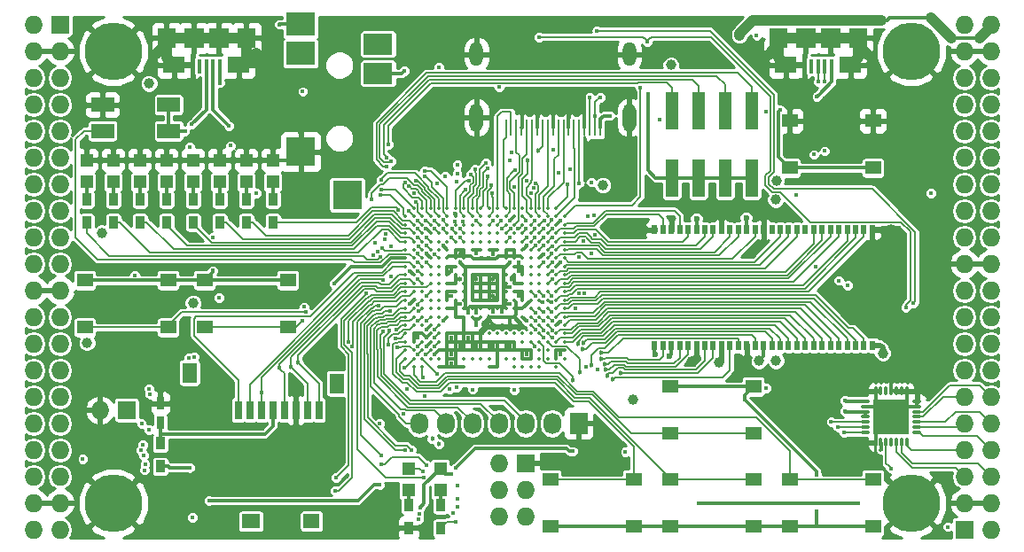
<source format=gtl>
G04 #@! TF.FileFunction,Copper,L1,Top,Signal*
%FSLAX46Y46*%
G04 Gerber Fmt 4.6, Leading zero omitted, Abs format (unit mm)*
G04 Created by KiCad (PCBNEW 4.0.7+dfsg1-1) date Tue Oct  3 00:54:53 2017*
%MOMM*%
%LPD*%
G01*
G04 APERTURE LIST*
%ADD10C,0.100000*%
%ADD11R,1.270000X3.600000*%
%ADD12R,0.700000X1.800000*%
%ADD13R,1.600000X1.400000*%
%ADD14R,1.800000X1.400000*%
%ADD15R,1.400000X1.900000*%
%ADD16R,1.198880X1.198880*%
%ADD17R,0.560000X0.900000*%
%ADD18R,1.727200X1.727200*%
%ADD19O,1.727200X1.727200*%
%ADD20C,5.500000*%
%ADD21R,2.200000X1.400000*%
%ADD22R,0.900000X1.200000*%
%ADD23R,0.750000X1.200000*%
%ADD24R,2.100000X1.600000*%
%ADD25R,1.900000X1.900000*%
%ADD26R,0.400000X1.350000*%
%ADD27R,1.800000X1.900000*%
%ADD28O,0.850000X0.300000*%
%ADD29O,0.300000X0.850000*%
%ADD30R,1.675000X1.675000*%
%ADD31C,0.350000*%
%ADD32R,1.727200X2.032000*%
%ADD33O,1.727200X2.032000*%
%ADD34R,2.800000X2.200000*%
%ADD35R,2.800000X2.800000*%
%ADD36R,2.800000X2.000000*%
%ADD37O,1.300000X2.700000*%
%ADD38O,1.300000X2.300000*%
%ADD39R,0.250000X1.600000*%
%ADD40R,1.550000X1.300000*%
%ADD41C,0.400000*%
%ADD42C,1.000000*%
%ADD43C,0.600000*%
%ADD44C,0.454000*%
%ADD45C,0.300000*%
%ADD46C,1.000000*%
%ADD47C,0.600000*%
%ADD48C,0.500000*%
%ADD49C,0.190000*%
%ADD50C,0.200000*%
%ADD51C,0.254000*%
G04 APERTURE END LIST*
D10*
D11*
X163950000Y-70920000D03*
X161410000Y-70920000D03*
X158870000Y-70920000D03*
X156330000Y-70920000D03*
X156330000Y-77320000D03*
X158870000Y-77320000D03*
X161410000Y-77320000D03*
X163950000Y-77320000D03*
D12*
X114930000Y-99520000D03*
X116030000Y-99520000D03*
X117130000Y-99520000D03*
X118230000Y-99520000D03*
X119330000Y-99520000D03*
X120430000Y-99520000D03*
X121530000Y-99520000D03*
X122630000Y-99520000D03*
D13*
X121920000Y-110120000D03*
D14*
X116120000Y-110120000D03*
D15*
X124320000Y-96970000D03*
X110270000Y-95970000D03*
D16*
X118230000Y-77709020D03*
X118230000Y-75610980D03*
X115690000Y-77709020D03*
X115690000Y-75610980D03*
X113150000Y-77709020D03*
X113150000Y-75610980D03*
X110610000Y-77709020D03*
X110610000Y-75610980D03*
X108070000Y-77709020D03*
X108070000Y-75610980D03*
X105530000Y-77709020D03*
X105530000Y-75610980D03*
X102990000Y-77709020D03*
X102990000Y-75610980D03*
X100450000Y-77709020D03*
X100450000Y-75610980D03*
D17*
X175480000Y-82270000D03*
X154680000Y-93330000D03*
X155480000Y-93330000D03*
X156280000Y-93330000D03*
X157080000Y-93330000D03*
X157880000Y-93330000D03*
X158680000Y-93330000D03*
X159480000Y-93330000D03*
X160280000Y-93330000D03*
X161080000Y-93330000D03*
X161880000Y-93330000D03*
X162680000Y-93330000D03*
X163480000Y-93330000D03*
X164280000Y-93330000D03*
X165080000Y-93330000D03*
X165880000Y-93330000D03*
X166680000Y-93330000D03*
X167480000Y-93330000D03*
X168280000Y-93330000D03*
X169080000Y-93330000D03*
X169880000Y-93330000D03*
X170680000Y-93330000D03*
X171480000Y-93330000D03*
X172280000Y-93330000D03*
X173080000Y-93330000D03*
X173880000Y-93330000D03*
X174680000Y-93330000D03*
X175480000Y-93330000D03*
X174680000Y-82270000D03*
X173880000Y-82270000D03*
X173080000Y-82270000D03*
X172280000Y-82270000D03*
X171480000Y-82270000D03*
X170680000Y-82270000D03*
X169880000Y-82270000D03*
X169080000Y-82270000D03*
X168280000Y-82270000D03*
X167480000Y-82270000D03*
X166680000Y-82270000D03*
X165880000Y-82270000D03*
X165080000Y-82270000D03*
X164280000Y-82270000D03*
X163480000Y-82270000D03*
X162680000Y-82270000D03*
X161880000Y-82270000D03*
X161080000Y-82270000D03*
X160280000Y-82270000D03*
X159480000Y-82270000D03*
X158680000Y-82270000D03*
X157880000Y-82270000D03*
X157080000Y-82270000D03*
X156280000Y-82270000D03*
X155480000Y-82270000D03*
X154680000Y-82270000D03*
D18*
X97910000Y-62690000D03*
D19*
X95370000Y-62690000D03*
X97910000Y-65230000D03*
X95370000Y-65230000D03*
X97910000Y-67770000D03*
X95370000Y-67770000D03*
X97910000Y-70310000D03*
X95370000Y-70310000D03*
X97910000Y-72850000D03*
X95370000Y-72850000D03*
X97910000Y-75390000D03*
X95370000Y-75390000D03*
X97910000Y-77930000D03*
X95370000Y-77930000D03*
X97910000Y-80470000D03*
X95370000Y-80470000D03*
X97910000Y-83010000D03*
X95370000Y-83010000D03*
X97910000Y-85550000D03*
X95370000Y-85550000D03*
X97910000Y-88090000D03*
X95370000Y-88090000D03*
X97910000Y-90630000D03*
X95370000Y-90630000D03*
X97910000Y-93170000D03*
X95370000Y-93170000D03*
X97910000Y-95710000D03*
X95370000Y-95710000D03*
X97910000Y-98250000D03*
X95370000Y-98250000D03*
X97910000Y-100790000D03*
X95370000Y-100790000D03*
X97910000Y-103330000D03*
X95370000Y-103330000D03*
X97910000Y-105870000D03*
X95370000Y-105870000D03*
X97910000Y-108410000D03*
X95370000Y-108410000D03*
X97910000Y-110950000D03*
X95370000Y-110950000D03*
D18*
X184270000Y-110950000D03*
D19*
X186810000Y-110950000D03*
X184270000Y-108410000D03*
X186810000Y-108410000D03*
X184270000Y-105870000D03*
X186810000Y-105870000D03*
X184270000Y-103330000D03*
X186810000Y-103330000D03*
X184270000Y-100790000D03*
X186810000Y-100790000D03*
X184270000Y-98250000D03*
X186810000Y-98250000D03*
X184270000Y-95710000D03*
X186810000Y-95710000D03*
X184270000Y-93170000D03*
X186810000Y-93170000D03*
X184270000Y-90630000D03*
X186810000Y-90630000D03*
X184270000Y-88090000D03*
X186810000Y-88090000D03*
X184270000Y-85550000D03*
X186810000Y-85550000D03*
X184270000Y-83010000D03*
X186810000Y-83010000D03*
X184270000Y-80470000D03*
X186810000Y-80470000D03*
X184270000Y-77930000D03*
X186810000Y-77930000D03*
X184270000Y-75390000D03*
X186810000Y-75390000D03*
X184270000Y-72850000D03*
X186810000Y-72850000D03*
X184270000Y-70310000D03*
X186810000Y-70310000D03*
X184270000Y-67770000D03*
X186810000Y-67770000D03*
X184270000Y-65230000D03*
X186810000Y-65230000D03*
X184270000Y-62690000D03*
X186810000Y-62690000D03*
D20*
X102990000Y-108410000D03*
X179190000Y-108410000D03*
X179190000Y-65230000D03*
X102990000Y-65230000D03*
D21*
X108274000Y-70330000D03*
X101974000Y-70330000D03*
X101974000Y-72830000D03*
X108274000Y-72830000D03*
D18*
X104260000Y-99520000D03*
D19*
X101720000Y-99520000D03*
D16*
X131184000Y-105074980D03*
X131184000Y-107173020D03*
X134232000Y-107173020D03*
X134232000Y-105074980D03*
D22*
X131184000Y-108580000D03*
X131184000Y-110780000D03*
X134232000Y-110780000D03*
X134232000Y-108580000D03*
D23*
X107480000Y-100750000D03*
X107480000Y-98850000D03*
D22*
X107480000Y-102700000D03*
X107480000Y-104900000D03*
D24*
X114980000Y-66510000D03*
X108780000Y-66510000D03*
D25*
X113080000Y-63960000D03*
X110680000Y-63960000D03*
D26*
X113180000Y-66635000D03*
X112530000Y-66635000D03*
X111880000Y-66635000D03*
X111230000Y-66635000D03*
X110580000Y-66635000D03*
D27*
X115680000Y-63960000D03*
X108080000Y-63960000D03*
D24*
X173400000Y-66510000D03*
X167200000Y-66510000D03*
D25*
X171500000Y-63960000D03*
X169100000Y-63960000D03*
D26*
X171600000Y-66635000D03*
X170950000Y-66635000D03*
X170300000Y-66635000D03*
X169650000Y-66635000D03*
X169000000Y-66635000D03*
D27*
X174100000Y-63960000D03*
X166500000Y-63960000D03*
D18*
X142360000Y-104600000D03*
D19*
X139820000Y-104600000D03*
X142360000Y-107140000D03*
X139820000Y-107140000D03*
X142360000Y-109680000D03*
X139820000Y-109680000D03*
D22*
X118230000Y-81570000D03*
X118230000Y-79370000D03*
X115690000Y-81570000D03*
X115690000Y-79370000D03*
X113150000Y-81570000D03*
X113150000Y-79370000D03*
X110610000Y-81570000D03*
X110610000Y-79370000D03*
X108070000Y-81570000D03*
X108070000Y-79370000D03*
X105530000Y-81570000D03*
X105530000Y-79370000D03*
X102990000Y-81570000D03*
X102990000Y-79370000D03*
X100450000Y-81570000D03*
X100450000Y-79370000D03*
D28*
X179735000Y-101655000D03*
X179735000Y-101155000D03*
X179735000Y-100655000D03*
X179735000Y-100155000D03*
X179735000Y-99655000D03*
X179735000Y-99155000D03*
X179735000Y-98655000D03*
D29*
X178785000Y-97705000D03*
X178285000Y-97705000D03*
X177785000Y-97705000D03*
X177285000Y-97705000D03*
X176785000Y-97705000D03*
X176285000Y-97705000D03*
X175785000Y-97705000D03*
D28*
X174835000Y-98655000D03*
X174835000Y-99155000D03*
X174835000Y-99655000D03*
X174835000Y-100155000D03*
X174835000Y-100655000D03*
X174835000Y-101155000D03*
X174835000Y-101655000D03*
D29*
X175785000Y-102605000D03*
X176285000Y-102605000D03*
X176785000Y-102605000D03*
X177285000Y-102605000D03*
X177785000Y-102605000D03*
X178285000Y-102605000D03*
X178785000Y-102605000D03*
D30*
X176447500Y-99317500D03*
X176447500Y-100992500D03*
X178122500Y-99317500D03*
X178122500Y-100992500D03*
D31*
X131680000Y-80200000D03*
X132480000Y-80200000D03*
X133280000Y-80200000D03*
X134080000Y-80200000D03*
X134880000Y-80200000D03*
X135680000Y-80200000D03*
X136480000Y-80200000D03*
X137280000Y-80200000D03*
X138080000Y-80200000D03*
X138880000Y-80200000D03*
X139680000Y-80200000D03*
X140480000Y-80200000D03*
X141280000Y-80200000D03*
X142080000Y-80200000D03*
X142880000Y-80200000D03*
X143680000Y-80200000D03*
X144480000Y-80200000D03*
X145280000Y-80200000D03*
X130880000Y-81000000D03*
X131680000Y-81000000D03*
X132480000Y-81000000D03*
X133280000Y-81000000D03*
X134080000Y-81000000D03*
X134880000Y-81000000D03*
X135680000Y-81000000D03*
X136480000Y-81000000D03*
X137280000Y-81000000D03*
X138080000Y-81000000D03*
X138880000Y-81000000D03*
X139680000Y-81000000D03*
X140480000Y-81000000D03*
X141280000Y-81000000D03*
X142080000Y-81000000D03*
X142880000Y-81000000D03*
X143680000Y-81000000D03*
X144480000Y-81000000D03*
X145280000Y-81000000D03*
X146080000Y-81000000D03*
X130880000Y-81800000D03*
X131680000Y-81800000D03*
X132480000Y-81800000D03*
X133280000Y-81800000D03*
X134080000Y-81800000D03*
X134880000Y-81800000D03*
X135680000Y-81800000D03*
X136480000Y-81800000D03*
X137280000Y-81800000D03*
X138080000Y-81800000D03*
X138880000Y-81800000D03*
X139680000Y-81800000D03*
X140480000Y-81800000D03*
X141280000Y-81800000D03*
X142080000Y-81800000D03*
X142880000Y-81800000D03*
X143680000Y-81800000D03*
X144480000Y-81800000D03*
X145280000Y-81800000D03*
X146080000Y-81800000D03*
X130880000Y-82600000D03*
X131680000Y-82600000D03*
X132480000Y-82600000D03*
X133280000Y-82600000D03*
X134080000Y-82600000D03*
X134880000Y-82600000D03*
X135680000Y-82600000D03*
X136480000Y-82600000D03*
X137280000Y-82600000D03*
X138080000Y-82600000D03*
X138880000Y-82600000D03*
X139680000Y-82600000D03*
X140480000Y-82600000D03*
X141280000Y-82600000D03*
X142080000Y-82600000D03*
X142880000Y-82600000D03*
X143680000Y-82600000D03*
X144480000Y-82600000D03*
X145280000Y-82600000D03*
X146080000Y-82600000D03*
X130880000Y-83400000D03*
X131680000Y-83400000D03*
X132480000Y-83400000D03*
X133280000Y-83400000D03*
X134080000Y-83400000D03*
X134880000Y-83400000D03*
X135680000Y-83400000D03*
X136480000Y-83400000D03*
X137280000Y-83400000D03*
X138080000Y-83400000D03*
X138880000Y-83400000D03*
X139680000Y-83400000D03*
X140480000Y-83400000D03*
X141280000Y-83400000D03*
X142080000Y-83400000D03*
X142880000Y-83400000D03*
X143680000Y-83400000D03*
X144480000Y-83400000D03*
X145280000Y-83400000D03*
X146080000Y-83400000D03*
X130880000Y-84200000D03*
X131680000Y-84200000D03*
X132480000Y-84200000D03*
X133280000Y-84200000D03*
X134080000Y-84200000D03*
X134880000Y-84200000D03*
X135680000Y-84200000D03*
X136480000Y-84200000D03*
X137280000Y-84200000D03*
X138080000Y-84200000D03*
X138880000Y-84200000D03*
X139680000Y-84200000D03*
X140480000Y-84200000D03*
X141280000Y-84200000D03*
X142080000Y-84200000D03*
X142880000Y-84200000D03*
X143680000Y-84200000D03*
X144480000Y-84200000D03*
X145280000Y-84200000D03*
X146080000Y-84200000D03*
X130880000Y-85000000D03*
X131680000Y-85000000D03*
X132480000Y-85000000D03*
X133280000Y-85000000D03*
X134080000Y-85000000D03*
X134880000Y-85000000D03*
X135680000Y-85000000D03*
X136480000Y-85000000D03*
X137280000Y-85000000D03*
X138080000Y-85000000D03*
X138880000Y-85000000D03*
X139680000Y-85000000D03*
X140480000Y-85000000D03*
X141280000Y-85000000D03*
X142080000Y-85000000D03*
X142880000Y-85000000D03*
X143680000Y-85000000D03*
X144480000Y-85000000D03*
X145280000Y-85000000D03*
X146080000Y-85000000D03*
X130880000Y-85800000D03*
X131680000Y-85800000D03*
X132480000Y-85800000D03*
X133280000Y-85800000D03*
X134080000Y-85800000D03*
X134880000Y-85800000D03*
X135680000Y-85800000D03*
X136480000Y-85800000D03*
X137280000Y-85800000D03*
X138080000Y-85800000D03*
X138880000Y-85800000D03*
X139680000Y-85800000D03*
X140480000Y-85800000D03*
X141280000Y-85800000D03*
X142080000Y-85800000D03*
X142880000Y-85800000D03*
X143680000Y-85800000D03*
X144480000Y-85800000D03*
X145280000Y-85800000D03*
X146080000Y-85800000D03*
X130880000Y-86600000D03*
X131680000Y-86600000D03*
X132480000Y-86600000D03*
X133280000Y-86600000D03*
X134080000Y-86600000D03*
X134880000Y-86600000D03*
X135680000Y-86600000D03*
X136480000Y-86600000D03*
X137280000Y-86600000D03*
X138080000Y-86600000D03*
X138880000Y-86600000D03*
X139680000Y-86600000D03*
X140480000Y-86600000D03*
X141280000Y-86600000D03*
X142080000Y-86600000D03*
X142880000Y-86600000D03*
X143680000Y-86600000D03*
X144480000Y-86600000D03*
X145280000Y-86600000D03*
X146080000Y-86600000D03*
X130880000Y-87400000D03*
X131680000Y-87400000D03*
X132480000Y-87400000D03*
X133280000Y-87400000D03*
X134080000Y-87400000D03*
X134880000Y-87400000D03*
X135680000Y-87400000D03*
X136480000Y-87400000D03*
X137280000Y-87400000D03*
X138080000Y-87400000D03*
X138880000Y-87400000D03*
X139680000Y-87400000D03*
X140480000Y-87400000D03*
X141280000Y-87400000D03*
X142080000Y-87400000D03*
X142880000Y-87400000D03*
X143680000Y-87400000D03*
X144480000Y-87400000D03*
X145280000Y-87400000D03*
X146080000Y-87400000D03*
X130880000Y-88200000D03*
X131680000Y-88200000D03*
X132480000Y-88200000D03*
X133280000Y-88200000D03*
X134080000Y-88200000D03*
X134880000Y-88200000D03*
X135680000Y-88200000D03*
X136480000Y-88200000D03*
X137280000Y-88200000D03*
X138080000Y-88200000D03*
X138880000Y-88200000D03*
X139680000Y-88200000D03*
X140480000Y-88200000D03*
X141280000Y-88200000D03*
X142080000Y-88200000D03*
X142880000Y-88200000D03*
X143680000Y-88200000D03*
X144480000Y-88200000D03*
X145280000Y-88200000D03*
X146080000Y-88200000D03*
X130880000Y-89000000D03*
X131680000Y-89000000D03*
X132480000Y-89000000D03*
X133280000Y-89000000D03*
X134080000Y-89000000D03*
X134880000Y-89000000D03*
X135680000Y-89000000D03*
X136480000Y-89000000D03*
X137280000Y-89000000D03*
X138080000Y-89000000D03*
X138880000Y-89000000D03*
X139680000Y-89000000D03*
X140480000Y-89000000D03*
X141280000Y-89000000D03*
X142080000Y-89000000D03*
X142880000Y-89000000D03*
X143680000Y-89000000D03*
X144480000Y-89000000D03*
X145280000Y-89000000D03*
X146080000Y-89000000D03*
X130880000Y-89800000D03*
X131680000Y-89800000D03*
X132480000Y-89800000D03*
X133280000Y-89800000D03*
X134080000Y-89800000D03*
X134880000Y-89800000D03*
X135680000Y-89800000D03*
X136480000Y-89800000D03*
X137280000Y-89800000D03*
X138080000Y-89800000D03*
X138880000Y-89800000D03*
X139680000Y-89800000D03*
X140480000Y-89800000D03*
X141280000Y-89800000D03*
X142080000Y-89800000D03*
X142880000Y-89800000D03*
X143680000Y-89800000D03*
X144480000Y-89800000D03*
X145280000Y-89800000D03*
X146080000Y-89800000D03*
X130880000Y-90600000D03*
X131680000Y-90600000D03*
X132480000Y-90600000D03*
X133280000Y-90600000D03*
X134080000Y-90600000D03*
X134880000Y-90600000D03*
X135680000Y-90600000D03*
X136480000Y-90600000D03*
X137280000Y-90600000D03*
X138080000Y-90600000D03*
X138880000Y-90600000D03*
X139680000Y-90600000D03*
X140480000Y-90600000D03*
X141280000Y-90600000D03*
X142080000Y-90600000D03*
X142880000Y-90600000D03*
X143680000Y-90600000D03*
X144480000Y-90600000D03*
X145280000Y-90600000D03*
X146080000Y-90600000D03*
X130880000Y-91400000D03*
X131680000Y-91400000D03*
X132480000Y-91400000D03*
X133280000Y-91400000D03*
X134080000Y-91400000D03*
X142880000Y-91400000D03*
X143680000Y-91400000D03*
X144480000Y-91400000D03*
X145280000Y-91400000D03*
X146080000Y-91400000D03*
X130880000Y-92200000D03*
X131680000Y-92200000D03*
X132480000Y-92200000D03*
X133280000Y-92200000D03*
X134080000Y-92200000D03*
X134880000Y-92200000D03*
X135680000Y-92200000D03*
X136480000Y-92200000D03*
X137280000Y-92200000D03*
X138080000Y-92200000D03*
X138880000Y-92200000D03*
X139680000Y-92200000D03*
X140480000Y-92200000D03*
X141280000Y-92200000D03*
X142080000Y-92200000D03*
X142880000Y-92200000D03*
X143680000Y-92200000D03*
X144480000Y-92200000D03*
X145280000Y-92200000D03*
X146080000Y-92200000D03*
X130880000Y-93000000D03*
X131680000Y-93000000D03*
X132480000Y-93000000D03*
X133280000Y-93000000D03*
X134080000Y-93000000D03*
X134880000Y-93000000D03*
X135680000Y-93000000D03*
X136480000Y-93000000D03*
X137280000Y-93000000D03*
X138080000Y-93000000D03*
X138880000Y-93000000D03*
X139680000Y-93000000D03*
X140480000Y-93000000D03*
X141280000Y-93000000D03*
X142080000Y-93000000D03*
X142880000Y-93000000D03*
X143680000Y-93000000D03*
X144480000Y-93000000D03*
X145280000Y-93000000D03*
X146080000Y-93000000D03*
X130880000Y-93800000D03*
X131680000Y-93800000D03*
X132480000Y-93800000D03*
X133280000Y-93800000D03*
X134080000Y-93800000D03*
X134880000Y-93800000D03*
X135680000Y-93800000D03*
X136480000Y-93800000D03*
X137280000Y-93800000D03*
X138080000Y-93800000D03*
X138880000Y-93800000D03*
X139680000Y-93800000D03*
X140480000Y-93800000D03*
X141280000Y-93800000D03*
X142080000Y-93800000D03*
X142880000Y-93800000D03*
X143680000Y-93800000D03*
X144480000Y-93800000D03*
X145280000Y-93800000D03*
X146080000Y-93800000D03*
X130880000Y-94600000D03*
X131680000Y-94600000D03*
X132480000Y-94600000D03*
X133280000Y-94600000D03*
X134080000Y-94600000D03*
X134880000Y-94600000D03*
X135680000Y-94600000D03*
X136480000Y-94600000D03*
X137280000Y-94600000D03*
X138080000Y-94600000D03*
X138880000Y-94600000D03*
X139680000Y-94600000D03*
X140480000Y-94600000D03*
X141280000Y-94600000D03*
X142080000Y-94600000D03*
X142880000Y-94600000D03*
X143680000Y-94600000D03*
X144480000Y-94600000D03*
X145280000Y-94600000D03*
X146080000Y-94600000D03*
X131680000Y-95400000D03*
X132480000Y-95400000D03*
X134080000Y-95400000D03*
X134880000Y-95400000D03*
X135680000Y-95400000D03*
X136480000Y-95400000D03*
X138880000Y-95400000D03*
X139680000Y-95400000D03*
X141280000Y-95400000D03*
X142080000Y-95400000D03*
X142880000Y-95400000D03*
X143680000Y-95400000D03*
X145280000Y-95400000D03*
D32*
X147440000Y-100790000D03*
D33*
X144900000Y-100790000D03*
X142360000Y-100790000D03*
X139820000Y-100790000D03*
X137280000Y-100790000D03*
X134740000Y-100790000D03*
X132200000Y-100790000D03*
D34*
X120880000Y-62640000D03*
X120880000Y-65440000D03*
D35*
X120880000Y-74840000D03*
X125330000Y-78940000D03*
D36*
X128280000Y-67340000D03*
X128280000Y-64540000D03*
D37*
X152280000Y-71550000D03*
X137680000Y-71550000D03*
D38*
X137680000Y-65500000D03*
D39*
X140480000Y-72500000D03*
X140980000Y-72500000D03*
X141480000Y-72500000D03*
X141980000Y-72500000D03*
X142480000Y-72500000D03*
X142980000Y-72500000D03*
X143480000Y-72500000D03*
X143980000Y-72500000D03*
X144480000Y-72500000D03*
X144980000Y-72500000D03*
X145480000Y-72500000D03*
X145980000Y-72500000D03*
X146480000Y-72500000D03*
X146980000Y-72500000D03*
X147480000Y-72500000D03*
X147980000Y-72500000D03*
X148480000Y-72500000D03*
X148980000Y-72500000D03*
X149480000Y-72500000D03*
D38*
X152280000Y-65500000D03*
D40*
X175550000Y-71870000D03*
X175550000Y-76370000D03*
X167590000Y-76370000D03*
X167590000Y-71870000D03*
X100280000Y-91610000D03*
X100280000Y-87110000D03*
X108240000Y-87110000D03*
X108240000Y-91610000D03*
X111710000Y-91610000D03*
X111710000Y-87110000D03*
X119670000Y-87110000D03*
X119670000Y-91610000D03*
X156160000Y-101770000D03*
X156160000Y-97270000D03*
X164120000Y-97270000D03*
X164120000Y-101770000D03*
X164120000Y-106160000D03*
X164120000Y-110660000D03*
X156160000Y-110660000D03*
X156160000Y-106160000D03*
X152690000Y-106160000D03*
X152690000Y-110660000D03*
X144730000Y-110660000D03*
X144730000Y-106160000D03*
X175550000Y-106160000D03*
X175550000Y-110660000D03*
X167590000Y-110660000D03*
X167590000Y-106160000D03*
D41*
X175495631Y-71457432D03*
D42*
X116676077Y-65372157D03*
D41*
X139575609Y-69792857D03*
X146468970Y-70993942D03*
X144978424Y-71024054D03*
X143480350Y-71016526D03*
X142000564Y-71008511D03*
X113273209Y-99681387D03*
D42*
X165541128Y-65538825D03*
X175041608Y-65589748D03*
X107072473Y-65519920D03*
D41*
X147987361Y-71377791D03*
X144102010Y-84600000D03*
X132880424Y-84561218D03*
X135567436Y-80702302D03*
X132810347Y-82177990D03*
X145713035Y-91022010D03*
X145680000Y-94177990D03*
X177285000Y-95710000D03*
D42*
X177229911Y-82281349D03*
D41*
X170046000Y-85804000D03*
D43*
X164741832Y-81130572D03*
D41*
X120770000Y-72215000D03*
X133216000Y-109934000D03*
D43*
X161067993Y-81216119D03*
D42*
X158233687Y-94852616D03*
X162992748Y-94820185D03*
D43*
X156280000Y-81210838D03*
D41*
X131254529Y-86251357D03*
X140880000Y-81400000D03*
X136085174Y-89394826D03*
X145680000Y-81400000D03*
X120430000Y-97050000D03*
X150080000Y-81600000D03*
X131280000Y-89400000D03*
X133690245Y-94180159D03*
D44*
X139312644Y-91359700D03*
D41*
X140874194Y-91433353D03*
X145680000Y-85422010D03*
X135280000Y-95000000D03*
X135280000Y-94200000D03*
X142480000Y-94200000D03*
X140880000Y-93400000D03*
X139280000Y-93400000D03*
X137680000Y-93400000D03*
X136080000Y-93400000D03*
X136880000Y-92600000D03*
X135280000Y-92600000D03*
X132880000Y-91800000D03*
X132880000Y-93400000D03*
D44*
X141042859Y-86994997D03*
X139280000Y-87000000D03*
X136110990Y-86995403D03*
X139280000Y-88600000D03*
X137680000Y-87000000D03*
X136080000Y-84600000D03*
D42*
X166321614Y-77572282D03*
X166248957Y-79408030D03*
X156235582Y-66548363D03*
X101932065Y-82585048D03*
X106417803Y-68312483D03*
X166280000Y-94800000D03*
D41*
X112134000Y-108156000D03*
X128390000Y-106632000D03*
X150457224Y-71377791D03*
X172289562Y-87124051D03*
D42*
X162787481Y-63718486D03*
D41*
X172834633Y-99599920D03*
X172879922Y-98618650D03*
X176305593Y-103279812D03*
X165349214Y-97422919D03*
D42*
X160875897Y-94988750D03*
D41*
X164433885Y-63737451D03*
X139820000Y-68665673D03*
X148639876Y-77729346D03*
D42*
X149751640Y-78029346D03*
D41*
X134079160Y-66786153D03*
X109828000Y-72830000D03*
X116654336Y-78777990D03*
D42*
X176474303Y-94069095D03*
D41*
X173094000Y-87582000D03*
D42*
X100479904Y-93063904D03*
D43*
X163422030Y-81120665D03*
X154726292Y-94171363D03*
X156077107Y-94380779D03*
X158680000Y-81210838D03*
D41*
X112515000Y-83010000D03*
X181065000Y-78785000D03*
X128441330Y-100795881D03*
X110529662Y-109760338D03*
X110280000Y-105000000D03*
X100080000Y-104200000D03*
X113080000Y-88800000D03*
D42*
X164653770Y-94825547D03*
D41*
X137665894Y-91402446D03*
X135273306Y-88618602D03*
X139272517Y-84611349D03*
X137680556Y-84534085D03*
X141680000Y-86200000D03*
X135280000Y-86200000D03*
X132880000Y-92600000D03*
X132080000Y-92600000D03*
X141680000Y-88600000D03*
X141680000Y-85400000D03*
D42*
X152621047Y-98519969D03*
D41*
X136885174Y-90194826D03*
X140094890Y-90122990D03*
X139280000Y-90122990D03*
X140880000Y-89400000D03*
X137680000Y-90172990D03*
X140880000Y-87800000D03*
X140880000Y-85400000D03*
D44*
X136080000Y-85400000D03*
D41*
X121369010Y-90164222D03*
X130022933Y-91834237D03*
X121036481Y-91008234D03*
X129902064Y-92678248D03*
D42*
X110617371Y-89287199D03*
D41*
X142480000Y-91000000D03*
X142480000Y-83800000D03*
X134480000Y-83800000D03*
X134480000Y-91000000D03*
X105037711Y-86632990D03*
X155149360Y-71764535D03*
X121086654Y-69078528D03*
X170182962Y-69571012D03*
X174110000Y-108410000D03*
X158870000Y-108410000D03*
X135884156Y-106696010D03*
X137288700Y-97538741D03*
X133680000Y-91800000D03*
D44*
X134074414Y-102752225D03*
D41*
X135085458Y-97531790D03*
X135855186Y-108022639D03*
D44*
X133449289Y-102232615D03*
D41*
X133680000Y-92600000D03*
X132752670Y-98178920D03*
X128610113Y-104714568D03*
X132918584Y-104800000D03*
X135853254Y-108792386D03*
X133685668Y-93402482D03*
X130714529Y-99901000D03*
X131039363Y-97487286D03*
X135471949Y-109365878D03*
X132846234Y-94197073D03*
X118858690Y-62658970D03*
X130761990Y-67119621D03*
X148477832Y-69619684D03*
X149475951Y-69619684D03*
X148991194Y-71377791D03*
X153984196Y-64280063D03*
X153322343Y-68673419D03*
X143650666Y-63862520D03*
X178665908Y-89713903D03*
X149183754Y-63257114D03*
X179375977Y-89317806D03*
X140035989Y-81400000D03*
X128776655Y-87110882D03*
X132077895Y-86272150D03*
X117121665Y-97817265D03*
X118843798Y-95498222D03*
D44*
X119978162Y-95412951D03*
X120634035Y-94977604D03*
D41*
X113212238Y-68244401D03*
X166678914Y-70803555D03*
X146387166Y-77939336D03*
X147480000Y-77822010D03*
X131453853Y-103296209D03*
X144891634Y-91008466D03*
D44*
X148653935Y-95249010D03*
X149565978Y-94054788D03*
D41*
X144867244Y-90164455D03*
D44*
X150720500Y-96575802D03*
D41*
X144890381Y-83866022D03*
D44*
X151448039Y-95951686D03*
D41*
X144894101Y-83022010D03*
D44*
X150149219Y-96229829D03*
D41*
X144901285Y-86268736D03*
D44*
X150033441Y-95660469D03*
D41*
X144888562Y-86993817D03*
D44*
X149952517Y-95085120D03*
D41*
X144877648Y-88622010D03*
D44*
X149584522Y-94635504D03*
D41*
X144810610Y-89177990D03*
X144895773Y-91874444D03*
D44*
X147777713Y-93691005D03*
X147356233Y-93219138D03*
D41*
X144102010Y-92600000D03*
D44*
X147915304Y-93060979D03*
D41*
X144882352Y-92577990D03*
X130807074Y-95454141D03*
X130141304Y-93529144D03*
X132080000Y-93400000D03*
X129254670Y-93244631D03*
X133919980Y-96038729D03*
X141280000Y-97600000D03*
X132572818Y-96383863D03*
X135770000Y-97338127D03*
X132080000Y-94200000D03*
X128669601Y-84020243D03*
X105906712Y-103816552D03*
X129459184Y-90039192D03*
X132080000Y-89444020D03*
X130839486Y-103354982D03*
X128602801Y-103872537D03*
X128321313Y-89539949D03*
X132656192Y-105976192D03*
X132880000Y-88600000D03*
X127145130Y-88379076D03*
X124253981Y-105982535D03*
X132080000Y-87000000D03*
X125827283Y-93452662D03*
X124202418Y-107207639D03*
D44*
X142530990Y-75662841D03*
X143525587Y-74749772D03*
D41*
X110313517Y-74380698D03*
X132146108Y-109940263D03*
X114166000Y-74247000D03*
X132189000Y-109415000D03*
X135567436Y-81489225D03*
X135767546Y-77648547D03*
X134702010Y-77200000D03*
X134471354Y-81347908D03*
X132761172Y-77202673D03*
X132737245Y-76676207D03*
X128545566Y-77476577D03*
X127643658Y-79355564D03*
X110718734Y-94451783D03*
X128515897Y-78994176D03*
X110193102Y-94489889D03*
X128569727Y-78469921D03*
X106412639Y-97453606D03*
X131230910Y-78113843D03*
X106479997Y-97976296D03*
X131709326Y-78745875D03*
X132783332Y-81399993D03*
X129016746Y-82660638D03*
X105679715Y-100783924D03*
X132084821Y-83022010D03*
X128948848Y-83183258D03*
X106401171Y-101377901D03*
X132886504Y-83777990D03*
X129513931Y-83860979D03*
X105803161Y-102850427D03*
X132117443Y-83866021D03*
X127966259Y-83527946D03*
X105651866Y-103355255D03*
X132079996Y-84503337D03*
X128256283Y-84387285D03*
X106023598Y-104697574D03*
X133671942Y-84595200D03*
X127824162Y-84688968D03*
X105973679Y-105248709D03*
X132875802Y-85428138D03*
D44*
X146862501Y-96617499D03*
X147534467Y-95913260D03*
D41*
X148102806Y-95339021D03*
X143280000Y-91000000D03*
X149207706Y-95605291D03*
X144082424Y-90132858D03*
X143989948Y-89177990D03*
X147125926Y-89802879D03*
X143281824Y-90201951D03*
X144102010Y-85397219D03*
X147422472Y-84858593D03*
X144886544Y-85385186D03*
X144102010Y-83000000D03*
X148975652Y-82755341D03*
X144885092Y-82177990D03*
X147470668Y-88324835D03*
X144082832Y-88584510D03*
X147997681Y-88324844D03*
X143278026Y-88595030D03*
X144102010Y-82185600D03*
X148935852Y-80899014D03*
X148337768Y-80975785D03*
X144866392Y-81333979D03*
X139280000Y-81400000D03*
X139145358Y-78809170D03*
X139040624Y-78036724D03*
X138723613Y-77165705D03*
X138593844Y-75910161D03*
X138716105Y-76425854D03*
X137680000Y-81400000D03*
X137538026Y-76510532D03*
X137116016Y-76974740D03*
X136928568Y-77562978D03*
X136634118Y-78451672D03*
X135830689Y-76094515D03*
X136411444Y-81497309D03*
X148668800Y-84550385D03*
X144877691Y-84532933D03*
X144102010Y-83800000D03*
X147894174Y-83335809D03*
X142851623Y-78759750D03*
X142473549Y-82998913D03*
X143105106Y-78295223D03*
X142396423Y-82191394D03*
X145494012Y-76834828D03*
X144146021Y-81374784D03*
X143331797Y-77819457D03*
X146627648Y-76461302D03*
X143257990Y-82207154D03*
X143257990Y-81379632D03*
X145017056Y-74655847D03*
X141318978Y-78199263D03*
X141657990Y-82130345D03*
X142413979Y-81382236D03*
X140080000Y-82200000D03*
X141342967Y-76554996D03*
X141046643Y-74873804D03*
X140864029Y-83041403D03*
X140890207Y-75681941D03*
X140924011Y-82179283D03*
X129542604Y-86703515D03*
X132880000Y-83022010D03*
X132080000Y-82177990D03*
X132080000Y-81400000D03*
X131847310Y-79589886D03*
X130856828Y-77742623D03*
X131923295Y-77584853D03*
X133654358Y-82177990D03*
X133627343Y-81396408D03*
X129336756Y-91938993D03*
X132880000Y-91000000D03*
X128765088Y-92004296D03*
X132077648Y-90977990D03*
X130196821Y-80377733D03*
X131180000Y-80500000D03*
X128489708Y-84867377D03*
X132079620Y-85428138D03*
X165326966Y-71026598D03*
X134501414Y-82177578D03*
X133922194Y-77854836D03*
X135680000Y-110200000D03*
X146844288Y-103452739D03*
X132540000Y-105400000D03*
X135680000Y-105037990D03*
X132280000Y-108800000D03*
X135248000Y-105616000D03*
X112515000Y-86185000D03*
X163277422Y-98501717D03*
X170126036Y-109212466D03*
X170157734Y-105666345D03*
X169895346Y-75092988D03*
X143257990Y-83000000D03*
X168166438Y-78955336D03*
X151896383Y-103510715D03*
X114039000Y-72342000D03*
X110483000Y-72215000D03*
X177274002Y-105079115D03*
X143258015Y-93423150D03*
X172761273Y-101651681D03*
X143280000Y-91800000D03*
X172193360Y-101105663D03*
X144064831Y-91877646D03*
X171540304Y-100645743D03*
X144080000Y-91000000D03*
X154044000Y-69294000D03*
X129061632Y-76229575D03*
X135280000Y-83022010D03*
X129493343Y-75737814D03*
X136080000Y-83000000D03*
X129122249Y-75363607D03*
X135345425Y-82176814D03*
X129252218Y-74142461D03*
X135830698Y-76905381D03*
X136080000Y-82200000D03*
X170943165Y-74761464D03*
X143280000Y-83800000D03*
X142480000Y-77600000D03*
X170300000Y-68151000D03*
X170950000Y-68125562D03*
X125480000Y-93000000D03*
X121206217Y-89662983D03*
X132156079Y-90030946D03*
X182654362Y-110665838D03*
X124080000Y-87400000D03*
X124080000Y-87400000D03*
D45*
X175495631Y-71740274D02*
X175495631Y-71457432D01*
X175495631Y-72230631D02*
X175495631Y-71740274D01*
X175535000Y-72270000D02*
X175495631Y-72230631D01*
D46*
X116176078Y-65872156D02*
X116676077Y-65372157D01*
X115894988Y-66124988D02*
X115923246Y-66124988D01*
X115680000Y-65910000D02*
X115894988Y-66124988D01*
X115923246Y-66124988D02*
X116176078Y-65872156D01*
X115680000Y-63960000D02*
X115680000Y-65910000D01*
D45*
X141880000Y-69200000D02*
X140785205Y-69200000D01*
X140785205Y-69200000D02*
X140192348Y-69792857D01*
X140192348Y-69792857D02*
X139858451Y-69792857D01*
X139858451Y-69792857D02*
X139575609Y-69792857D01*
X143480000Y-72500000D02*
X143480000Y-71016876D01*
X143480000Y-71016876D02*
X143480350Y-71016526D01*
X144980000Y-72500000D02*
X144980000Y-71025630D01*
X144980000Y-71025630D02*
X144978424Y-71024054D01*
X146480000Y-72500000D02*
X146480000Y-71004972D01*
X146480000Y-71004972D02*
X146468970Y-70993942D01*
X147980000Y-72500000D02*
X147980000Y-71385152D01*
X147980000Y-71385152D02*
X147987361Y-71377791D01*
X146468970Y-70711100D02*
X146468970Y-70993942D01*
X146468970Y-69211030D02*
X146468970Y-70711100D01*
X146480000Y-69200000D02*
X146468970Y-69211030D01*
X144978424Y-70741212D02*
X144978424Y-71024054D01*
X144978424Y-69201576D02*
X144978424Y-70741212D01*
X144980000Y-69200000D02*
X144978424Y-69201576D01*
X143480350Y-70733684D02*
X143480350Y-71016526D01*
X143480350Y-69200350D02*
X143480350Y-70733684D01*
X143480000Y-69200000D02*
X143480350Y-69200350D01*
X142000564Y-71008511D02*
X142000564Y-72479436D01*
X142000564Y-72479436D02*
X141980000Y-72500000D01*
X142000564Y-70725669D02*
X142000564Y-71008511D01*
X142000564Y-69320564D02*
X142000564Y-70725669D01*
X141880000Y-69200000D02*
X142000564Y-69320564D01*
X146480000Y-69200000D02*
X147780000Y-69200000D01*
X147780000Y-69200000D02*
X147940542Y-69360542D01*
X147987361Y-71094949D02*
X147987361Y-71377791D01*
X147940542Y-71048130D02*
X147987361Y-71094949D01*
X147940542Y-69360542D02*
X147940542Y-71048130D01*
X112441822Y-98850000D02*
X113073210Y-99481388D01*
X107480000Y-98850000D02*
X112441822Y-98850000D01*
X113073210Y-99481388D02*
X113273209Y-99681387D01*
D46*
X166500000Y-64579953D02*
X166041127Y-65038826D01*
X166041127Y-65038826D02*
X165541128Y-65538825D01*
X166500000Y-63960000D02*
X166500000Y-64579953D01*
X174541609Y-65089749D02*
X175041608Y-65589748D01*
X174100000Y-64648140D02*
X174541609Y-65089749D01*
X174100000Y-63960000D02*
X174100000Y-64648140D01*
X107572472Y-65019921D02*
X107072473Y-65519920D01*
X108080000Y-64512393D02*
X107572472Y-65019921D01*
X108080000Y-63960000D02*
X108080000Y-64512393D01*
D47*
X108780000Y-66510000D02*
X110455000Y-66510000D01*
D45*
X110455000Y-66510000D02*
X110580000Y-66635000D01*
D46*
X108080000Y-63960000D02*
X108080000Y-65810000D01*
X108080000Y-65810000D02*
X108780000Y-66510000D01*
X115680000Y-63960000D02*
X115680000Y-65810000D01*
D45*
X115680000Y-65810000D02*
X114980000Y-66510000D01*
D46*
X113080000Y-63960000D02*
X115680000Y-63960000D01*
X110680000Y-63960000D02*
X113080000Y-63960000D01*
X108080000Y-63960000D02*
X110680000Y-63960000D01*
D47*
X167200000Y-66510000D02*
X168875000Y-66510000D01*
D45*
X168875000Y-66510000D02*
X169000000Y-66635000D01*
D46*
X174100000Y-63960000D02*
X174100000Y-65810000D01*
X174100000Y-65810000D02*
X173400000Y-66510000D01*
X166500000Y-63960000D02*
X166500000Y-65810000D01*
X166500000Y-65810000D02*
X167200000Y-66510000D01*
X171500000Y-63960000D02*
X174100000Y-63960000D01*
X169100000Y-63960000D02*
X171500000Y-63960000D01*
X166500000Y-63960000D02*
X169100000Y-63960000D01*
D45*
X143680000Y-85000000D02*
X144080000Y-84600000D01*
X144080000Y-84600000D02*
X144102010Y-84600000D01*
X132880424Y-84600424D02*
X132880424Y-84561218D01*
X133280000Y-85000000D02*
X132880424Y-84600424D01*
X135680000Y-80752513D02*
X135629789Y-80702302D01*
X135629789Y-80702302D02*
X135567436Y-80702302D01*
X135680000Y-81000000D02*
X135680000Y-80752513D01*
X132857990Y-82177990D02*
X132810347Y-82177990D01*
X133280000Y-82600000D02*
X132857990Y-82177990D01*
X145657990Y-91022010D02*
X145713035Y-91022010D01*
X145280000Y-91400000D02*
X145657990Y-91022010D01*
X145680000Y-93800000D02*
X145680000Y-94177990D01*
X178785000Y-97705000D02*
X178785000Y-98655000D01*
X178785000Y-98655000D02*
X178122500Y-99317500D01*
X176285000Y-97705000D02*
X175785000Y-97705000D01*
X175785000Y-102605000D02*
X175785000Y-101655000D01*
X175785000Y-101655000D02*
X176447500Y-100992500D01*
X178122500Y-99317500D02*
X178122500Y-100992500D01*
X176447500Y-99317500D02*
X178122500Y-99317500D01*
X176447500Y-100992500D02*
X178122500Y-100992500D01*
X177285000Y-97705000D02*
X177285000Y-95710000D01*
X178122500Y-99317500D02*
X178285000Y-99155000D01*
X178285000Y-99155000D02*
X179735000Y-99155000D01*
X179735000Y-98655000D02*
X179735000Y-99155000D01*
X177785000Y-97705000D02*
X177920000Y-97705000D01*
X177920000Y-97705000D02*
X178285000Y-97705000D01*
X178285000Y-97705000D02*
X178785000Y-97705000D01*
X177285000Y-97705000D02*
X177785000Y-97705000D01*
X175785000Y-97705000D02*
X175785000Y-98655000D01*
X175785000Y-98655000D02*
X176447500Y-99317500D01*
X174835000Y-99155000D02*
X176285000Y-99155000D01*
X176285000Y-99155000D02*
X176447500Y-99317500D01*
X177241260Y-82270000D02*
X177229911Y-82281349D01*
X164941831Y-81330571D02*
X164741832Y-81130572D01*
X165080000Y-81468740D02*
X164941831Y-81330571D01*
X165080000Y-82270000D02*
X165080000Y-81468740D01*
X120770000Y-73030000D02*
X120770000Y-72215000D01*
X120880000Y-74840000D02*
X120880000Y-73140000D01*
X120880000Y-73140000D02*
X120770000Y-73030000D01*
X118230000Y-75610980D02*
X120109020Y-75610980D01*
X120109020Y-75610980D02*
X120880000Y-74840000D01*
X131184000Y-110780000D02*
X132368460Y-110780000D01*
X132368460Y-110780000D02*
X133214460Y-109934000D01*
X133214460Y-109934000D02*
X133216000Y-109934000D01*
X142280000Y-69200000D02*
X141880000Y-69200000D01*
X161080000Y-81228126D02*
X161067993Y-81216119D01*
X161080000Y-82270000D02*
X161080000Y-81228126D01*
D48*
X175480000Y-82270000D02*
X177241260Y-82270000D01*
D45*
X158680000Y-94406303D02*
X158433686Y-94652617D01*
X158433686Y-94652617D02*
X158233687Y-94852616D01*
X158680000Y-93330000D02*
X158680000Y-94406303D01*
X163192747Y-94620186D02*
X162992748Y-94820185D01*
X163480000Y-94332933D02*
X163192747Y-94620186D01*
X163480000Y-93330000D02*
X163480000Y-94332933D01*
X156280000Y-82270000D02*
X156280000Y-81210838D01*
X131331357Y-86251357D02*
X131254529Y-86251357D01*
X131680000Y-86600000D02*
X131331357Y-86251357D01*
X141280000Y-81000000D02*
X140880000Y-81400000D01*
X135685174Y-89394826D02*
X135802332Y-89394826D01*
X135680000Y-89400000D02*
X135685174Y-89394826D01*
X135802332Y-89394826D02*
X136085174Y-89394826D01*
X135054999Y-84825001D02*
X137080000Y-84825001D01*
X137280000Y-85000000D02*
X137105001Y-84825001D01*
X137105001Y-84825001D02*
X137080000Y-84825001D01*
X138280000Y-85088351D02*
X137368351Y-85088351D01*
X137368351Y-85088351D02*
X137280000Y-85000000D01*
X139680000Y-86600000D02*
X139280000Y-87000000D01*
X139680000Y-88200000D02*
X139680000Y-89000000D01*
X139680000Y-87400000D02*
X139680000Y-88200000D01*
X139680000Y-86600000D02*
X139680000Y-87400000D01*
X137280000Y-88200000D02*
X137280000Y-89000000D01*
X137280000Y-87400000D02*
X137280000Y-88200000D01*
X137280000Y-86600000D02*
X137280000Y-87400000D01*
X138880000Y-87400000D02*
X138880000Y-88200000D01*
X138880000Y-86600000D02*
X138880000Y-87400000D01*
X138080000Y-87400000D02*
X138080000Y-86600000D01*
X138080000Y-88200000D02*
X138080000Y-87400000D01*
X138080000Y-89000000D02*
X138080000Y-88200000D01*
X138080000Y-88200000D02*
X138880000Y-88200000D01*
X138080000Y-87400000D02*
X138880000Y-87400000D01*
X137280000Y-87400000D02*
X138080000Y-87400000D01*
X145454999Y-81625001D02*
X145680000Y-81400000D01*
X145280000Y-81800000D02*
X145454999Y-81625001D01*
X120430000Y-99520000D02*
X120430000Y-97050000D01*
X153430000Y-81600000D02*
X150080000Y-81600000D01*
X154680000Y-82270000D02*
X154100000Y-82270000D01*
X154100000Y-82270000D02*
X153430000Y-81600000D01*
X141480000Y-89800000D02*
X141480000Y-89200000D01*
X141480000Y-89200000D02*
X141280000Y-89000000D01*
X141280000Y-89800000D02*
X141480000Y-89800000D01*
X141480000Y-89800000D02*
X142080000Y-89800000D01*
X141454999Y-90425001D02*
X141454999Y-89825001D01*
X141454999Y-89825001D02*
X141480000Y-89800000D01*
X131680000Y-89000000D02*
X131280000Y-89400000D01*
X133699841Y-94180159D02*
X133690245Y-94180159D01*
X134080000Y-93800000D02*
X133699841Y-94180159D01*
X139085645Y-91132701D02*
X139312644Y-91359700D01*
X138880000Y-90927056D02*
X139085645Y-91132701D01*
X138880000Y-90600000D02*
X138880000Y-90927056D01*
X140874194Y-90605806D02*
X140874194Y-91150511D01*
X140880000Y-90600000D02*
X140874194Y-90605806D01*
X140874194Y-91150511D02*
X140874194Y-91433353D01*
X140480000Y-90600000D02*
X140880000Y-90600000D01*
X140880000Y-90600000D02*
X141280000Y-90600000D01*
X139680000Y-90600000D02*
X140480000Y-90600000D01*
X138880000Y-90600000D02*
X139680000Y-90600000D01*
X145280000Y-85800000D02*
X145657990Y-85422010D01*
X145657990Y-85422010D02*
X145680000Y-85422010D01*
X141280000Y-85000000D02*
X141280000Y-84800000D01*
X141280000Y-84200000D02*
X141280000Y-85000000D01*
X140480000Y-84200000D02*
X141280000Y-84200000D01*
X141280000Y-84800000D02*
X141280000Y-84200000D01*
X141905001Y-84825001D02*
X141305001Y-84825001D01*
X141305001Y-84825001D02*
X141280000Y-84800000D01*
X140480000Y-85000000D02*
X140480000Y-84200000D01*
X139680000Y-85000000D02*
X139680000Y-84898347D01*
X139680000Y-84898347D02*
X139753346Y-84825001D01*
X138280000Y-85088351D02*
X138680000Y-85088351D01*
X138280000Y-85088351D02*
X139489996Y-85088351D01*
X138080000Y-85000000D02*
X138191649Y-85000000D01*
X138191649Y-85000000D02*
X138280000Y-85088351D01*
X138880000Y-85000000D02*
X138768351Y-85000000D01*
X138768351Y-85000000D02*
X138680000Y-85088351D01*
X135680000Y-84200000D02*
X135680000Y-84800000D01*
X135680000Y-84800000D02*
X135680000Y-85000000D01*
X135054999Y-84825001D02*
X135654999Y-84825001D01*
X135654999Y-84825001D02*
X135680000Y-84800000D01*
X136480000Y-85000000D02*
X136480000Y-84200000D01*
X134880000Y-85000000D02*
X135054999Y-84825001D01*
X138880000Y-87400000D02*
X139680000Y-87400000D01*
X138880000Y-88200000D02*
X138880000Y-89000000D01*
X138880000Y-88200000D02*
X139680000Y-88200000D01*
X137280000Y-88200000D02*
X138080000Y-88200000D01*
X141280000Y-90600000D02*
X141454999Y-90425001D01*
X142280000Y-69200000D02*
X143480000Y-69200000D01*
X143480000Y-69200000D02*
X144980000Y-69200000D01*
X144980000Y-69200000D02*
X146480000Y-69200000D01*
D48*
X115690000Y-75610980D02*
X118230000Y-75610980D01*
X113150000Y-75610980D02*
X115690000Y-75610980D01*
X110610000Y-75610980D02*
X113150000Y-75610980D01*
X108070000Y-75610980D02*
X110610000Y-75610980D01*
X105530000Y-75610980D02*
X108070000Y-75610980D01*
X102990000Y-75610980D02*
X105530000Y-75610980D01*
X100450000Y-75610980D02*
X102990000Y-75610980D01*
D45*
X142080000Y-89800000D02*
X142880000Y-89000000D01*
X145680000Y-93800000D02*
X145280000Y-93800000D01*
X146080000Y-93800000D02*
X145680000Y-93800000D01*
X135680000Y-89400000D02*
X135680000Y-89800000D01*
X135680000Y-89000000D02*
X135680000Y-89400000D01*
X135280000Y-95400000D02*
X135680000Y-95400000D01*
X134880000Y-95400000D02*
X135280000Y-95400000D01*
X135280000Y-95400000D02*
X135280000Y-95000000D01*
X135280000Y-93800000D02*
X135680000Y-93800000D01*
X134880000Y-93800000D02*
X135280000Y-93800000D01*
X135280000Y-93800000D02*
X135280000Y-94200000D01*
X142480000Y-93800000D02*
X142080000Y-93800000D01*
X142880000Y-93800000D02*
X142480000Y-93800000D01*
X142480000Y-93800000D02*
X142480000Y-94200000D01*
X140880000Y-93000000D02*
X141280000Y-93000000D01*
X140480000Y-93000000D02*
X140880000Y-93000000D01*
X140880000Y-93000000D02*
X140880000Y-93400000D01*
X139280000Y-93000000D02*
X138880000Y-93000000D01*
X139680000Y-93000000D02*
X139280000Y-93000000D01*
X139280000Y-93000000D02*
X139280000Y-93400000D01*
X137680000Y-93000000D02*
X137280000Y-93000000D01*
X137680000Y-93000000D02*
X137680000Y-93400000D01*
X138080000Y-93000000D02*
X137680000Y-93000000D01*
X136080000Y-93000000D02*
X135680000Y-93000000D01*
X136480000Y-93000000D02*
X136080000Y-93000000D01*
X136080000Y-93000000D02*
X136080000Y-93400000D01*
X136880000Y-93000000D02*
X136480000Y-93000000D01*
X137280000Y-93000000D02*
X136880000Y-93000000D01*
X136880000Y-93000000D02*
X136880000Y-92600000D01*
X135280000Y-93000000D02*
X135680000Y-93000000D01*
X134880000Y-93000000D02*
X135280000Y-93000000D01*
X135280000Y-93000000D02*
X135280000Y-92600000D01*
X133280000Y-91400000D02*
X132880000Y-91800000D01*
X133280000Y-93000000D02*
X132880000Y-93400000D01*
X139753346Y-84825001D02*
X141905001Y-84825001D01*
X139489996Y-85088351D02*
X139753346Y-84825001D01*
X141905001Y-84825001D02*
X142080000Y-85000000D01*
X141042859Y-86837141D02*
X141042859Y-86994997D01*
X141280000Y-86600000D02*
X141042859Y-86837141D01*
X135684597Y-86995403D02*
X135789964Y-86995403D01*
X135680000Y-87000000D02*
X135684597Y-86995403D01*
X135789964Y-86995403D02*
X136110990Y-86995403D01*
X135680000Y-87000000D02*
X135680000Y-86600000D01*
X135680000Y-87400000D02*
X135680000Y-87000000D01*
X138880000Y-90600000D02*
X138880000Y-91091880D01*
X138880000Y-91091880D02*
X138080000Y-91891880D01*
X138080000Y-91891880D02*
X138080000Y-92200000D01*
X136480000Y-90600000D02*
X136480000Y-92200000D01*
X139680000Y-89000000D02*
X139280000Y-88600000D01*
X137280000Y-86600000D02*
X137680000Y-87000000D01*
X136480000Y-84200000D02*
X136080000Y-84600000D01*
X141280000Y-86600000D02*
X141280000Y-87400000D01*
X142080000Y-87400000D02*
X141280000Y-87400000D01*
X135680000Y-84200000D02*
X136480000Y-84200000D01*
X134880000Y-87400000D02*
X135680000Y-87400000D01*
X138880000Y-86600000D02*
X139680000Y-86600000D01*
X138080000Y-86600000D02*
X138880000Y-86600000D01*
X137280000Y-86600000D02*
X138080000Y-86600000D01*
X138880000Y-89000000D02*
X139680000Y-89000000D01*
X138080000Y-89000000D02*
X138880000Y-89000000D01*
X137280000Y-89000000D02*
X138080000Y-89000000D01*
X135680000Y-89800000D02*
X134880000Y-89800000D01*
X135680000Y-90600000D02*
X135680000Y-89800000D01*
X135680000Y-90600000D02*
X136480000Y-90600000D01*
X140480000Y-93000000D02*
X139680000Y-93000000D01*
X139680000Y-93800000D02*
X140480000Y-93800000D01*
X139680000Y-93800000D02*
X139680000Y-94600000D01*
X139680000Y-95400000D02*
X139680000Y-94600000D01*
X138880000Y-95400000D02*
X139680000Y-95400000D01*
X135680000Y-95400000D02*
X136480000Y-95400000D01*
X135680000Y-95400000D02*
X135680000Y-94600000D01*
X134880000Y-95400000D02*
X134080000Y-95400000D01*
X134880000Y-94600000D02*
X134880000Y-95400000D01*
X134080000Y-93800000D02*
X134880000Y-93800000D01*
X134880000Y-94600000D02*
X134880000Y-93800000D01*
X135680000Y-94600000D02*
X134880000Y-94600000D01*
X135680000Y-93800000D02*
X135680000Y-94600000D01*
X134880000Y-93000000D02*
X134880000Y-93800000D01*
X134880000Y-92200000D02*
X134880000Y-93000000D01*
X135680000Y-92200000D02*
X134880000Y-92200000D01*
X135680000Y-93800000D02*
X136480000Y-93800000D01*
X135680000Y-93000000D02*
X135680000Y-93800000D01*
X135680000Y-92200000D02*
X135680000Y-93000000D01*
X135680000Y-92200000D02*
X136480000Y-92200000D01*
X136480000Y-92200000D02*
X137280000Y-92200000D01*
X137280000Y-93800000D02*
X137280000Y-93000000D01*
X136480000Y-93800000D02*
X137280000Y-93800000D01*
X136480000Y-93000000D02*
X136480000Y-93800000D01*
X136480000Y-92200000D02*
X136480000Y-93000000D01*
X137280000Y-92200000D02*
X138080000Y-92200000D01*
X137280000Y-93800000D02*
X138080000Y-93800000D01*
X137280000Y-92200000D02*
X137280000Y-93000000D01*
X138080000Y-92200000D02*
X138080000Y-93000000D01*
X138080000Y-93000000D02*
X138880000Y-93000000D01*
X138080000Y-93800000D02*
X138080000Y-93000000D01*
X138880000Y-93800000D02*
X138080000Y-93800000D01*
X138880000Y-93000000D02*
X138880000Y-93800000D01*
X139680000Y-93800000D02*
X139680000Y-93000000D01*
X138880000Y-93800000D02*
X139680000Y-93800000D01*
X140480000Y-93000000D02*
X140480000Y-93800000D01*
X141280000Y-93000000D02*
X141280000Y-93800000D01*
X141280000Y-93800000D02*
X142080000Y-93800000D01*
X140480000Y-93800000D02*
X141280000Y-93800000D01*
X142080000Y-94600000D02*
X142880000Y-94600000D01*
X142080000Y-93800000D02*
X142080000Y-94600000D01*
X142880000Y-94600000D02*
X142880000Y-93800000D01*
X145280000Y-93800000D02*
X145280000Y-94600000D01*
X149480000Y-71700000D02*
X149802209Y-71377791D01*
X149802209Y-71377791D02*
X150457224Y-71377791D01*
X149480000Y-72500000D02*
X149480000Y-71700000D01*
X126358000Y-108156000D02*
X112134000Y-108156000D01*
X127882000Y-106632000D02*
X126358000Y-108156000D01*
X128390000Y-106632000D02*
X127882000Y-106632000D01*
D46*
X162787481Y-63718486D02*
X162787481Y-63534790D01*
X162787481Y-63534790D02*
X163287480Y-63034791D01*
X163287480Y-63034791D02*
X164063508Y-62258763D01*
X164063508Y-62258763D02*
X176342510Y-62258763D01*
D45*
X176342510Y-62258763D02*
X176884856Y-62258763D01*
X176884856Y-62258763D02*
X177107672Y-62035947D01*
D46*
X176342510Y-62258763D02*
X176358228Y-62274481D01*
D45*
X177107672Y-62035947D02*
X181075947Y-62035947D01*
X183005038Y-63965038D02*
X185722827Y-63965038D01*
D46*
X181075947Y-62035947D02*
X183005038Y-63965038D01*
D45*
X186810000Y-62877865D02*
X186810000Y-62690000D01*
D46*
X185722827Y-63965038D02*
X186810000Y-62877865D01*
D45*
X172889713Y-99655000D02*
X172834633Y-99599920D01*
X174835000Y-99655000D02*
X172889713Y-99655000D01*
X172916272Y-98655000D02*
X172879922Y-98618650D01*
X174835000Y-98655000D02*
X172916272Y-98655000D01*
X176305593Y-102996970D02*
X176305593Y-103279812D01*
X176285000Y-102605000D02*
X176305593Y-102625593D01*
X176285000Y-103300405D02*
X176305593Y-103279812D01*
X176285000Y-103330000D02*
X176285000Y-103300405D01*
X176305593Y-102625593D02*
X176305593Y-102996970D01*
X176280000Y-103335000D02*
X176285000Y-103330000D01*
D48*
X161080000Y-94784647D02*
X160875897Y-94988750D01*
X161080000Y-93330000D02*
X161080000Y-94784647D01*
D45*
X108274000Y-72830000D02*
X109828000Y-72830000D01*
X108274000Y-70330000D02*
X108274000Y-72830000D01*
X174835000Y-99655000D02*
X174835000Y-100155000D01*
D48*
X176260000Y-93330000D02*
X176474303Y-93544303D01*
X176474303Y-93544303D02*
X176474303Y-94069095D01*
X175480000Y-93330000D02*
X176260000Y-93330000D01*
D45*
X163480000Y-81178635D02*
X163422030Y-81120665D01*
X163480000Y-82270000D02*
X163480000Y-81178635D01*
X154680000Y-93330000D02*
X154680000Y-94125071D01*
X154680000Y-94125071D02*
X154726292Y-94171363D01*
X156280000Y-94177886D02*
X156077107Y-94380779D01*
X156280000Y-93330000D02*
X156280000Y-94177886D01*
X158680000Y-82270000D02*
X158680000Y-81210838D01*
X134880000Y-86600000D02*
X135280000Y-86200000D01*
X135280000Y-85800000D02*
X135280000Y-86200000D01*
X134880000Y-85800000D02*
X134880000Y-86600000D01*
X108330000Y-105000000D02*
X110280000Y-105000000D01*
X107480000Y-104900000D02*
X108230000Y-104900000D01*
X108230000Y-104900000D02*
X108330000Y-105000000D01*
X164853769Y-94625548D02*
X164653770Y-94825547D01*
X165080000Y-94399317D02*
X164853769Y-94625548D01*
X165080000Y-93330000D02*
X165080000Y-94399317D01*
X137665894Y-91119604D02*
X137665894Y-91402446D01*
X137665894Y-90814106D02*
X137665894Y-91119604D01*
X137680000Y-90800000D02*
X137665894Y-90814106D01*
X137680000Y-90800000D02*
X137880000Y-90800000D01*
X137480000Y-90800000D02*
X137680000Y-90800000D01*
X137880000Y-90800000D02*
X138080000Y-90600000D01*
X137280000Y-90600000D02*
X137480000Y-90800000D01*
X132880000Y-92600000D02*
X133280000Y-92200000D01*
X132480000Y-92200000D02*
X132880000Y-92600000D01*
X134990464Y-88618602D02*
X135273306Y-88618602D01*
X134898602Y-88618602D02*
X134990464Y-88618602D01*
X134880000Y-88600000D02*
X134898602Y-88618602D01*
X139272517Y-84328507D02*
X139272517Y-84611349D01*
X139272517Y-84207483D02*
X139272517Y-84328507D01*
X139280000Y-84200000D02*
X139272517Y-84207483D01*
X137680556Y-84200556D02*
X137680556Y-84251243D01*
X137680000Y-84200000D02*
X137680556Y-84200556D01*
X137680556Y-84251243D02*
X137680556Y-84534085D01*
X142080000Y-88600000D02*
X142080000Y-89000000D01*
X142080000Y-88200000D02*
X142080000Y-88600000D01*
X141680000Y-85800000D02*
X141680000Y-86200000D01*
X135280000Y-85800000D02*
X135680000Y-85800000D01*
X134880000Y-85800000D02*
X135280000Y-85800000D01*
X132080000Y-92200000D02*
X132480000Y-92200000D01*
X131680000Y-92200000D02*
X132080000Y-92200000D01*
X132080000Y-92200000D02*
X132080000Y-92600000D01*
X131680000Y-93000000D02*
X131680000Y-92200000D01*
X134880000Y-88600000D02*
X134880000Y-89000000D01*
X134880000Y-88200000D02*
X134880000Y-88600000D01*
X141680000Y-88200000D02*
X142080000Y-88200000D01*
X141280000Y-88200000D02*
X141680000Y-88200000D01*
X141680000Y-88200000D02*
X141680000Y-88600000D01*
X141680000Y-85800000D02*
X142080000Y-85800000D01*
X141280000Y-85800000D02*
X141680000Y-85800000D01*
X141680000Y-85800000D02*
X141680000Y-85400000D01*
X139280000Y-84200000D02*
X139680000Y-84200000D01*
X138880000Y-84200000D02*
X139280000Y-84200000D01*
X137680000Y-84200000D02*
X138080000Y-84200000D01*
X137280000Y-84200000D02*
X137680000Y-84200000D01*
X142080000Y-85800000D02*
X142080000Y-86600000D01*
X134880000Y-88200000D02*
X135680000Y-88200000D01*
X136654999Y-86800000D02*
X136654999Y-87200000D01*
X136654999Y-86600000D02*
X136654999Y-86800000D01*
X136654999Y-86800000D02*
X136654999Y-86774999D01*
X136654999Y-86774999D02*
X136480000Y-86600000D01*
X136654999Y-87200000D02*
X136654999Y-88200000D01*
X136480000Y-87400000D02*
X136654999Y-87225001D01*
X136654999Y-87225001D02*
X136654999Y-87200000D01*
X136885174Y-89911984D02*
X136885174Y-90194826D01*
X136880000Y-89800000D02*
X136885174Y-89805174D01*
X136885174Y-89805174D02*
X136885174Y-89911984D01*
X138080000Y-89625001D02*
X138880000Y-89625001D01*
X138880000Y-89625001D02*
X139280000Y-89625001D01*
X138880000Y-89800000D02*
X138880000Y-89625001D01*
X138080000Y-89800000D02*
X138080000Y-89625001D01*
X137054999Y-89625001D02*
X137280000Y-89625001D01*
X137280000Y-89625001D02*
X137680000Y-89625001D01*
X137280000Y-89800000D02*
X137280000Y-89625001D01*
X137680000Y-89625001D02*
X138080000Y-89625001D01*
X136480000Y-89000000D02*
X136654999Y-89000000D01*
X136654999Y-88200000D02*
X136654999Y-89000000D01*
X136480000Y-88200000D02*
X136654999Y-88200000D01*
X140094890Y-89840148D02*
X140094890Y-90122990D01*
X140094890Y-89639891D02*
X140094890Y-89840148D01*
X140080000Y-89625001D02*
X140094890Y-89639891D01*
X139280000Y-89625001D02*
X139280000Y-90122990D01*
X139280000Y-89625001D02*
X139680000Y-89625001D01*
X139680000Y-89625001D02*
X140080000Y-89625001D01*
X140080000Y-89625001D02*
X140305001Y-89625001D01*
X139680000Y-89800000D02*
X139680000Y-89625001D01*
X140305001Y-89400000D02*
X140305001Y-89000000D01*
X140305001Y-89000000D02*
X140305001Y-88200000D01*
X140480000Y-89000000D02*
X140305001Y-89000000D01*
X140305001Y-88200000D02*
X140305001Y-87800000D01*
X140480000Y-88200000D02*
X140305001Y-88200000D01*
X140305001Y-87800000D02*
X140305001Y-87400000D01*
X140305001Y-87400000D02*
X140305001Y-86600000D01*
X140480000Y-87400000D02*
X140305001Y-87400000D01*
X140305001Y-86600000D02*
X140305001Y-85974999D01*
X140480000Y-86600000D02*
X140305001Y-86600000D01*
X140480000Y-85800000D02*
X139480000Y-85800000D01*
X139480000Y-85800000D02*
X138680000Y-85800000D01*
X139680000Y-85800000D02*
X139480000Y-85800000D01*
X138680000Y-85800000D02*
X137880000Y-85800000D01*
X138880000Y-85800000D02*
X138680000Y-85800000D01*
X137880000Y-85800000D02*
X137080000Y-85800000D01*
X138080000Y-85800000D02*
X137880000Y-85800000D01*
X137080000Y-85800000D02*
X136480000Y-85800000D01*
X137280000Y-85800000D02*
X137080000Y-85800000D01*
X136654999Y-85974999D02*
X136654999Y-86600000D01*
X136654999Y-89000000D02*
X136654999Y-89625001D01*
X140305001Y-89400000D02*
X140880000Y-89400000D01*
X137680000Y-89625001D02*
X137680000Y-90172990D01*
X136880000Y-89800000D02*
X137054999Y-89625001D01*
X140305001Y-89625001D02*
X140480000Y-89800000D01*
X140305001Y-87800000D02*
X140880000Y-87800000D01*
X140305001Y-89625001D02*
X140305001Y-89400000D01*
X140480000Y-85800000D02*
X140880000Y-85400000D01*
X136480000Y-89800000D02*
X136880000Y-89800000D01*
X136480000Y-85800000D02*
X136080000Y-85400000D01*
X140305001Y-85974999D02*
X140480000Y-85800000D01*
X136480000Y-85800000D02*
X136654999Y-85974999D01*
X136654999Y-89625001D02*
X136480000Y-89800000D01*
D49*
X156160000Y-106160000D02*
X164120000Y-106160000D01*
X148488968Y-98358968D02*
X147062304Y-98358968D01*
X134101837Y-97439899D02*
X132070901Y-97439899D01*
X147062304Y-98358968D02*
X145302445Y-96599106D01*
X156690000Y-106560000D02*
X148488968Y-98358968D01*
X145302445Y-96599106D02*
X134942630Y-96599106D01*
X134942630Y-96599106D02*
X134101837Y-97439899D01*
X131207825Y-96576823D02*
X130706357Y-96576823D01*
X132070901Y-97439899D02*
X131207825Y-96576823D01*
X130706357Y-96576823D02*
X130041550Y-95912016D01*
X130041550Y-95912016D02*
X130041550Y-94638450D01*
X130041550Y-94638450D02*
X130880000Y-93800000D01*
X108450000Y-91210000D02*
X109495778Y-90164222D01*
X121086168Y-90164222D02*
X121369010Y-90164222D01*
X109495778Y-90164222D02*
X121086168Y-90164222D01*
X108240000Y-91610000D02*
X100280000Y-91610000D01*
X130525433Y-91400000D02*
X130091196Y-91834237D01*
X130091196Y-91834237D02*
X130022933Y-91834237D01*
X130880000Y-91400000D02*
X130525433Y-91400000D01*
X119670000Y-91610000D02*
X120434715Y-91610000D01*
X120434715Y-91610000D02*
X121036481Y-91008234D01*
X119670000Y-91610000D02*
X111710000Y-91610000D01*
X119425148Y-91210000D02*
X119484873Y-91269725D01*
X130401752Y-92678248D02*
X130184906Y-92678248D01*
X130880000Y-92200000D02*
X130401752Y-92678248D01*
X130184906Y-92678248D02*
X129902064Y-92678248D01*
X130880000Y-93000000D02*
X130193100Y-93000000D01*
X130081742Y-93111358D02*
X129816881Y-93111358D01*
X130193100Y-93000000D02*
X130081742Y-93111358D01*
X130575047Y-96893834D02*
X131076515Y-96893834D01*
X129816881Y-93111358D02*
X129702002Y-93226237D01*
X134233147Y-97756910D02*
X135073940Y-96916117D01*
X129702002Y-93226237D02*
X129702002Y-96020789D01*
X129702002Y-96020789D02*
X130575047Y-96893834D01*
X131076515Y-96893834D02*
X131939591Y-97756910D01*
X131939591Y-97756910D02*
X134233147Y-97756910D01*
X135073940Y-96916117D02*
X145171135Y-96916117D01*
X148357659Y-98675979D02*
X152690000Y-103008320D01*
X152690000Y-103008320D02*
X152690000Y-106160000D01*
X145171135Y-96916117D02*
X145453236Y-97198218D01*
X145453236Y-97198218D02*
X146930994Y-98675979D01*
X146930994Y-98675979D02*
X148357659Y-98675979D01*
X144730000Y-106160000D02*
X152690000Y-106160000D01*
X167590000Y-106160000D02*
X175550000Y-106160000D01*
X167590000Y-106160000D02*
X167590000Y-103406071D01*
X167590000Y-103406071D02*
X164359767Y-100175838D01*
X133839217Y-96805877D02*
X132343079Y-96805877D01*
X164359767Y-100175838D02*
X151274968Y-100175838D01*
X151274968Y-100175838D02*
X148824076Y-97724946D01*
X131680000Y-96142798D02*
X131680000Y-95400000D01*
X148824076Y-97724946D02*
X147324924Y-97724946D01*
X147324924Y-97724946D02*
X145565065Y-95965084D01*
X145565065Y-95965084D02*
X134680010Y-95965084D01*
X134680010Y-95965084D02*
X133839217Y-96805877D01*
X132343079Y-96805877D02*
X131680000Y-96142798D01*
X156160000Y-101770000D02*
X152420809Y-101770000D01*
X152420809Y-101770000D02*
X148692766Y-98041957D01*
X148692766Y-98041957D02*
X147193614Y-98041957D01*
X132202211Y-97122888D02*
X131301595Y-96222272D01*
X147193614Y-98041957D02*
X147007913Y-97856256D01*
X147007913Y-97856256D02*
X145433755Y-96282095D01*
X134811320Y-96282095D02*
X133970527Y-97122888D01*
X130358561Y-95780706D02*
X130358561Y-95121439D01*
X145433755Y-96282095D02*
X134811320Y-96282095D01*
X130358561Y-95121439D02*
X130705001Y-94774999D01*
X133970527Y-97122888D02*
X132202211Y-97122888D01*
X130705001Y-94774999D02*
X130880000Y-94600000D01*
X131301595Y-96222272D02*
X130800127Y-96222272D01*
X130800127Y-96222272D02*
X130358561Y-95780706D01*
X164120000Y-101770000D02*
X156160000Y-101770000D01*
D45*
X142080000Y-90600000D02*
X142480000Y-91000000D01*
X142254999Y-84025001D02*
X142480000Y-83800000D01*
X142080000Y-84200000D02*
X142254999Y-84025001D01*
X134880000Y-84200000D02*
X134480000Y-83800000D01*
X134880000Y-90600000D02*
X134480000Y-91000000D01*
X171600000Y-66635000D02*
X171600000Y-68153974D01*
X170382961Y-69371013D02*
X170182962Y-69571012D01*
X171600000Y-68153974D02*
X170382961Y-69371013D01*
X158870000Y-108410000D02*
X174110000Y-108410000D01*
D49*
X134080000Y-91400000D02*
X133680000Y-91800000D01*
X134080000Y-92200000D02*
X133680000Y-92600000D01*
X132918584Y-104800000D02*
X132099569Y-103980985D01*
X128892955Y-104714568D02*
X128610113Y-104714568D01*
X132099569Y-103980985D02*
X129626538Y-103980985D01*
X129626538Y-103980985D02*
X128892955Y-104714568D01*
X133685668Y-93394332D02*
X133685668Y-93402482D01*
X134080000Y-93000000D02*
X133685668Y-93394332D01*
X133280000Y-93800000D02*
X132882927Y-94197073D01*
X132882927Y-94197073D02*
X132846234Y-94197073D01*
D45*
X120880000Y-62640000D02*
X118877660Y-62640000D01*
X118877660Y-62640000D02*
X118858690Y-62658970D01*
X130561991Y-67319620D02*
X130761990Y-67119621D01*
X130541611Y-67340000D02*
X130561991Y-67319620D01*
X128280000Y-67340000D02*
X130541611Y-67340000D01*
D49*
X148480000Y-72500000D02*
X148480000Y-69621852D01*
X148480000Y-69621852D02*
X148477832Y-69619684D01*
X149275952Y-69819683D02*
X149475951Y-69619684D01*
X148991194Y-71377791D02*
X148991194Y-70104441D01*
X148991194Y-70104441D02*
X149275952Y-69819683D01*
X148980000Y-72500000D02*
X148980000Y-71388985D01*
X148980000Y-71388985D02*
X148991194Y-71377791D01*
X154392633Y-63871626D02*
X154184195Y-64080064D01*
X169544028Y-81559348D02*
X166670708Y-78686028D01*
X154184195Y-64080064D02*
X153984196Y-64280063D01*
X160051626Y-63871626D02*
X154392633Y-63871626D01*
X165748975Y-69568975D02*
X160051626Y-63871626D01*
X165748975Y-76628038D02*
X165748975Y-69568975D01*
X165282602Y-77094411D02*
X165748975Y-76628038D01*
X178203440Y-81559348D02*
X169544028Y-81559348D01*
X179110133Y-82466041D02*
X178203440Y-81559348D01*
X178665908Y-89431061D02*
X179110133Y-88986836D01*
X165918477Y-78686028D02*
X165282602Y-78050153D01*
X166670708Y-78686028D02*
X165918477Y-78686028D01*
X165282602Y-78050153D02*
X165282602Y-77094411D01*
X179110133Y-88986836D02*
X179110133Y-82466041D01*
X178665908Y-89713903D02*
X178665908Y-89431061D01*
X153566653Y-63862520D02*
X153784197Y-64080064D01*
X143650666Y-63862520D02*
X153566653Y-63862520D01*
X153784197Y-64080064D02*
X153984196Y-64280063D01*
X153322343Y-68956261D02*
X153322343Y-68673419D01*
X146080000Y-81000000D02*
X147118000Y-79962000D01*
X152520000Y-79962000D02*
X153322343Y-79159657D01*
X153322343Y-79159657D02*
X153322343Y-68956261D01*
X147118000Y-79962000D02*
X152520000Y-79962000D01*
X166049787Y-78369017D02*
X175461430Y-78369017D01*
X166070355Y-69358549D02*
X166070355Y-76754979D01*
X149183754Y-63257114D02*
X159968920Y-63257114D01*
X179575976Y-89117807D02*
X179375977Y-89317806D01*
X175461430Y-78369017D02*
X179575976Y-82483563D01*
X165599613Y-77918843D02*
X166049787Y-78369017D01*
X159968920Y-63257114D02*
X166070355Y-69358549D01*
X165599613Y-77225721D02*
X165599613Y-77918843D01*
X166070355Y-76754979D02*
X165599613Y-77225721D01*
X179575976Y-82483563D02*
X179575976Y-89117807D01*
X139680000Y-81800000D02*
X140035989Y-81444011D01*
X140035989Y-81444011D02*
X140035989Y-81400000D01*
X117121665Y-96423804D02*
X126539436Y-87006033D01*
X126539436Y-87006033D02*
X128671806Y-87006033D01*
X117121665Y-97817265D02*
X117121665Y-96423804D01*
X128671806Y-87006033D02*
X128776655Y-87110882D01*
X132152150Y-86272150D02*
X132077895Y-86272150D01*
X132480000Y-86600000D02*
X132152150Y-86272150D01*
X117130000Y-99520000D02*
X117130000Y-97825600D01*
X117130000Y-97825600D02*
X117121665Y-97817265D01*
X126670745Y-87323044D02*
X118843798Y-95149991D01*
X118843798Y-95215380D02*
X118843798Y-95498222D01*
X118843798Y-95149991D02*
X118843798Y-95215380D01*
X128345953Y-87323044D02*
X126670745Y-87323044D01*
X130880000Y-86600000D02*
X130258328Y-86600000D01*
X128555793Y-87532884D02*
X128345953Y-87323044D01*
X130258328Y-86600000D02*
X129325444Y-87532884D01*
X129325444Y-87532884D02*
X128555793Y-87532884D01*
X119330000Y-95984424D02*
X119043797Y-95698221D01*
X119330000Y-99520000D02*
X119330000Y-95984424D01*
X119043797Y-95698221D02*
X118843798Y-95498222D01*
X131680000Y-87400000D02*
X131280000Y-87000000D01*
X131280000Y-87000000D02*
X130338304Y-87000000D01*
X119978162Y-95091925D02*
X119978162Y-95412951D01*
X119978162Y-94463947D02*
X119978162Y-95091925D01*
X130338304Y-87000000D02*
X129488409Y-87849895D01*
X126802054Y-87640055D02*
X119978162Y-94463947D01*
X128272516Y-87849895D02*
X128062676Y-87640055D01*
X129488409Y-87849895D02*
X128272516Y-87849895D01*
X128062676Y-87640055D02*
X126802054Y-87640055D01*
X120205161Y-95639950D02*
X119978162Y-95412951D01*
X121530000Y-96964789D02*
X120205161Y-95639950D01*
X121530000Y-99520000D02*
X121530000Y-96964789D01*
X126933363Y-87957066D02*
X120634035Y-94256394D01*
X120634035Y-94256394D02*
X120634035Y-94656578D01*
X120634035Y-94656578D02*
X120634035Y-94977604D01*
X128141206Y-88166906D02*
X127931366Y-87957066D01*
X129619719Y-88166906D02*
X128141206Y-88166906D01*
X130880000Y-87400000D02*
X130434324Y-87400000D01*
X130315084Y-87471540D02*
X129619719Y-88166906D01*
X127931366Y-87957066D02*
X126933363Y-87957066D01*
X130434324Y-87400000D02*
X130315084Y-87471540D01*
X122630000Y-99520000D02*
X122630000Y-96973569D01*
X122630000Y-96973569D02*
X120861034Y-95204603D01*
X120861034Y-95204603D02*
X120634035Y-94977604D01*
D45*
X113180000Y-68212163D02*
X113212238Y-68244401D01*
X113180000Y-66635000D02*
X113180000Y-68212163D01*
X167590000Y-76370000D02*
X167524219Y-76370000D01*
X167524219Y-76370000D02*
X166478915Y-75324696D01*
X166478915Y-75324696D02*
X166478915Y-71003554D01*
X166478915Y-71003554D02*
X166678914Y-70803555D01*
X167590000Y-76370000D02*
X167715000Y-76370000D01*
X167715000Y-76370000D02*
X175550000Y-76370000D01*
D49*
X147480000Y-72500000D02*
X147480000Y-77822010D01*
X146387166Y-78222178D02*
X146387166Y-77939336D01*
X146387166Y-79092834D02*
X146387166Y-78222178D01*
X145280000Y-80200000D02*
X146387166Y-79092834D01*
X147480000Y-77539168D02*
X147480000Y-77822010D01*
X129661746Y-90461194D02*
X130322940Y-89800000D01*
X130322940Y-89800000D02*
X130632513Y-89800000D01*
X128921274Y-90461194D02*
X129661746Y-90461194D01*
X127247614Y-91473991D02*
X128018462Y-90703144D01*
X131453853Y-103296209D02*
X131070118Y-102912474D01*
X128135552Y-90703144D02*
X128242723Y-90595973D01*
X127247614Y-94103742D02*
X127247614Y-91473991D01*
X131070118Y-102912474D02*
X129952358Y-102912474D01*
X128786495Y-90595973D02*
X128921274Y-90461194D01*
X127272943Y-100233059D02*
X127272943Y-94129071D01*
X127272943Y-94129071D02*
X127247614Y-94103742D01*
X128018462Y-90703144D02*
X128135552Y-90703144D01*
X128242723Y-90595973D02*
X128786495Y-90595973D01*
X129952358Y-102912474D02*
X127272943Y-100233059D01*
X130632513Y-89800000D02*
X130880000Y-89800000D01*
X146441738Y-86000768D02*
X165221281Y-86000768D01*
X168280000Y-82942049D02*
X168280000Y-82910000D01*
X168280000Y-82910000D02*
X168280000Y-82270000D01*
X165221281Y-86000768D02*
X168280000Y-82942049D01*
X146245505Y-86197001D02*
X146441738Y-86000768D01*
X145280000Y-86600000D02*
X145682999Y-86197001D01*
X145682999Y-86197001D02*
X146245505Y-86197001D01*
X172280000Y-82910000D02*
X172280000Y-82270000D01*
X145680000Y-87800000D02*
X146225446Y-87800000D01*
X167921188Y-87268812D02*
X172280000Y-82910000D01*
X146992034Y-87268812D02*
X167921188Y-87268812D01*
X146500286Y-87760560D02*
X146992034Y-87268812D01*
X146264886Y-87760560D02*
X146500286Y-87760560D01*
X146225446Y-87800000D02*
X146264886Y-87760560D01*
X145280000Y-88200000D02*
X145680000Y-87800000D01*
X155480000Y-82270000D02*
X155480000Y-81200000D01*
X155080000Y-80800000D02*
X150080000Y-80800000D01*
X147186067Y-81955651D02*
X146938720Y-82202999D01*
X155480000Y-81200000D02*
X155080000Y-80800000D01*
X150080000Y-80800000D02*
X148924349Y-81955651D01*
X148924349Y-81955651D02*
X147186067Y-81955651D01*
X146938720Y-82202999D02*
X145677001Y-82202999D01*
X145677001Y-82202999D02*
X145280000Y-82600000D01*
X170680000Y-92690000D02*
X170680000Y-93330000D01*
X147348179Y-91188397D02*
X149223760Y-91188397D01*
X145680000Y-91800000D02*
X146736576Y-91800000D01*
X145280000Y-92200000D02*
X145680000Y-91800000D01*
X146736576Y-91800000D02*
X147348179Y-91188397D01*
X168111911Y-90121911D02*
X170680000Y-92690000D01*
X150290246Y-90121911D02*
X168111911Y-90121911D01*
X149223760Y-91188397D02*
X150290246Y-90121911D01*
X164280000Y-92690000D02*
X163930988Y-92340988D01*
X149350456Y-93605786D02*
X148653935Y-94302307D01*
X163930988Y-92340988D02*
X151209416Y-92340988D01*
X148653935Y-94302307D02*
X148653935Y-94927984D01*
X149944618Y-93605786D02*
X149350456Y-93605786D01*
X164280000Y-93330000D02*
X164280000Y-92690000D01*
X148653935Y-94927984D02*
X148653935Y-95249010D01*
X151209416Y-92340988D02*
X149944618Y-93605786D01*
X144888466Y-91008466D02*
X144891634Y-91008466D01*
X144480000Y-90600000D02*
X144888466Y-91008466D01*
X147123344Y-87585823D02*
X168888739Y-87585823D01*
X146631596Y-88077571D02*
X147123344Y-87585823D01*
X146396196Y-88077571D02*
X146631596Y-88077571D01*
X173080000Y-82910000D02*
X173080000Y-82270000D01*
X146273767Y-88200000D02*
X146396196Y-88077571D01*
X146080000Y-88200000D02*
X146273767Y-88200000D01*
X173080000Y-83394562D02*
X173080000Y-82910000D01*
X168888739Y-87585823D02*
X173080000Y-83394562D01*
X146196243Y-85683757D02*
X164752418Y-85683757D01*
X167480000Y-82956175D02*
X167480000Y-82910000D01*
X164752418Y-85683757D02*
X167480000Y-82956175D01*
X167480000Y-82910000D02*
X167480000Y-82270000D01*
X146080000Y-85800000D02*
X146196243Y-85683757D01*
X149089786Y-82272662D02*
X150281803Y-83464680D01*
X157325320Y-83464680D02*
X157880000Y-82910000D01*
X157880000Y-82910000D02*
X157880000Y-82270000D01*
X150281803Y-83464680D02*
X157325320Y-83464680D01*
X146990039Y-82600000D02*
X147317378Y-82272662D01*
X146080000Y-82600000D02*
X146990039Y-82600000D01*
X147317378Y-82272662D02*
X149089786Y-82272662D01*
X169880000Y-92690000D02*
X169880000Y-93330000D01*
X150421556Y-90438922D02*
X167628922Y-90438922D01*
X167628922Y-90438922D02*
X169880000Y-92690000D01*
X146080000Y-92200000D02*
X146784897Y-92200000D01*
X149355070Y-91505408D02*
X150421556Y-90438922D01*
X146784897Y-92200000D02*
X147479489Y-91505408D01*
X147479489Y-91505408D02*
X149355070Y-91505408D01*
X162680000Y-93330000D02*
X162680000Y-92690000D01*
X149887004Y-94054788D02*
X149565978Y-94054788D01*
X150262536Y-94054788D02*
X149887004Y-94054788D01*
X151659325Y-92657999D02*
X150262536Y-94054788D01*
X162680000Y-92690000D02*
X162647999Y-92657999D01*
X162647999Y-92657999D02*
X151659325Y-92657999D01*
X144480000Y-89800000D02*
X144844455Y-90164455D01*
X144844455Y-90164455D02*
X144867244Y-90164455D01*
X173880000Y-83042883D02*
X173880000Y-82910000D01*
X169020049Y-87902834D02*
X173880000Y-83042883D01*
X145280000Y-89000000D02*
X145680000Y-88600000D01*
X147254654Y-87902834D02*
X169020049Y-87902834D01*
X173880000Y-82910000D02*
X173880000Y-82270000D01*
X146527506Y-88394582D02*
X146762906Y-88394582D01*
X146762906Y-88394582D02*
X147254654Y-87902834D01*
X146322088Y-88600000D02*
X146527506Y-88394582D01*
X145680000Y-88600000D02*
X146322088Y-88600000D01*
X146080000Y-81800000D02*
X146254999Y-81625001D01*
X146254999Y-81625001D02*
X148806678Y-81625001D01*
X148806678Y-81625001D02*
X149961679Y-80470000D01*
X149961679Y-80470000D02*
X156591710Y-80470000D01*
X156591710Y-80470000D02*
X157080000Y-80958290D01*
X157080000Y-80958290D02*
X157080000Y-81630000D01*
X157080000Y-81630000D02*
X157080000Y-82270000D01*
X157080000Y-82270000D02*
X157080000Y-82599602D01*
X169880000Y-82910000D02*
X169880000Y-82270000D01*
X146598104Y-86317779D02*
X167201352Y-86317779D01*
X169880000Y-83639131D02*
X169880000Y-82910000D01*
X167201352Y-86317779D02*
X169880000Y-83639131D01*
X146080000Y-86600000D02*
X146315883Y-86600000D01*
X146315883Y-86600000D02*
X146598104Y-86317779D01*
X148773091Y-83177342D02*
X149546144Y-83177342D01*
X150150493Y-83781691D02*
X158608309Y-83781691D01*
X158608309Y-83781691D02*
X159480000Y-82910000D01*
X149546144Y-83177342D02*
X150150493Y-83781691D01*
X148553651Y-82923035D02*
X148553651Y-82957902D01*
X159480000Y-82910000D02*
X159480000Y-82270000D01*
X148220289Y-82589673D02*
X148553651Y-82923035D01*
X145280000Y-83400000D02*
X145682999Y-82997001D01*
X147448687Y-82589673D02*
X148220289Y-82589673D01*
X147041359Y-82997001D02*
X147448687Y-82589673D01*
X145682999Y-82997001D02*
X147041359Y-82997001D01*
X148553651Y-82957902D02*
X148773091Y-83177342D01*
X161155905Y-96400696D02*
X161880000Y-95676601D01*
X157115298Y-96400696D02*
X161155905Y-96400696D01*
X155204702Y-96400696D02*
X155207399Y-96397999D01*
X161880000Y-95676601D02*
X161880000Y-93330000D01*
X150720500Y-96575802D02*
X150895606Y-96400696D01*
X150895606Y-96400696D02*
X155204702Y-96400696D01*
X155207399Y-96397999D02*
X157112601Y-96397999D01*
X157112601Y-96397999D02*
X157115298Y-96400696D01*
D50*
X144480000Y-84200000D02*
X144813978Y-83866022D01*
X144813978Y-83866022D02*
X144890381Y-83866022D01*
D49*
X169417298Y-88219845D02*
X174680000Y-82957143D01*
X174680000Y-82910000D02*
X174680000Y-82270000D01*
X148975386Y-88746846D02*
X149502386Y-88219845D01*
X174680000Y-82957143D02*
X174680000Y-82910000D01*
X146370410Y-89000000D02*
X146623564Y-88746845D01*
X146623564Y-88746845D02*
X148975386Y-88746846D01*
X146080000Y-89000000D02*
X146370410Y-89000000D01*
X149502386Y-88219845D02*
X169417298Y-88219845D01*
X149092450Y-90871386D02*
X150158936Y-89804900D01*
X171480000Y-92690000D02*
X171480000Y-93330000D01*
X146080000Y-91400000D02*
X146608614Y-90871386D01*
X168594900Y-89804900D02*
X171480000Y-92690000D01*
X150158936Y-89804900D02*
X168594900Y-89804900D01*
X146608614Y-90871386D02*
X149092450Y-90871386D01*
X150019183Y-84098702D02*
X159091298Y-84098702D01*
X148088979Y-82906684D02*
X148236640Y-83054345D01*
X147579997Y-82906684D02*
X148088979Y-82906684D01*
X160280000Y-82910000D02*
X160280000Y-82270000D01*
X148236640Y-83054345D02*
X148236640Y-83089212D01*
X146080000Y-83400000D02*
X147086681Y-83400000D01*
X149414834Y-83494353D02*
X150019183Y-84098702D01*
X148236640Y-83089212D02*
X148641781Y-83494353D01*
X159091298Y-84098702D02*
X160280000Y-82910000D01*
X147086681Y-83400000D02*
X147579997Y-82906684D01*
X148641781Y-83494353D02*
X149414834Y-83494353D01*
X149633696Y-88536856D02*
X170035667Y-88536856D01*
X174680000Y-92690000D02*
X174680000Y-93330000D01*
X173664011Y-91674011D02*
X174680000Y-92690000D01*
X146754874Y-89063856D02*
X149106697Y-89063856D01*
X146418730Y-89400000D02*
X146754874Y-89063856D01*
X173172822Y-91674011D02*
X173664011Y-91674011D01*
X145280000Y-89800000D02*
X145680000Y-89400000D01*
X145680000Y-89400000D02*
X146418730Y-89400000D01*
X170035667Y-88536856D02*
X173172822Y-91674011D01*
X149106697Y-89063856D02*
X149633696Y-88536856D01*
X158781610Y-95993382D02*
X151489735Y-95993382D01*
X160280000Y-93330000D02*
X160280000Y-94494992D01*
X160280000Y-94494992D02*
X158781610Y-95993382D01*
X151489735Y-95993382D02*
X151448039Y-95951686D01*
D50*
X144480000Y-83400000D02*
X144857990Y-83022010D01*
X144857990Y-83022010D02*
X144894101Y-83022010D01*
D49*
X148501668Y-83802561D02*
X145677439Y-83802561D01*
X148510471Y-83811364D02*
X148501668Y-83802561D01*
X160374287Y-84415713D02*
X149887873Y-84415713D01*
X145454999Y-84025001D02*
X145280000Y-84200000D01*
X149283527Y-83811364D02*
X148510471Y-83811364D01*
X149702172Y-84230012D02*
X149283527Y-83811364D01*
X149887873Y-84415713D02*
X149702172Y-84230012D01*
X145677439Y-83802561D02*
X145454999Y-84025001D01*
X161880000Y-82910000D02*
X160374287Y-84415713D01*
X161880000Y-82270000D02*
X161880000Y-82910000D01*
X162680000Y-82910000D02*
X162680000Y-82270000D01*
X148379161Y-84128375D02*
X149152218Y-84128375D01*
X148370358Y-84119572D02*
X148379161Y-84128375D01*
X149756563Y-84732724D02*
X160857276Y-84732724D01*
X146407915Y-84119572D02*
X148370358Y-84119572D01*
X146327487Y-84200000D02*
X146407915Y-84119572D01*
X160857276Y-84732724D02*
X162680000Y-82910000D01*
X146080000Y-84200000D02*
X146327487Y-84200000D01*
X149152218Y-84128375D02*
X149756563Y-84732724D01*
X170680000Y-83287452D02*
X170680000Y-82910000D01*
X167332662Y-86634790D02*
X170680000Y-83287452D01*
X145680000Y-87000000D02*
X146364204Y-87000000D01*
X146729414Y-86634790D02*
X167332662Y-86634790D01*
X146364204Y-87000000D02*
X146729414Y-86634790D01*
X145280000Y-87400000D02*
X145680000Y-87000000D01*
X170680000Y-82910000D02*
X170680000Y-82270000D01*
X151828192Y-95667315D02*
X151663561Y-95502684D01*
X158639317Y-95667315D02*
X151828192Y-95667315D01*
X151160375Y-95502684D02*
X150660229Y-96002830D01*
X151663561Y-95502684D02*
X151160375Y-95502684D01*
X159480000Y-94826632D02*
X158639317Y-95667315D01*
X159480000Y-93330000D02*
X159480000Y-94826632D01*
X150660229Y-96002830D02*
X150376218Y-96002830D01*
X150376218Y-96002830D02*
X150149219Y-96229829D01*
X144811264Y-86268736D02*
X144901285Y-86268736D01*
X144480000Y-86600000D02*
X144811264Y-86268736D01*
X147727616Y-84436583D02*
X148340768Y-85049735D01*
X164280000Y-82910000D02*
X164280000Y-82270000D01*
X148340768Y-85049735D02*
X162140265Y-85049735D01*
X147070550Y-84597001D02*
X147230968Y-84436583D01*
X145682999Y-84597001D02*
X147070550Y-84597001D01*
X145280000Y-85000000D02*
X145682999Y-84597001D01*
X162140265Y-85049735D02*
X164280000Y-82910000D01*
X147230968Y-84436583D02*
X147727616Y-84436583D01*
X171480000Y-82910000D02*
X171480000Y-82270000D01*
X171480000Y-82940475D02*
X171480000Y-82910000D01*
X146860724Y-86951801D02*
X167468674Y-86951801D01*
X146080000Y-87400000D02*
X146412525Y-87400000D01*
X146412525Y-87400000D02*
X146860724Y-86951801D01*
X167468674Y-86951801D02*
X171480000Y-82940475D01*
X173880000Y-92829510D02*
X173880000Y-93330000D01*
X169904357Y-88853867D02*
X173880000Y-92829510D01*
X149765006Y-88853867D02*
X169904357Y-88853867D01*
X146467051Y-89800000D02*
X146886184Y-89380867D01*
X146886184Y-89380867D02*
X149238007Y-89380867D01*
X146080000Y-89800000D02*
X146467051Y-89800000D01*
X149238007Y-89380867D02*
X149765006Y-88853867D01*
X145280000Y-90600000D02*
X145678604Y-90201396D01*
X149896316Y-89170878D02*
X169596075Y-89170878D01*
X145678604Y-90201396D02*
X146899881Y-90201396D01*
X169596075Y-89170878D02*
X173080000Y-92654803D01*
X146923365Y-90224880D02*
X148842314Y-90224880D01*
X148842314Y-90224880D02*
X149896316Y-89170878D01*
X146899881Y-90201396D02*
X146923365Y-90224880D01*
X173080000Y-92654803D02*
X173080000Y-92690000D01*
X173080000Y-92690000D02*
X173080000Y-93330000D01*
X172280000Y-92690000D02*
X172280000Y-93330000D01*
X150027626Y-89487889D02*
X169077889Y-89487889D01*
X148961140Y-90554375D02*
X150027626Y-89487889D01*
X146327487Y-90600000D02*
X146373112Y-90554375D01*
X169077889Y-89487889D02*
X172280000Y-92690000D01*
X146080000Y-90600000D02*
X146327487Y-90600000D01*
X146373112Y-90554375D02*
X148961140Y-90554375D01*
X151794871Y-95185673D02*
X150829263Y-95185673D01*
X150354467Y-95660469D02*
X150033441Y-95660469D01*
X157880000Y-93330000D02*
X157880000Y-94162570D01*
X150829263Y-95185673D02*
X150354467Y-95660469D01*
X156692266Y-95350304D02*
X151959502Y-95350304D01*
X157880000Y-94162570D02*
X156692266Y-95350304D01*
X151959502Y-95350304D02*
X151794871Y-95185673D01*
X144886183Y-86993817D02*
X144888562Y-86993817D01*
X144480000Y-87400000D02*
X144886183Y-86993817D01*
X157080000Y-94514249D02*
X156560956Y-95033293D01*
X150490001Y-94868662D02*
X150273543Y-95085120D01*
X151926181Y-94868662D02*
X150490001Y-94868662D01*
X150273543Y-95085120D02*
X149952517Y-95085120D01*
X156560956Y-95033293D02*
X152090812Y-95033293D01*
X157080000Y-93330000D02*
X157080000Y-94514249D01*
X152090812Y-95033293D02*
X151926181Y-94868662D01*
X144877648Y-88597648D02*
X144877648Y-88622010D01*
X144480000Y-88200000D02*
X144877648Y-88597648D01*
X149905548Y-94635504D02*
X149584522Y-94635504D01*
X149989401Y-94551651D02*
X149905548Y-94635504D01*
X152215594Y-94709754D02*
X152057491Y-94551651D01*
X155147284Y-94709754D02*
X152215594Y-94709754D01*
X155480000Y-94377038D02*
X155147284Y-94709754D01*
X152057491Y-94551651D02*
X149989401Y-94551651D01*
X155480000Y-93330000D02*
X155480000Y-94377038D01*
X144480000Y-89000000D02*
X144657990Y-89177990D01*
X144657990Y-89177990D02*
X144810610Y-89177990D01*
X144480000Y-91400000D02*
X144895773Y-91815773D01*
X144895773Y-91815773D02*
X144895773Y-91874444D01*
X165880000Y-93330000D02*
X165880000Y-92690000D01*
X165213977Y-92023977D02*
X151078106Y-92023977D01*
X151078106Y-92023977D02*
X150011620Y-93090463D01*
X148754539Y-93090463D02*
X148153997Y-93691005D01*
X150011620Y-93090463D02*
X148754539Y-93090463D01*
X165880000Y-92690000D02*
X165213977Y-92023977D01*
X148098739Y-93691005D02*
X147777713Y-93691005D01*
X148153997Y-93691005D02*
X148098739Y-93691005D01*
X169080000Y-92690000D02*
X169080000Y-93330000D01*
X149486380Y-91822419D02*
X150552866Y-90755933D01*
X167145933Y-90755933D02*
X169080000Y-92690000D01*
X147610798Y-91822419D02*
X149486380Y-91822419D01*
X150552866Y-90755933D02*
X167145933Y-90755933D01*
X145680000Y-92600000D02*
X146833217Y-92600000D01*
X146833217Y-92600000D02*
X147610798Y-91822419D01*
X145280000Y-93000000D02*
X145680000Y-92600000D01*
X150684176Y-91072944D02*
X166662944Y-91072944D01*
X168280000Y-92690000D02*
X168280000Y-93330000D01*
X146881538Y-93000000D02*
X147742108Y-92139430D01*
X147742108Y-92139430D02*
X149617690Y-92139430D01*
X166662944Y-91072944D02*
X168280000Y-92690000D01*
X149617690Y-92139430D02*
X150684176Y-91072944D01*
X146080000Y-93000000D02*
X146881538Y-93000000D01*
X146080000Y-85000000D02*
X146446746Y-85366746D01*
X166680000Y-82910000D02*
X166680000Y-82270000D01*
X164223254Y-85366746D02*
X166680000Y-82910000D01*
X146446746Y-85366746D02*
X164223254Y-85366746D01*
X167480000Y-93330000D02*
X167480000Y-92690000D01*
X147356233Y-92973626D02*
X147356233Y-93219138D01*
X150815486Y-91389955D02*
X149749000Y-92456441D01*
X166179955Y-91389955D02*
X150815486Y-91389955D01*
X147873418Y-92456441D02*
X147356233Y-92973626D01*
X149749000Y-92456441D02*
X147873418Y-92456441D01*
X167480000Y-92690000D02*
X166179955Y-91389955D01*
X143680000Y-92200000D02*
X144080000Y-92600000D01*
X144080000Y-92600000D02*
X144102010Y-92600000D01*
X148202831Y-92773452D02*
X148142303Y-92833980D01*
X150946796Y-91706966D02*
X149880310Y-92773452D01*
X148142303Y-92833980D02*
X147915304Y-93060979D01*
X149880310Y-92773452D02*
X148202831Y-92773452D01*
X166680000Y-92690000D02*
X165696966Y-91706966D01*
X166680000Y-93330000D02*
X166680000Y-92690000D01*
X165696966Y-91706966D02*
X150946796Y-91706966D01*
X144857990Y-92577990D02*
X144882352Y-92577990D01*
X144480000Y-92200000D02*
X144857990Y-92577990D01*
X131680000Y-94600000D02*
X130825859Y-95454141D01*
X130825859Y-95454141D02*
X130807074Y-95454141D01*
X130553290Y-93400000D02*
X130424146Y-93529144D01*
X130424146Y-93529144D02*
X130141304Y-93529144D01*
X131680000Y-93800000D02*
X131280000Y-93400000D01*
X131280000Y-93400000D02*
X130553290Y-93400000D01*
X132080000Y-93400000D02*
X132480000Y-93000000D01*
X129254670Y-92961789D02*
X129254670Y-93244631D01*
X131280000Y-91800000D02*
X130681734Y-91800000D01*
X129254670Y-92645643D02*
X129254670Y-92961789D01*
X129644074Y-92256239D02*
X129254670Y-92645643D01*
X131680000Y-91400000D02*
X131280000Y-91800000D01*
X130681734Y-91800000D02*
X130225495Y-92256239D01*
X130225495Y-92256239D02*
X129644074Y-92256239D01*
X133918729Y-96038729D02*
X133919980Y-96038729D01*
X132480000Y-94600000D02*
X133918729Y-96038729D01*
X132480000Y-96291045D02*
X132572818Y-96383863D01*
X132480000Y-95400000D02*
X132480000Y-96291045D01*
X132480000Y-93800000D02*
X132080000Y-94200000D01*
X128198647Y-93709812D02*
X128198647Y-91867918D01*
X128223976Y-96337564D02*
X128223976Y-93735141D01*
X131282913Y-90997087D02*
X131505001Y-90774999D01*
X128636653Y-91547006D02*
X129180425Y-91547006D01*
X128223976Y-93735141D02*
X128198647Y-93709812D01*
X131121391Y-99234979D02*
X128223976Y-96337564D01*
X135877379Y-99234979D02*
X131121391Y-99234979D01*
X137280000Y-100790000D02*
X137280000Y-100637600D01*
X128529482Y-91654177D02*
X128636653Y-91547006D01*
X128198647Y-91867918D02*
X128412389Y-91654177D01*
X128412389Y-91654177D02*
X128529482Y-91654177D01*
X137280000Y-100637600D02*
X135877379Y-99234979D01*
X130064886Y-91412227D02*
X130480025Y-90997087D01*
X129180425Y-91547006D02*
X129315204Y-91412227D01*
X129315204Y-91412227D02*
X130064886Y-91412227D01*
X130480025Y-90997087D02*
X131282913Y-90997087D01*
X131505001Y-90774999D02*
X131680000Y-90600000D01*
X134740000Y-100637600D02*
X133654390Y-99551990D01*
X127906965Y-96933601D02*
X127906965Y-93866451D01*
X134740000Y-100790000D02*
X134740000Y-100637600D01*
X130632513Y-90600000D02*
X130880000Y-90600000D01*
X129933576Y-91095216D02*
X130428792Y-90600000D01*
X130917090Y-99478999D02*
X130452363Y-99478999D01*
X128398172Y-91337166D02*
X128505343Y-91229995D01*
X129049115Y-91229995D02*
X129183894Y-91095216D01*
X128505343Y-91229995D02*
X129049115Y-91229995D01*
X127881636Y-93841122D02*
X127881636Y-91736609D01*
X133654390Y-99551990D02*
X130990081Y-99551990D01*
X127906965Y-93866451D02*
X127881636Y-93841122D01*
X130452363Y-99478999D02*
X127906965Y-96933601D01*
X127881636Y-91736609D02*
X128281080Y-91337166D01*
X130428792Y-90600000D02*
X130632513Y-90600000D01*
X128281080Y-91337166D02*
X128398172Y-91337166D01*
X130990081Y-99551990D02*
X130917090Y-99478999D01*
X129183894Y-91095216D02*
X129933576Y-91095216D01*
X129052584Y-90778205D02*
X128917805Y-90912984D01*
X128374033Y-90912984D02*
X128266862Y-91020155D01*
X127589954Y-97233554D02*
X130292528Y-99936128D01*
X129802266Y-90778205D02*
X129052584Y-90778205D01*
X130292528Y-99936128D02*
X130292528Y-100103561D01*
X127589954Y-93997761D02*
X127589954Y-97233554D01*
X127564625Y-91605300D02*
X127564625Y-93972432D01*
X128266862Y-91020155D02*
X128149771Y-91020155D01*
X128917805Y-90912984D02*
X128374033Y-90912984D01*
X130377472Y-90202999D02*
X129802266Y-90778205D01*
X131146400Y-100790000D02*
X132200000Y-100790000D01*
X130292528Y-100103561D02*
X130978967Y-100790000D01*
X131680000Y-89800000D02*
X131277001Y-90202999D01*
X130978967Y-100790000D02*
X131146400Y-100790000D01*
X131277001Y-90202999D02*
X130377472Y-90202999D01*
X127564625Y-93972432D02*
X127589954Y-93997761D01*
X128149771Y-91020155D02*
X127564625Y-91605300D01*
X130632513Y-84200000D02*
X130549524Y-84282989D01*
X128932347Y-84282989D02*
X128869600Y-84220242D01*
X128869600Y-84220242D02*
X128669601Y-84020243D01*
X130880000Y-84200000D02*
X130632513Y-84200000D01*
X130549524Y-84282989D02*
X128932347Y-84282989D01*
X130839486Y-103354982D02*
X129946545Y-103354982D01*
X128111413Y-90278962D02*
X128655185Y-90278962D01*
X128004242Y-90386133D02*
X128111413Y-90278962D01*
X127887153Y-90386133D02*
X128004242Y-90386133D01*
X129946545Y-103354982D02*
X126955932Y-100364369D01*
X126955932Y-100364369D02*
X126955932Y-94260381D01*
X126930603Y-94235052D02*
X126930603Y-91342682D01*
X126930603Y-91342682D02*
X127887153Y-90386133D01*
X129176342Y-90039192D02*
X129459184Y-90039192D01*
X128894955Y-90039192D02*
X129176342Y-90039192D01*
X126955932Y-94260381D02*
X126930603Y-94235052D01*
X128655185Y-90278962D02*
X128894955Y-90039192D01*
X132080000Y-89400000D02*
X132080000Y-89444020D01*
X132480000Y-89000000D02*
X132080000Y-89400000D01*
X130880000Y-89000000D02*
X130632513Y-89000000D01*
X127755844Y-90069122D02*
X126613592Y-91211373D01*
X126638921Y-94391691D02*
X126638921Y-101908657D01*
X126613592Y-91211373D02*
X126613592Y-94366362D01*
X128402802Y-103672538D02*
X128602801Y-103872537D01*
X126613592Y-94366362D02*
X126638921Y-94391691D01*
X127980103Y-89961951D02*
X127872932Y-90069122D01*
X128523875Y-89961951D02*
X127980103Y-89961951D01*
X128868644Y-89617182D02*
X128523875Y-89961951D01*
X130015331Y-89617182D02*
X128868644Y-89617182D01*
X130632513Y-89000000D02*
X130015331Y-89617182D01*
X127872932Y-90069122D02*
X127755844Y-90069122D01*
X126638921Y-101908657D02*
X128402802Y-103672538D01*
X132656192Y-105976192D02*
X129010068Y-105976192D01*
X126321910Y-94523001D02*
X126296581Y-94497672D01*
X129010068Y-105976192D02*
X126321910Y-103288034D01*
X127624535Y-89752111D02*
X127741622Y-89752111D01*
X127741622Y-89752111D02*
X127953784Y-89539949D01*
X126321910Y-103288034D02*
X126321910Y-94523001D01*
X126296581Y-94497672D02*
X126296581Y-91080064D01*
X126296581Y-91080064D02*
X127624535Y-89752111D01*
X128038471Y-89539949D02*
X128321313Y-89539949D01*
X127953784Y-89539949D02*
X128038471Y-89539949D01*
X133280000Y-88200000D02*
X132880000Y-88600000D01*
X125486323Y-94184585D02*
X124740987Y-93439249D01*
X124740987Y-93439249D02*
X124740987Y-90783219D01*
X124253981Y-105982535D02*
X125486323Y-104750193D01*
X126945131Y-88579075D02*
X127145130Y-88379076D01*
X124740987Y-90783219D02*
X126945131Y-88579075D01*
X125486323Y-104750193D02*
X125486323Y-94184585D01*
X132480000Y-87400000D02*
X132080000Y-87000000D01*
X131280204Y-88599796D02*
X130531792Y-88599796D01*
X125902002Y-93377943D02*
X125827283Y-93452662D01*
X127610312Y-89435100D02*
X127493226Y-89435100D01*
X127927472Y-89117939D02*
X127610312Y-89435100D01*
X130531792Y-88599796D02*
X130013649Y-89117939D01*
X127493226Y-89435100D02*
X125902002Y-91026323D01*
X125902002Y-91026323D02*
X125902002Y-93377943D01*
X130013649Y-89117939D02*
X127927472Y-89117939D01*
X131680000Y-88200000D02*
X131280204Y-88599796D01*
X125803334Y-105955181D02*
X124550876Y-107207639D01*
X124550876Y-107207639D02*
X124485260Y-107207639D01*
X127347692Y-88801078D02*
X127230602Y-88801078D01*
X127664853Y-88483917D02*
X127347692Y-88801078D01*
X129751028Y-88483917D02*
X127664853Y-88483917D01*
X132880000Y-87800000D02*
X130434945Y-87800000D01*
X133280000Y-87400000D02*
X132880000Y-87800000D01*
X124485260Y-107207639D02*
X124202418Y-107207639D01*
X125803334Y-94033376D02*
X125803334Y-105955181D01*
X125057998Y-93288040D02*
X125803334Y-94033376D01*
X127230602Y-88801078D02*
X125057998Y-90973682D01*
X125057998Y-90973682D02*
X125057998Y-93288040D01*
X130434945Y-87800000D02*
X129751028Y-88483917D01*
X140262955Y-73707045D02*
X140262955Y-79982955D01*
X140262955Y-79982955D02*
X140305001Y-80025001D01*
X140305001Y-80025001D02*
X140480000Y-80200000D01*
X140480000Y-72500000D02*
X140480000Y-73490000D01*
X140480000Y-73490000D02*
X140262955Y-73707045D01*
X139680000Y-80200000D02*
X139680000Y-71404608D01*
X139680000Y-71404608D02*
X140071687Y-71012921D01*
X140071687Y-71012921D02*
X140960906Y-71012921D01*
X140960906Y-71012921D02*
X140980000Y-71032015D01*
X140980000Y-71032015D02*
X140980000Y-72500000D01*
X141764977Y-76793819D02*
X140896977Y-77661819D01*
X141480000Y-74864363D02*
X141764977Y-75149340D01*
X140896977Y-78401824D02*
X141280000Y-78784847D01*
X141280000Y-78784847D02*
X141280000Y-79952513D01*
X141480000Y-72500000D02*
X141480000Y-74864363D01*
X141764977Y-75149340D02*
X141764977Y-76793819D01*
X140896977Y-77661819D02*
X140896977Y-78401824D01*
X141280000Y-79952513D02*
X141280000Y-80200000D01*
X142480000Y-72500000D02*
X142480000Y-75049307D01*
X142081988Y-76925129D02*
X141740988Y-77266129D01*
X141454999Y-81625001D02*
X141280000Y-81800000D01*
X142480000Y-75049307D02*
X142081988Y-75447319D01*
X142081988Y-75447319D02*
X142081988Y-76925129D01*
X141740988Y-77266129D02*
X141740988Y-78670119D01*
X141740988Y-78670119D02*
X141678144Y-78732963D01*
X141678144Y-78732963D02*
X141678144Y-81401856D01*
X141678144Y-81401856D02*
X141454999Y-81625001D01*
X142902001Y-77802561D02*
X142429622Y-78274940D01*
X142429622Y-78274940D02*
X142429622Y-78962311D01*
X142980000Y-72500000D02*
X142980000Y-77505837D01*
X142980000Y-77505837D02*
X142902001Y-77583836D01*
X142902001Y-77583836D02*
X142902001Y-77802561D01*
X142429622Y-78962311D02*
X142880000Y-79412689D01*
X142880000Y-79412689D02*
X142880000Y-80200000D01*
X143980000Y-72500000D02*
X143980000Y-74295359D01*
X143980000Y-74295359D02*
X143752586Y-74522773D01*
X143752586Y-74522773D02*
X143525587Y-74749772D01*
X142057999Y-77397439D02*
X142530990Y-76924448D01*
X142880000Y-81000000D02*
X142481747Y-80601747D01*
X142530990Y-76924448D02*
X142530990Y-75983867D01*
X142481747Y-80601747D02*
X142481747Y-79462757D01*
X142481747Y-79462757D02*
X142057999Y-79039009D01*
X142057999Y-79039009D02*
X142057999Y-77397439D01*
X142530990Y-75983867D02*
X142530990Y-75662841D01*
X143680000Y-78946664D02*
X143680000Y-79952513D01*
X144480000Y-72500000D02*
X144480000Y-78146664D01*
X143680000Y-79952513D02*
X143680000Y-80200000D01*
X144480000Y-78146664D02*
X143680000Y-78946664D01*
X145480000Y-72500000D02*
X145480000Y-75108013D01*
X145480000Y-75108013D02*
X145066567Y-75521446D01*
X145066567Y-75521446D02*
X145066567Y-78115651D01*
X145066567Y-78115651D02*
X144076359Y-79105859D01*
X144080000Y-80449943D02*
X144480000Y-80849943D01*
X144480000Y-80849943D02*
X144480000Y-81000000D01*
X144080000Y-79109500D02*
X144080000Y-80449943D01*
X144076359Y-79105859D02*
X144080000Y-79109500D01*
X144076359Y-79105859D02*
X144077001Y-79106501D01*
X145980000Y-72500000D02*
X145980000Y-77727460D01*
X145980000Y-77727460D02*
X144480000Y-79227460D01*
X144480000Y-80200000D02*
X144480000Y-79227460D01*
X146025720Y-72782904D02*
X145980000Y-72737184D01*
X145280000Y-81000000D02*
X147049658Y-79230342D01*
X147049658Y-74519658D02*
X146980000Y-74450000D01*
X147049658Y-79230342D02*
X147049658Y-74519658D01*
X146980000Y-74450000D02*
X146980000Y-72500000D01*
X135680000Y-81552513D02*
X135616712Y-81489225D01*
X135616712Y-81489225D02*
X135567436Y-81489225D01*
X135680000Y-81800000D02*
X135680000Y-81552513D01*
X134880000Y-81800000D02*
X134471354Y-81391354D01*
X134471354Y-81391354D02*
X134471354Y-81347908D01*
X132762490Y-77201355D02*
X132761172Y-77202673D01*
X134880000Y-81000000D02*
X134480099Y-80600099D01*
X132798256Y-77201355D02*
X132762490Y-77201355D01*
X133403202Y-77806301D02*
X132798256Y-77201355D01*
X134480099Y-79265604D02*
X133403202Y-78188707D01*
X133403202Y-78188707D02*
X133403202Y-77806301D01*
X134480099Y-80600099D02*
X134480099Y-79265604D01*
X134880000Y-78195200D02*
X133361007Y-76676207D01*
X134880000Y-80200000D02*
X134880000Y-78195200D01*
X133361007Y-76676207D02*
X133020087Y-76676207D01*
X133020087Y-76676207D02*
X132737245Y-76676207D01*
X131788503Y-76852273D02*
X129169870Y-76852273D01*
X131960745Y-77025490D02*
X131960745Y-77024515D01*
X134080000Y-80200000D02*
X134080000Y-79313826D01*
X134080000Y-79313826D02*
X133086191Y-78320017D01*
X133086191Y-78320017D02*
X133086191Y-78150936D01*
X133086191Y-78150936D02*
X131960745Y-77025490D01*
X131960745Y-77024515D02*
X131788503Y-76852273D01*
X129169870Y-76852273D02*
X128745565Y-77276578D01*
X128745565Y-77276578D02*
X128545566Y-77476577D01*
X131729266Y-78006854D02*
X131043025Y-77320613D01*
X128748128Y-77898579D02*
X128509436Y-77898579D01*
X128509436Y-77898579D02*
X127643658Y-78764357D01*
X129326094Y-77320613D02*
X128748128Y-77898579D01*
X132045468Y-78006854D02*
X131729266Y-78006854D01*
X132452169Y-78413555D02*
X132045468Y-78006854D01*
X132452169Y-78582637D02*
X132452169Y-78413555D01*
X133280000Y-79410468D02*
X132452169Y-78582637D01*
X127643658Y-78764357D02*
X127643658Y-79072722D01*
X127643658Y-79072722D02*
X127643658Y-79355564D01*
X133280000Y-80200000D02*
X133280000Y-79410468D01*
X131043025Y-77320613D02*
X129326094Y-77320613D01*
X130705001Y-80265096D02*
X129434081Y-78994176D01*
X130705001Y-80825001D02*
X130705001Y-80265096D01*
X130880000Y-81000000D02*
X130705001Y-80825001D01*
X128798739Y-78994176D02*
X128515897Y-78994176D01*
X129434081Y-78994176D02*
X128798739Y-78994176D01*
X128852569Y-78469921D02*
X128569727Y-78469921D01*
X129949921Y-78469921D02*
X128852569Y-78469921D01*
X131680000Y-80200000D02*
X129949921Y-78469921D01*
X131440932Y-78323865D02*
X131430909Y-78313842D01*
X133280000Y-81000000D02*
X132877001Y-80597001D01*
X132877001Y-80597001D02*
X132877001Y-79455789D01*
X132877001Y-79455789D02*
X132135158Y-78713947D01*
X132135158Y-78713947D02*
X132135158Y-78544866D01*
X132135158Y-78544866D02*
X131914158Y-78323865D01*
X131914158Y-78323865D02*
X131440932Y-78323865D01*
X131430909Y-78313842D02*
X131230910Y-78113843D01*
D50*
X132879993Y-81399993D02*
X132783332Y-81399993D01*
X133280000Y-81800000D02*
X132879993Y-81399993D01*
D49*
X132102010Y-83022010D02*
X132084821Y-83022010D01*
X132480000Y-83400000D02*
X132102010Y-83022010D01*
X133280000Y-84200000D02*
X132886504Y-83806504D01*
X132886504Y-83806504D02*
X132886504Y-83777990D01*
D50*
X132146021Y-83866021D02*
X132117443Y-83866021D01*
X132480000Y-84200000D02*
X132146021Y-83866021D01*
X132079996Y-84599996D02*
X132079996Y-84503337D01*
X132480000Y-85000000D02*
X132079996Y-84599996D01*
X133675200Y-84595200D02*
X133671942Y-84595200D01*
X134080000Y-85000000D02*
X133675200Y-84595200D01*
X132908138Y-85428138D02*
X132875802Y-85428138D01*
X133280000Y-85800000D02*
X132908138Y-85428138D01*
D49*
X144082999Y-94790561D02*
X144295437Y-95002999D01*
X143680000Y-93000000D02*
X144082999Y-93402999D01*
X144295437Y-95002999D02*
X145569027Y-95002999D01*
X145569027Y-95002999D02*
X146862501Y-96296473D01*
X146862501Y-96296473D02*
X146862501Y-96617499D01*
X144082999Y-93402999D02*
X144082999Y-94790561D01*
X183406401Y-105006401D02*
X184270000Y-105870000D01*
X179287017Y-105006401D02*
X183406401Y-105006401D01*
X177785000Y-103504384D02*
X179287017Y-105006401D01*
X177785000Y-102605000D02*
X177785000Y-103504384D01*
X178285000Y-102605000D02*
X178285000Y-103556063D01*
X178285000Y-103556063D02*
X179328937Y-104600000D01*
X179328937Y-104600000D02*
X185540000Y-104600000D01*
X185540000Y-104600000D02*
X186810000Y-105870000D01*
X147534467Y-95592234D02*
X147534467Y-95913260D01*
X144480000Y-93000000D02*
X144880000Y-93400000D01*
X144880000Y-93400000D02*
X146280000Y-93400000D01*
X147534467Y-94654467D02*
X147534467Y-95592234D01*
X146280000Y-93400000D02*
X147534467Y-94654467D01*
X178785000Y-102605000D02*
X178785000Y-102880000D01*
X178785000Y-102880000D02*
X179235000Y-103330000D01*
X179235000Y-103330000D02*
X183048686Y-103330000D01*
X183048686Y-103330000D02*
X184270000Y-103330000D01*
X143280000Y-91000000D02*
X142880000Y-90600000D01*
X179735000Y-101655000D02*
X180010000Y-101655000D01*
X180010000Y-101655000D02*
X180350000Y-101995000D01*
X185475000Y-101995000D02*
X185946401Y-102466401D01*
X180350000Y-101995000D02*
X185475000Y-101995000D01*
X185946401Y-102466401D02*
X186810000Y-103330000D01*
X144012858Y-90132858D02*
X144082424Y-90132858D01*
X143680000Y-89800000D02*
X144012858Y-90132858D01*
X143857990Y-89177990D02*
X143989948Y-89177990D01*
X143680000Y-89000000D02*
X143857990Y-89177990D01*
X179735000Y-101155000D02*
X183905000Y-101155000D01*
X183905000Y-101155000D02*
X184270000Y-100790000D01*
X179735000Y-100655000D02*
X182460641Y-100655000D01*
X182460641Y-100655000D02*
X183411242Y-99704399D01*
X183411242Y-99704399D02*
X185724399Y-99704399D01*
X185724399Y-99704399D02*
X185946401Y-99926401D01*
X185946401Y-99926401D02*
X186810000Y-100790000D01*
X143281824Y-90201824D02*
X143281824Y-90201951D01*
X142880000Y-89800000D02*
X143281824Y-90201824D01*
X143680000Y-85800000D02*
X144082781Y-85397219D01*
X144082781Y-85397219D02*
X144102010Y-85397219D01*
X144480000Y-85800000D02*
X144886544Y-85393456D01*
X144886544Y-85393456D02*
X144886544Y-85385186D01*
X143680000Y-83400000D02*
X144080000Y-83000000D01*
X144080000Y-83000000D02*
X144102010Y-83000000D01*
X144480000Y-82600000D02*
X144885092Y-82194908D01*
X144885092Y-82194908D02*
X144885092Y-82177990D01*
X179735000Y-100155000D02*
X180350000Y-100155000D01*
X180350000Y-100155000D02*
X182255000Y-98250000D01*
X182255000Y-98250000D02*
X183048686Y-98250000D01*
X183048686Y-98250000D02*
X184270000Y-98250000D01*
X144064510Y-88584510D02*
X144082832Y-88584510D01*
X143680000Y-88200000D02*
X144064510Y-88584510D01*
X179735000Y-99655000D02*
X180350000Y-99655000D01*
X180350000Y-99655000D02*
X182840601Y-97164399D01*
X182840601Y-97164399D02*
X185724399Y-97164399D01*
X185724399Y-97164399D02*
X185946401Y-97386401D01*
X185946401Y-97386401D02*
X186810000Y-98250000D01*
X143275030Y-88595030D02*
X143278026Y-88595030D01*
X142880000Y-88200000D02*
X143275030Y-88595030D01*
X144094400Y-82185600D02*
X144102010Y-82185600D01*
X143680000Y-82600000D02*
X144094400Y-82185600D01*
X144866392Y-81413608D02*
X144866392Y-81333979D01*
X144480000Y-81800000D02*
X144866392Y-81413608D01*
X139280000Y-81400000D02*
X138880000Y-81800000D01*
X139280000Y-80600000D02*
X139280000Y-79226654D01*
X139280000Y-79226654D02*
X139145358Y-79092012D01*
X139145358Y-79092012D02*
X139145358Y-78809170D01*
X138880000Y-81000000D02*
X139280000Y-80600000D01*
X138705001Y-78652713D02*
X139040624Y-78317090D01*
X138880000Y-80200000D02*
X138705001Y-80025001D01*
X138705001Y-80025001D02*
X138705001Y-78652713D01*
X139040624Y-78317090D02*
X139040624Y-78036724D01*
X138723613Y-77448547D02*
X138723613Y-77165705D01*
X138618614Y-77553546D02*
X138723613Y-77448547D01*
X138618614Y-78290780D02*
X138618614Y-77553546D01*
X138324163Y-78585230D02*
X138618614Y-78290780D01*
X138080000Y-80200000D02*
X138324163Y-79955837D01*
X138324163Y-79955837D02*
X138324163Y-78585230D01*
X137690141Y-78916853D02*
X137690141Y-78322610D01*
X138393845Y-76110160D02*
X138593844Y-75910161D01*
X137690141Y-78322610D02*
X137984592Y-78028160D01*
X137984592Y-76519413D02*
X138393845Y-76110160D01*
X137280000Y-79326994D02*
X137690141Y-78916853D01*
X137280000Y-80200000D02*
X137280000Y-79326994D01*
X137984592Y-78028160D02*
X137984592Y-76519413D01*
X138301603Y-76840356D02*
X138516106Y-76625853D01*
X138301603Y-78159470D02*
X138301603Y-76840356D01*
X137682630Y-79372684D02*
X138007152Y-79048163D01*
X138080000Y-81000000D02*
X137682630Y-80602630D01*
X138516106Y-76625853D02*
X138716105Y-76425854D01*
X138007152Y-79048163D02*
X138007152Y-78453920D01*
X137682630Y-80602630D02*
X137682630Y-79372684D01*
X138007152Y-78453920D02*
X138301603Y-78159470D01*
X137680000Y-81400000D02*
X138080000Y-81800000D01*
X137373130Y-78785543D02*
X137373130Y-78191301D01*
X137538026Y-76793374D02*
X137538026Y-76510532D01*
X137667581Y-77896850D02*
X137667581Y-76922929D01*
X137373130Y-78191301D02*
X137667581Y-77896850D01*
X136880000Y-79278673D02*
X137373130Y-78785543D01*
X136880000Y-80600000D02*
X136880000Y-79278673D01*
X137667581Y-76922929D02*
X137538026Y-76793374D01*
X137280000Y-81000000D02*
X136880000Y-80600000D01*
X137316015Y-77174739D02*
X137116016Y-76974740D01*
X136480000Y-80200000D02*
X136480000Y-79230352D01*
X137350570Y-77209294D02*
X137316015Y-77174739D01*
X136480000Y-79230352D02*
X137056119Y-78654233D01*
X137056119Y-78654233D02*
X137056119Y-78059991D01*
X137056119Y-78059991D02*
X137350570Y-77765540D01*
X137350570Y-77765540D02*
X137350570Y-77209294D01*
X135680000Y-80200000D02*
X135680000Y-78528704D01*
X135680000Y-78528704D02*
X136645726Y-77562978D01*
X136645726Y-77562978D02*
X136928568Y-77562978D01*
X136077561Y-80597561D02*
X136077561Y-79008229D01*
X136077561Y-79008229D02*
X136434119Y-78651671D01*
X136434119Y-78651671D02*
X136634118Y-78451672D01*
X136480000Y-81000000D02*
X136077561Y-80597561D01*
X136424796Y-81497309D02*
X136411444Y-81497309D01*
X136480000Y-81800000D02*
X136480000Y-81552513D01*
X136480000Y-81552513D02*
X136424796Y-81497309D01*
X144480000Y-85000000D02*
X144877691Y-84602309D01*
X144877691Y-84602309D02*
X144877691Y-84532933D01*
X144080000Y-83800000D02*
X144102010Y-83800000D01*
X143680000Y-84200000D02*
X144080000Y-83800000D01*
X142473549Y-83006451D02*
X142473549Y-82998913D01*
X142080000Y-83400000D02*
X142473549Y-83006451D01*
X142080000Y-82600000D02*
X142396423Y-82283577D01*
X142396423Y-82283577D02*
X142396423Y-82191394D01*
X144105216Y-81374784D02*
X144146021Y-81374784D01*
X143680000Y-81800000D02*
X144105216Y-81374784D01*
X143271122Y-80582320D02*
X143282999Y-80570443D01*
X143282999Y-80570443D02*
X143282999Y-78863039D01*
X143282999Y-78863039D02*
X143531796Y-78614242D01*
X143531796Y-78614242D02*
X143531796Y-78019456D01*
X143531796Y-78019456D02*
X143331797Y-77819457D01*
X143271122Y-80582320D02*
X143271122Y-80591122D01*
X143271122Y-80591122D02*
X143680000Y-81000000D01*
X143285964Y-80597162D02*
X143271122Y-80582320D01*
X143257990Y-82222010D02*
X143257990Y-82207154D01*
X142880000Y-82600000D02*
X143257990Y-82222010D01*
X142880000Y-81800000D02*
X143257990Y-81422010D01*
X143257990Y-81422010D02*
X143257990Y-81379632D01*
X142080000Y-81800000D02*
X141749655Y-82130345D01*
X141749655Y-82130345D02*
X141657990Y-82130345D01*
X142413979Y-81333979D02*
X142413979Y-81382236D01*
X142080000Y-81000000D02*
X142413979Y-81333979D01*
X140480000Y-81800000D02*
X140080000Y-82200000D01*
X140878407Y-80601593D02*
X140878407Y-78831575D01*
X140579966Y-78533134D02*
X140579966Y-77317997D01*
X140579966Y-77317997D02*
X141142968Y-76754995D01*
X140878407Y-78831575D02*
X140579966Y-78533134D01*
X140480000Y-81000000D02*
X140878407Y-80601593D01*
X141142968Y-76754995D02*
X141342967Y-76554996D01*
X140838597Y-83041403D02*
X140864029Y-83041403D01*
X140480000Y-83400000D02*
X140838597Y-83041403D01*
X140900717Y-82179283D02*
X140924011Y-82179283D01*
X140480000Y-82600000D02*
X140900717Y-82179283D01*
X116030000Y-98430000D02*
X116030000Y-99520000D01*
X130880000Y-85800000D02*
X129654424Y-85800000D01*
X129654424Y-85800000D02*
X128765402Y-86689022D01*
X116030000Y-97067149D02*
X116030000Y-98430000D01*
X128765402Y-86689022D02*
X126408127Y-86689022D01*
X126408127Y-86689022D02*
X116030000Y-97067149D01*
X133280000Y-83400000D02*
X132902010Y-83022010D01*
X132902010Y-83022010D02*
X132880000Y-83022010D01*
X132080000Y-82200000D02*
X132080000Y-82177990D01*
X132480000Y-82600000D02*
X132080000Y-82200000D01*
X132480000Y-81800000D02*
X132080000Y-81400000D01*
X132047309Y-79789885D02*
X131847310Y-79589886D01*
X132082999Y-79825575D02*
X132047309Y-79789885D01*
X132082999Y-80602999D02*
X132082999Y-79825575D01*
X132480000Y-81000000D02*
X132082999Y-80602999D01*
X132140767Y-79167876D02*
X131511031Y-79167876D01*
X131511031Y-79167876D02*
X130656829Y-78313674D01*
X130656829Y-78313674D02*
X130656829Y-77942622D01*
X130656829Y-77942622D02*
X130856828Y-77742623D01*
X132480000Y-80200000D02*
X132480000Y-79507109D01*
X132480000Y-79507109D02*
X132140767Y-79167876D01*
X132769180Y-78451327D02*
X132769180Y-78282246D01*
X132769180Y-78282246D02*
X132071787Y-77584853D01*
X134080000Y-81000000D02*
X133677001Y-80597001D01*
X132071787Y-77584853D02*
X131923295Y-77584853D01*
X133677001Y-79359148D02*
X132769180Y-78451327D01*
X133677001Y-80597001D02*
X133677001Y-79359148D01*
X133657990Y-82177990D02*
X133654358Y-82177990D01*
X134080000Y-82600000D02*
X133657990Y-82177990D01*
X134080000Y-81800000D02*
X133676408Y-81396408D01*
X133676408Y-81396408D02*
X133627343Y-81396408D01*
X131384011Y-98600957D02*
X128857998Y-96074944D01*
X129336756Y-92057190D02*
X129336756Y-91938993D01*
X128832669Y-92561277D02*
X129336756Y-92057190D01*
X140323357Y-98600957D02*
X131384011Y-98600957D01*
X128857998Y-93472521D02*
X128832669Y-93447192D01*
X128857998Y-96074944D02*
X128857998Y-93472521D01*
X142360000Y-100637600D02*
X140323357Y-98600957D01*
X128832669Y-93447192D02*
X128832669Y-92561277D01*
X142360000Y-100790000D02*
X142360000Y-100637600D01*
X133280000Y-90600000D02*
X132880000Y-91000000D01*
X131252701Y-98917968D02*
X128540987Y-96206254D01*
X128540987Y-93603831D02*
X128515658Y-93578502D01*
X128515658Y-93578502D02*
X128515658Y-92253726D01*
X139820000Y-100790000D02*
X139820000Y-100637600D01*
X128565089Y-92204295D02*
X128765088Y-92004296D01*
X138100368Y-98917968D02*
X131252701Y-98917968D01*
X128540987Y-96206254D02*
X128540987Y-93603831D01*
X139820000Y-100637600D02*
X138100368Y-98917968D01*
X128515658Y-92253726D02*
X128565089Y-92204295D01*
X132102010Y-90977990D02*
X132077648Y-90977990D01*
X132480000Y-90600000D02*
X132102010Y-90977990D01*
X139820000Y-100790000D02*
X139820000Y-100942400D01*
X118230000Y-81570000D02*
X126243837Y-81570000D01*
X126243837Y-81570000D02*
X127636103Y-80177734D01*
X127636103Y-80177734D02*
X129996822Y-80177734D01*
X129996822Y-80177734D02*
X130196821Y-80377733D01*
X131680000Y-81000000D02*
X131180000Y-80500000D01*
X129732229Y-80509955D02*
X130622274Y-81400000D01*
X131505001Y-81625001D02*
X131680000Y-81800000D01*
X131280000Y-81400000D02*
X131505001Y-81625001D01*
X130622274Y-81400000D02*
X131280000Y-81400000D01*
X125423238Y-82838917D02*
X127752199Y-80509955D01*
X127752199Y-80509955D02*
X129732229Y-80509955D01*
X117598917Y-82838917D02*
X125423238Y-82838917D01*
X115690000Y-81570000D02*
X116330000Y-81570000D01*
X116330000Y-81570000D02*
X117598917Y-82838917D01*
X130632513Y-81800000D02*
X130880000Y-81800000D01*
X129600920Y-80826966D02*
X130573954Y-81800000D01*
X127883509Y-80826966D02*
X129600920Y-80826966D01*
X115387596Y-83167596D02*
X125542879Y-83167596D01*
X113150000Y-81570000D02*
X113790000Y-81570000D01*
X130573954Y-81800000D02*
X130632513Y-81800000D01*
X113790000Y-81570000D02*
X115387596Y-83167596D01*
X125542879Y-83167596D02*
X127883509Y-80826966D01*
X130527680Y-82202047D02*
X131282047Y-82202047D01*
X110610000Y-81570000D02*
X110610000Y-81720000D01*
X110610000Y-81720000D02*
X112375472Y-83485472D01*
X131282047Y-82202047D02*
X131505001Y-82425001D01*
X128014819Y-81143977D02*
X129469610Y-81143977D01*
X131505001Y-82425001D02*
X131680000Y-82600000D01*
X112375472Y-83485472D02*
X125673324Y-83485472D01*
X129469610Y-81143977D02*
X130527680Y-82202047D01*
X125673324Y-83485472D02*
X128014819Y-81143977D01*
X125790106Y-83817011D02*
X112515000Y-83817011D01*
X129338300Y-81460988D02*
X128146129Y-81460988D01*
X128146129Y-81460988D02*
X125790106Y-83817011D01*
X130880000Y-82600000D02*
X130477312Y-82600000D01*
X130477312Y-82600000D02*
X129338300Y-81460988D01*
X108070000Y-81570000D02*
X108070000Y-81808518D01*
X108070000Y-81808518D02*
X110078493Y-83817011D01*
X110078493Y-83817011D02*
X112515000Y-83817011D01*
X112515000Y-83817011D02*
X112427431Y-83817011D01*
X129350617Y-81921626D02*
X130425992Y-82997001D01*
X131277001Y-82997001D02*
X131505001Y-83225001D01*
X128133812Y-81921626D02*
X129350617Y-81921626D01*
X125921416Y-84134022D02*
X128133812Y-81921626D01*
X108734022Y-84134022D02*
X125921416Y-84134022D01*
X131505001Y-83225001D02*
X131680000Y-83400000D01*
X105530000Y-81570000D02*
X106170000Y-81570000D01*
X130425992Y-82997001D02*
X131277001Y-82997001D01*
X106170000Y-81570000D02*
X108734022Y-84134022D01*
X106511033Y-84451033D02*
X126418610Y-84451033D01*
X102990000Y-81570000D02*
X103630000Y-81570000D01*
X129219307Y-82238637D02*
X130380670Y-83400000D01*
X103630000Y-81570000D02*
X106511033Y-84451033D01*
X126418610Y-84451033D02*
X128631006Y-82238637D01*
X128631006Y-82238637D02*
X129219307Y-82238637D01*
X130380670Y-83400000D02*
X130632513Y-83400000D01*
X130632513Y-83400000D02*
X130880000Y-83400000D01*
X100450000Y-82610254D02*
X102612731Y-84772985D01*
X128289709Y-85067376D02*
X128489708Y-84867377D01*
X128246107Y-85110978D02*
X128289709Y-85067376D01*
X100450000Y-81570000D02*
X100450000Y-82610254D01*
X127203251Y-85110978D02*
X128246107Y-85110978D01*
X126865258Y-84772985D02*
X127203251Y-85110978D01*
X102612731Y-84772985D02*
X126865258Y-84772985D01*
X132480000Y-85800000D02*
X132108138Y-85428138D01*
X132108138Y-85428138D02*
X132079620Y-85428138D01*
X134501414Y-82221414D02*
X134501414Y-82177578D01*
X134880000Y-82600000D02*
X134501414Y-82221414D01*
X135680000Y-110200000D02*
X134812000Y-110200000D01*
X134812000Y-110200000D02*
X134232000Y-110780000D01*
D45*
X135680000Y-105037990D02*
X137545537Y-103172453D01*
X146561446Y-103452739D02*
X146844288Y-103452739D01*
X137545537Y-103172453D02*
X146281160Y-103172453D01*
X146281160Y-103172453D02*
X146561446Y-103452739D01*
D49*
X132214980Y-105074980D02*
X132540000Y-105400000D01*
X131184000Y-105074980D02*
X132214980Y-105074980D01*
D45*
X131184000Y-107173020D02*
X131184000Y-108580000D01*
X134232000Y-107173020D02*
X134232000Y-108580000D01*
X132680000Y-106626980D02*
X134232000Y-105074980D01*
X132680000Y-108400000D02*
X132680000Y-106626980D01*
X132280000Y-108800000D02*
X132680000Y-108400000D01*
X135248000Y-105616000D02*
X134646020Y-105616000D01*
X134646020Y-105616000D02*
X134105000Y-105074980D01*
X107480000Y-101800000D02*
X117480000Y-101800000D01*
X117480000Y-101800000D02*
X118230000Y-101050000D01*
X118230000Y-101050000D02*
X118230000Y-99520000D01*
X107480000Y-101800000D02*
X107480000Y-102700000D01*
X107480000Y-100750000D02*
X107480000Y-101800000D01*
D49*
X110712999Y-92437601D02*
X110712999Y-90782399D01*
X110909166Y-90586232D02*
X121770881Y-90586232D01*
X128634092Y-86372011D02*
X129606102Y-85400000D01*
X114930000Y-96654602D02*
X110712999Y-92437601D01*
X121770881Y-90586232D02*
X125985101Y-86372011D01*
X114930000Y-99520000D02*
X114930000Y-96654602D01*
X125985101Y-86372011D02*
X128634092Y-86372011D01*
X110712999Y-90782399D02*
X110909166Y-90586232D01*
X131505001Y-85625001D02*
X131680000Y-85800000D01*
X131280000Y-85400000D02*
X131505001Y-85625001D01*
X129606102Y-85400000D02*
X131280000Y-85400000D01*
X131680000Y-85000000D02*
X131280000Y-84600000D01*
X131280000Y-84600000D02*
X129353897Y-84600000D01*
X129353897Y-84600000D02*
X128525908Y-85427989D01*
X128525908Y-85427989D02*
X126037641Y-85427989D01*
X101452173Y-85102334D02*
X99391404Y-83041565D01*
X126037641Y-85427989D02*
X125711986Y-85102334D01*
X125711986Y-85102334D02*
X101452173Y-85102334D01*
X99391404Y-83041565D02*
X99391404Y-73654596D01*
X99391404Y-73654596D02*
X100216000Y-72830000D01*
X100216000Y-72830000D02*
X101974000Y-72830000D01*
D45*
X112515000Y-86185000D02*
X112515000Y-86305000D01*
X112515000Y-86305000D02*
X111710000Y-87110000D01*
X108240000Y-87110000D02*
X100280000Y-87110000D01*
X111710000Y-87110000D02*
X110635000Y-87110000D01*
X110635000Y-87110000D02*
X108240000Y-87110000D01*
X119670000Y-87110000D02*
X111710000Y-87110000D01*
X163277422Y-98501717D02*
X163277422Y-98112578D01*
X163277422Y-98112578D02*
X164120000Y-97270000D01*
X164120000Y-97270000D02*
X156160000Y-97270000D01*
X175550000Y-110660000D02*
X170046000Y-110660000D01*
X170046000Y-110660000D02*
X167590000Y-110660000D01*
X170126036Y-109212466D02*
X170126036Y-110579964D01*
X170126036Y-110579964D02*
X170046000Y-110660000D01*
X152690000Y-110660000D02*
X144730000Y-110660000D01*
X156160000Y-110660000D02*
X155085000Y-110660000D01*
X155085000Y-110660000D02*
X152690000Y-110660000D01*
X164120000Y-110660000D02*
X156160000Y-110660000D01*
X167590000Y-110660000D02*
X166515000Y-110660000D01*
X166515000Y-110660000D02*
X164120000Y-110660000D01*
X163477421Y-98701716D02*
X163277422Y-98501717D01*
X170157734Y-105666345D02*
X170157734Y-105382029D01*
X170157734Y-105382029D02*
X163477421Y-98701716D01*
D49*
X143257990Y-83022010D02*
X143257990Y-83000000D01*
X142880000Y-83400000D02*
X143257990Y-83022010D01*
D45*
X118230000Y-77709020D02*
X118230000Y-79370000D01*
X115690000Y-77709020D02*
X115690000Y-79370000D01*
X113150000Y-77709020D02*
X113150000Y-79370000D01*
X110610000Y-77709020D02*
X110610000Y-79370000D01*
X108070000Y-77709020D02*
X108070000Y-79370000D01*
X105530000Y-77709020D02*
X105530000Y-79370000D01*
X102990000Y-77709020D02*
X102990000Y-79370000D01*
X100450000Y-77709020D02*
X100450000Y-79370000D01*
X112515000Y-70818000D02*
X114039000Y-72342000D01*
X112515000Y-67625000D02*
X112515000Y-70818000D01*
X112530000Y-66635000D02*
X112530000Y-67610000D01*
X112530000Y-67610000D02*
X112515000Y-67625000D01*
X111880000Y-70818000D02*
X110483000Y-72215000D01*
X111880000Y-67610000D02*
X111880000Y-70818000D01*
X111880000Y-66635000D02*
X111880000Y-67610000D01*
D49*
X176785000Y-104590113D02*
X177074003Y-104879116D01*
X177074003Y-104879116D02*
X177274002Y-105079115D01*
X176785000Y-102605000D02*
X176785000Y-104590113D01*
X143258015Y-93378015D02*
X143258015Y-93423150D01*
X142880000Y-93000000D02*
X143258015Y-93378015D01*
X172764592Y-101655000D02*
X172761273Y-101651681D01*
X174835000Y-101655000D02*
X172764592Y-101655000D01*
X142880000Y-91400000D02*
X143280000Y-91800000D01*
X172242697Y-101155000D02*
X172193360Y-101105663D01*
X174835000Y-101155000D02*
X172242697Y-101155000D01*
X144064831Y-91784831D02*
X144064831Y-91877646D01*
X143680000Y-91400000D02*
X144064831Y-91784831D01*
X171549561Y-100655000D02*
X171540304Y-100645743D01*
X174835000Y-100655000D02*
X171549561Y-100655000D01*
X143680000Y-90600000D02*
X144080000Y-91000000D01*
D45*
X161410000Y-77320000D02*
X163950000Y-77320000D01*
X158870000Y-77320000D02*
X161410000Y-77320000D01*
X156330000Y-77320000D02*
X158870000Y-77320000D01*
X154044000Y-76579000D02*
X154785000Y-77320000D01*
X154785000Y-77320000D02*
X156330000Y-77320000D01*
X154044000Y-69294000D02*
X154044000Y-76579000D01*
D49*
X163950000Y-71530000D02*
X163950000Y-68621442D01*
X163950000Y-68621442D02*
X162598931Y-67270373D01*
X162598931Y-67270373D02*
X152635815Y-67270373D01*
X152635815Y-67270373D02*
X152613558Y-67292630D01*
X128126736Y-72081125D02*
X128126736Y-75577521D01*
X152613558Y-67292630D02*
X132915231Y-67292630D01*
X132915231Y-67292630D02*
X128126736Y-72081125D01*
X128126736Y-75577521D02*
X128778790Y-76229575D01*
X128778790Y-76229575D02*
X129061632Y-76229575D01*
X135302010Y-83022010D02*
X135280000Y-83022010D01*
X135680000Y-83400000D02*
X135302010Y-83022010D01*
X161410000Y-71530000D02*
X161410000Y-68377917D01*
X161410000Y-68377917D02*
X160619467Y-67587384D01*
X152744868Y-67609641D02*
X133046541Y-67609641D01*
X160619467Y-67587384D02*
X152767125Y-67587384D01*
X152767125Y-67587384D02*
X152744868Y-67609641D01*
X133046541Y-67609641D02*
X128443747Y-72212435D01*
X128443747Y-72212435D02*
X128443747Y-75375568D01*
X129423592Y-75807565D02*
X129493343Y-75737814D01*
X128443747Y-75375568D02*
X128875744Y-75807565D01*
X128875744Y-75807565D02*
X129423592Y-75807565D01*
X136480000Y-83400000D02*
X136080000Y-83000000D01*
X158870000Y-71530000D02*
X158870000Y-68509080D01*
X158870000Y-68509080D02*
X158265315Y-67904395D01*
X158265315Y-67904395D02*
X152898435Y-67904395D01*
X128810253Y-75051611D02*
X128922250Y-75163608D01*
X152898435Y-67904395D02*
X152876178Y-67926652D01*
X128922250Y-75163608D02*
X129122249Y-75363607D01*
X152876178Y-67926652D02*
X133177851Y-67926652D01*
X128810253Y-72294250D02*
X128810253Y-75051611D01*
X133177851Y-67926652D02*
X128810253Y-72294250D01*
X135680000Y-82600000D02*
X135345425Y-82265425D01*
X135345425Y-82265425D02*
X135345425Y-82176814D01*
X156330000Y-71530000D02*
X156330000Y-68688590D01*
X156330000Y-68688590D02*
X155862816Y-68221406D01*
X155862816Y-68221406D02*
X153029745Y-68221406D01*
X153029745Y-68221406D02*
X153007488Y-68243663D01*
X153007488Y-68243663D02*
X133360390Y-68243663D01*
X133360390Y-68243663D02*
X129239970Y-72364083D01*
X129239970Y-72364083D02*
X129239970Y-74130213D01*
X129239970Y-74130213D02*
X129252218Y-74142461D01*
X136480000Y-82600000D02*
X136080000Y-82200000D01*
X142880000Y-84200000D02*
X143280000Y-83800000D01*
X170300000Y-66635000D02*
X170300000Y-68151000D01*
X170950000Y-66635000D02*
X170950000Y-68125562D01*
X125480000Y-91000005D02*
X125480000Y-92717158D01*
X127361916Y-89118089D02*
X125480000Y-91000005D01*
X130483268Y-88200000D02*
X129882340Y-88800928D01*
X127796163Y-88800928D02*
X127479002Y-89118089D01*
X130880000Y-88200000D02*
X130483268Y-88200000D01*
X129882340Y-88800928D02*
X127796163Y-88800928D01*
X127479002Y-89118089D02*
X127361916Y-89118089D01*
X125480000Y-92717158D02*
X125480000Y-93000000D01*
X132249054Y-90030946D02*
X132156079Y-90030946D01*
X132480000Y-89800000D02*
X132249054Y-90030946D01*
D45*
X128679999Y-85799999D02*
X125680001Y-85799999D01*
X125680001Y-85799999D02*
X124080000Y-87400000D01*
X129480000Y-85000000D02*
X129479997Y-85000000D01*
X129479997Y-85000000D02*
X128679999Y-85799999D01*
X130880000Y-85000000D02*
X129480000Y-85000000D01*
D51*
G36*
X101079629Y-62355620D02*
X101065487Y-62365068D01*
X100753339Y-62813734D01*
X102990000Y-65050395D01*
X105156705Y-62883690D01*
X106545000Y-62883690D01*
X106545000Y-63674250D01*
X106703750Y-63833000D01*
X107953000Y-63833000D01*
X107953000Y-62533750D01*
X108207000Y-62533750D01*
X108207000Y-63833000D01*
X110553000Y-63833000D01*
X110553000Y-62533750D01*
X110807000Y-62533750D01*
X110807000Y-63833000D01*
X112953000Y-63833000D01*
X112953000Y-62533750D01*
X113207000Y-62533750D01*
X113207000Y-63833000D01*
X115553000Y-63833000D01*
X115553000Y-62533750D01*
X115807000Y-62533750D01*
X115807000Y-63833000D01*
X117056250Y-63833000D01*
X117215000Y-63674250D01*
X117215000Y-62883690D01*
X117118327Y-62650301D01*
X116939698Y-62471673D01*
X116706309Y-62375000D01*
X115965750Y-62375000D01*
X115807000Y-62533750D01*
X115553000Y-62533750D01*
X115394250Y-62375000D01*
X114653691Y-62375000D01*
X114420302Y-62471673D01*
X114405000Y-62486975D01*
X114389698Y-62471673D01*
X114156309Y-62375000D01*
X113365750Y-62375000D01*
X113207000Y-62533750D01*
X112953000Y-62533750D01*
X112794250Y-62375000D01*
X112003691Y-62375000D01*
X111880000Y-62426235D01*
X111756309Y-62375000D01*
X110965750Y-62375000D01*
X110807000Y-62533750D01*
X110553000Y-62533750D01*
X110394250Y-62375000D01*
X109603691Y-62375000D01*
X109370302Y-62471673D01*
X109355000Y-62486975D01*
X109339698Y-62471673D01*
X109106309Y-62375000D01*
X108365750Y-62375000D01*
X108207000Y-62533750D01*
X107953000Y-62533750D01*
X107794250Y-62375000D01*
X107053691Y-62375000D01*
X106820302Y-62471673D01*
X106641673Y-62650301D01*
X106545000Y-62883690D01*
X105156705Y-62883690D01*
X105226661Y-62813734D01*
X104914513Y-62365068D01*
X103921789Y-61951000D01*
X119091536Y-61951000D01*
X119091536Y-62109000D01*
X119049248Y-62109000D01*
X118974765Y-62078072D01*
X118743629Y-62077870D01*
X118530010Y-62166135D01*
X118366430Y-62329430D01*
X118277792Y-62542895D01*
X118277590Y-62774031D01*
X118365855Y-62987650D01*
X118529150Y-63151230D01*
X118742615Y-63239868D01*
X118973751Y-63240070D01*
X119091536Y-63191403D01*
X119091536Y-63740000D01*
X119118103Y-63881190D01*
X119201546Y-64010865D01*
X119243426Y-64039480D01*
X119209135Y-64061546D01*
X119122141Y-64188866D01*
X119091536Y-64340000D01*
X119091536Y-66540000D01*
X119118103Y-66681190D01*
X119201546Y-66810865D01*
X119328866Y-66897859D01*
X119480000Y-66928464D01*
X122280000Y-66928464D01*
X122421190Y-66901897D01*
X122550865Y-66818454D01*
X122554795Y-66812701D01*
X123202762Y-66812701D01*
X123411956Y-67318989D01*
X123798974Y-67706683D01*
X124304896Y-67916760D01*
X124852701Y-67917238D01*
X125358989Y-67708044D01*
X125746683Y-67321026D01*
X125956760Y-66815104D01*
X125957174Y-66340000D01*
X126491536Y-66340000D01*
X126491536Y-68340000D01*
X126518103Y-68481190D01*
X126601546Y-68610865D01*
X126728866Y-68697859D01*
X126880000Y-68728464D01*
X129680000Y-68728464D01*
X129821190Y-68701897D01*
X129950865Y-68618454D01*
X130037859Y-68491134D01*
X130068464Y-68340000D01*
X130068464Y-67871000D01*
X130541611Y-67871000D01*
X130744816Y-67830580D01*
X130917085Y-67715474D01*
X130937462Y-67695096D01*
X130937465Y-67695094D01*
X130970415Y-67662144D01*
X131090670Y-67612456D01*
X131254250Y-67449161D01*
X131342888Y-67235696D01*
X131343090Y-67004560D01*
X131254825Y-66790941D01*
X131091530Y-66627361D01*
X130878065Y-66538723D01*
X130646929Y-66538521D01*
X130433310Y-66626786D01*
X130269730Y-66790081D01*
X130261874Y-66809000D01*
X130068464Y-66809000D01*
X130068464Y-66340000D01*
X130041897Y-66198810D01*
X129958454Y-66069135D01*
X129831134Y-65982141D01*
X129680000Y-65951536D01*
X126880000Y-65951536D01*
X126738810Y-65978103D01*
X126609135Y-66061546D01*
X126522141Y-66188866D01*
X126491536Y-66340000D01*
X125957174Y-66340000D01*
X125957238Y-66267299D01*
X125748044Y-65761011D01*
X125361026Y-65373317D01*
X124855104Y-65163240D01*
X124307299Y-65162762D01*
X123801011Y-65371956D01*
X123413317Y-65758974D01*
X123203240Y-66264896D01*
X123202762Y-66812701D01*
X122554795Y-66812701D01*
X122637859Y-66691134D01*
X122668464Y-66540000D01*
X122668464Y-64340000D01*
X122641897Y-64198810D01*
X122558454Y-64069135D01*
X122516574Y-64040520D01*
X122550865Y-64018454D01*
X122637859Y-63891134D01*
X122668464Y-63740000D01*
X122668464Y-63540000D01*
X126491536Y-63540000D01*
X126491536Y-65540000D01*
X126518103Y-65681190D01*
X126601546Y-65810865D01*
X126728866Y-65897859D01*
X126880000Y-65928464D01*
X129680000Y-65928464D01*
X129821190Y-65901897D01*
X129950865Y-65818454D01*
X130037859Y-65691134D01*
X130068464Y-65540000D01*
X130068464Y-64873000D01*
X136395000Y-64873000D01*
X136395000Y-65373000D01*
X137553000Y-65373000D01*
X137553000Y-63880933D01*
X137807000Y-63880933D01*
X137807000Y-65373000D01*
X138965000Y-65373000D01*
X138965000Y-64873000D01*
X138818584Y-64390919D01*
X138498829Y-64001565D01*
X138054415Y-63764214D01*
X138005471Y-63756901D01*
X137807000Y-63880933D01*
X137553000Y-63880933D01*
X137354529Y-63756901D01*
X137305585Y-63764214D01*
X136861171Y-64001565D01*
X136541416Y-64390919D01*
X136395000Y-64873000D01*
X130068464Y-64873000D01*
X130068464Y-63540000D01*
X130041897Y-63398810D01*
X129958454Y-63269135D01*
X129831134Y-63182141D01*
X129680000Y-63151536D01*
X126880000Y-63151536D01*
X126738810Y-63178103D01*
X126609135Y-63261546D01*
X126522141Y-63388866D01*
X126491536Y-63540000D01*
X122668464Y-63540000D01*
X122668464Y-61951000D01*
X163125349Y-61951000D01*
X162164520Y-62911829D01*
X161973543Y-63197646D01*
X161906481Y-63534790D01*
X161906481Y-63717717D01*
X161906328Y-63892959D01*
X162040170Y-64216881D01*
X162287783Y-64464926D01*
X162611470Y-64599333D01*
X162961954Y-64599639D01*
X163285876Y-64465797D01*
X163533921Y-64218184D01*
X163664516Y-63903677D01*
X163852905Y-63715288D01*
X163852785Y-63852512D01*
X163941050Y-64066131D01*
X164104345Y-64229711D01*
X164317810Y-64318349D01*
X164548946Y-64318551D01*
X164762565Y-64230286D01*
X164926145Y-64066991D01*
X164965000Y-63973417D01*
X164965000Y-64087002D01*
X165123748Y-64087002D01*
X164965000Y-64245750D01*
X164965000Y-65036310D01*
X165061673Y-65269699D01*
X165240302Y-65448327D01*
X165473691Y-65545000D01*
X165531026Y-65545000D01*
X165515000Y-65583690D01*
X165515000Y-66224250D01*
X165673750Y-66383000D01*
X167073000Y-66383000D01*
X167073000Y-66363000D01*
X167327000Y-66363000D01*
X167327000Y-66383000D01*
X168198750Y-66383000D01*
X168323750Y-66508000D01*
X168900000Y-66508000D01*
X168900000Y-65960000D01*
X169061536Y-65960000D01*
X169061536Y-67310000D01*
X169088103Y-67451190D01*
X169100000Y-67469679D01*
X169100000Y-67786250D01*
X169258750Y-67945000D01*
X169326309Y-67945000D01*
X169559698Y-67848327D01*
X169709562Y-67698464D01*
X169824000Y-67698464D01*
X169824000Y-67805228D01*
X169807740Y-67821460D01*
X169719102Y-68034925D01*
X169718900Y-68266061D01*
X169807165Y-68479680D01*
X169970460Y-68643260D01*
X170183925Y-68731898D01*
X170271052Y-68731974D01*
X170007487Y-68995539D01*
X170007485Y-68995542D01*
X169974538Y-69028488D01*
X169854282Y-69078177D01*
X169690702Y-69241472D01*
X169602064Y-69454937D01*
X169601862Y-69686073D01*
X169690127Y-69899692D01*
X169853422Y-70063272D01*
X170066887Y-70151910D01*
X170298023Y-70152112D01*
X170511642Y-70063847D01*
X170675222Y-69900552D01*
X170725534Y-69779388D01*
X170758432Y-69746489D01*
X170758435Y-69746487D01*
X171975474Y-68529448D01*
X172090580Y-68357179D01*
X172131000Y-68153974D01*
X172131000Y-67906606D01*
X172223691Y-67945000D01*
X173114250Y-67945000D01*
X173273000Y-67786250D01*
X173273000Y-66637000D01*
X173527000Y-66637000D01*
X173527000Y-67786250D01*
X173685750Y-67945000D01*
X174576309Y-67945000D01*
X174809698Y-67848327D01*
X174988327Y-67669699D01*
X174998033Y-67646266D01*
X176953339Y-67646266D01*
X177265487Y-68094932D01*
X178508343Y-68613331D01*
X179854976Y-68616648D01*
X181100371Y-68104380D01*
X181114513Y-68094932D01*
X181426661Y-67646266D01*
X179190000Y-65409605D01*
X176953339Y-67646266D01*
X174998033Y-67646266D01*
X175085000Y-67436310D01*
X175085000Y-66795750D01*
X174926250Y-66637000D01*
X173527000Y-66637000D01*
X173273000Y-66637000D01*
X173253000Y-66637000D01*
X173253000Y-66383000D01*
X173273000Y-66383000D01*
X173273000Y-66363000D01*
X173527000Y-66363000D01*
X173527000Y-66383000D01*
X174926250Y-66383000D01*
X175085000Y-66224250D01*
X175085000Y-65583690D01*
X175068974Y-65545000D01*
X175126309Y-65545000D01*
X175359698Y-65448327D01*
X175538327Y-65269699D01*
X175635000Y-65036310D01*
X175635000Y-64245750D01*
X175476250Y-64087000D01*
X174227000Y-64087000D01*
X174227000Y-64107000D01*
X173973000Y-64107000D01*
X173973000Y-64087000D01*
X171627000Y-64087000D01*
X171627000Y-65386250D01*
X171747054Y-65506304D01*
X171720034Y-65571536D01*
X171400000Y-65571536D01*
X171270412Y-65595920D01*
X171150000Y-65571536D01*
X170750000Y-65571536D01*
X170620412Y-65595920D01*
X170500000Y-65571536D01*
X170100000Y-65571536D01*
X169970412Y-65595920D01*
X169850000Y-65571536D01*
X169709562Y-65571536D01*
X169683026Y-65545000D01*
X170176309Y-65545000D01*
X170300000Y-65493765D01*
X170423691Y-65545000D01*
X171214250Y-65545000D01*
X171373000Y-65386250D01*
X171373000Y-64087000D01*
X169227000Y-64087000D01*
X169227000Y-65356750D01*
X169100000Y-65483750D01*
X169100000Y-65797364D01*
X169092141Y-65808866D01*
X169061536Y-65960000D01*
X168900000Y-65960000D01*
X168900000Y-65483750D01*
X168887750Y-65471500D01*
X168973000Y-65386250D01*
X168973000Y-64087000D01*
X166627000Y-64087000D01*
X166627000Y-64107000D01*
X166373000Y-64107000D01*
X166373000Y-64087000D01*
X166353000Y-64087000D01*
X166353000Y-63833000D01*
X166373000Y-63833000D01*
X166373000Y-63813000D01*
X166627000Y-63813000D01*
X166627000Y-63833000D01*
X168973000Y-63833000D01*
X168973000Y-63813000D01*
X169227000Y-63813000D01*
X169227000Y-63833000D01*
X171373000Y-63833000D01*
X171373000Y-63813000D01*
X171627000Y-63813000D01*
X171627000Y-63833000D01*
X173973000Y-63833000D01*
X173973000Y-63813000D01*
X174227000Y-63813000D01*
X174227000Y-63833000D01*
X175476250Y-63833000D01*
X175635000Y-63674250D01*
X175635000Y-63139763D01*
X176279208Y-63139763D01*
X176358228Y-63155481D01*
X176613728Y-63104659D01*
X176325068Y-63305487D01*
X175806669Y-64548343D01*
X175803352Y-65894976D01*
X176315620Y-67140371D01*
X176325068Y-67154513D01*
X176773734Y-67466661D01*
X179010395Y-65230000D01*
X178996253Y-65215858D01*
X179175858Y-65036253D01*
X179190000Y-65050395D01*
X179204143Y-65036253D01*
X179383748Y-65215858D01*
X179369605Y-65230000D01*
X181606266Y-67466661D01*
X182054932Y-67154513D01*
X182573331Y-65911657D01*
X182576272Y-64717756D01*
X182667894Y-64778976D01*
X182841925Y-64813593D01*
X182815032Y-64870973D01*
X182935531Y-65103000D01*
X184143000Y-65103000D01*
X184143000Y-65083000D01*
X184397000Y-65083000D01*
X184397000Y-65103000D01*
X186683000Y-65103000D01*
X186683000Y-65083000D01*
X186937000Y-65083000D01*
X186937000Y-65103000D01*
X186957000Y-65103000D01*
X186957000Y-65357000D01*
X186937000Y-65357000D01*
X186937000Y-65377000D01*
X186683000Y-65377000D01*
X186683000Y-65357000D01*
X184397000Y-65357000D01*
X184397000Y-65377000D01*
X184143000Y-65377000D01*
X184143000Y-65357000D01*
X182935531Y-65357000D01*
X182815032Y-65589027D01*
X183063179Y-66118490D01*
X183495053Y-66512688D01*
X183756172Y-66620841D01*
X183389935Y-66865552D01*
X183120140Y-67269329D01*
X183025400Y-67745617D01*
X183025400Y-67794383D01*
X183120140Y-68270671D01*
X183389935Y-68674448D01*
X183793712Y-68944243D01*
X184270000Y-69038983D01*
X184746288Y-68944243D01*
X185150065Y-68674448D01*
X185419860Y-68270671D01*
X185514600Y-67794383D01*
X185514600Y-67745617D01*
X185419860Y-67269329D01*
X185150065Y-66865552D01*
X184783828Y-66620841D01*
X185044947Y-66512688D01*
X185476821Y-66118490D01*
X185540000Y-65983687D01*
X185603179Y-66118490D01*
X186035053Y-66512688D01*
X186296172Y-66620841D01*
X185929935Y-66865552D01*
X185660140Y-67269329D01*
X185565400Y-67745617D01*
X185565400Y-67794383D01*
X185660140Y-68270671D01*
X185929935Y-68674448D01*
X186333712Y-68944243D01*
X186810000Y-69038983D01*
X187286288Y-68944243D01*
X187549000Y-68768705D01*
X187549000Y-69311295D01*
X187286288Y-69135757D01*
X186810000Y-69041017D01*
X186333712Y-69135757D01*
X185929935Y-69405552D01*
X185660140Y-69809329D01*
X185565400Y-70285617D01*
X185565400Y-70334383D01*
X185660140Y-70810671D01*
X185929935Y-71214448D01*
X186333712Y-71484243D01*
X186810000Y-71578983D01*
X187286288Y-71484243D01*
X187549000Y-71308705D01*
X187549000Y-71851295D01*
X187286288Y-71675757D01*
X186810000Y-71581017D01*
X186333712Y-71675757D01*
X185929935Y-71945552D01*
X185660140Y-72349329D01*
X185565400Y-72825617D01*
X185565400Y-72874383D01*
X185660140Y-73350671D01*
X185929935Y-73754448D01*
X186333712Y-74024243D01*
X186810000Y-74118983D01*
X187286288Y-74024243D01*
X187549000Y-73848705D01*
X187549000Y-74391295D01*
X187286288Y-74215757D01*
X186810000Y-74121017D01*
X186333712Y-74215757D01*
X185929935Y-74485552D01*
X185660140Y-74889329D01*
X185565400Y-75365617D01*
X185565400Y-75414383D01*
X185660140Y-75890671D01*
X185929935Y-76294448D01*
X186333712Y-76564243D01*
X186810000Y-76658983D01*
X187286288Y-76564243D01*
X187549000Y-76388705D01*
X187549000Y-76931295D01*
X187286288Y-76755757D01*
X186810000Y-76661017D01*
X186333712Y-76755757D01*
X185929935Y-77025552D01*
X185660140Y-77429329D01*
X185565400Y-77905617D01*
X185565400Y-77954383D01*
X185660140Y-78430671D01*
X185929935Y-78834448D01*
X186333712Y-79104243D01*
X186810000Y-79198983D01*
X187286288Y-79104243D01*
X187549000Y-78928705D01*
X187549000Y-79471295D01*
X187286288Y-79295757D01*
X186810000Y-79201017D01*
X186333712Y-79295757D01*
X185929935Y-79565552D01*
X185660140Y-79969329D01*
X185565400Y-80445617D01*
X185565400Y-80494383D01*
X185660140Y-80970671D01*
X185929935Y-81374448D01*
X186333712Y-81644243D01*
X186810000Y-81738983D01*
X187286288Y-81644243D01*
X187549000Y-81468705D01*
X187549000Y-82011295D01*
X187286288Y-81835757D01*
X186810000Y-81741017D01*
X186333712Y-81835757D01*
X185929935Y-82105552D01*
X185660140Y-82509329D01*
X185565400Y-82985617D01*
X185565400Y-83034383D01*
X185660140Y-83510671D01*
X185929935Y-83914448D01*
X186296172Y-84159159D01*
X186035053Y-84267312D01*
X185603179Y-84661510D01*
X185540000Y-84796313D01*
X185476821Y-84661510D01*
X185044947Y-84267312D01*
X184783828Y-84159159D01*
X185150065Y-83914448D01*
X185419860Y-83510671D01*
X185514600Y-83034383D01*
X185514600Y-82985617D01*
X185419860Y-82509329D01*
X185150065Y-82105552D01*
X184746288Y-81835757D01*
X184270000Y-81741017D01*
X183793712Y-81835757D01*
X183389935Y-82105552D01*
X183120140Y-82509329D01*
X183025400Y-82985617D01*
X183025400Y-83034383D01*
X183120140Y-83510671D01*
X183389935Y-83914448D01*
X183756172Y-84159159D01*
X183495053Y-84267312D01*
X183063179Y-84661510D01*
X182815032Y-85190973D01*
X182935531Y-85423000D01*
X184143000Y-85423000D01*
X184143000Y-85403000D01*
X184397000Y-85403000D01*
X184397000Y-85423000D01*
X186683000Y-85423000D01*
X186683000Y-85403000D01*
X186937000Y-85403000D01*
X186937000Y-85423000D01*
X186957000Y-85423000D01*
X186957000Y-85677000D01*
X186937000Y-85677000D01*
X186937000Y-85697000D01*
X186683000Y-85697000D01*
X186683000Y-85677000D01*
X184397000Y-85677000D01*
X184397000Y-85697000D01*
X184143000Y-85697000D01*
X184143000Y-85677000D01*
X182935531Y-85677000D01*
X182815032Y-85909027D01*
X183063179Y-86438490D01*
X183495053Y-86832688D01*
X183756172Y-86940841D01*
X183389935Y-87185552D01*
X183120140Y-87589329D01*
X183025400Y-88065617D01*
X183025400Y-88114383D01*
X183120140Y-88590671D01*
X183389935Y-88994448D01*
X183793712Y-89264243D01*
X184270000Y-89358983D01*
X184746288Y-89264243D01*
X185150065Y-88994448D01*
X185419860Y-88590671D01*
X185514600Y-88114383D01*
X185514600Y-88065617D01*
X185419860Y-87589329D01*
X185150065Y-87185552D01*
X184783828Y-86940841D01*
X185044947Y-86832688D01*
X185476821Y-86438490D01*
X185540000Y-86303687D01*
X185603179Y-86438490D01*
X186035053Y-86832688D01*
X186296172Y-86940841D01*
X185929935Y-87185552D01*
X185660140Y-87589329D01*
X185565400Y-88065617D01*
X185565400Y-88114383D01*
X185660140Y-88590671D01*
X185929935Y-88994448D01*
X186333712Y-89264243D01*
X186810000Y-89358983D01*
X187286288Y-89264243D01*
X187549000Y-89088705D01*
X187549000Y-89631295D01*
X187286288Y-89455757D01*
X186810000Y-89361017D01*
X186333712Y-89455757D01*
X185929935Y-89725552D01*
X185660140Y-90129329D01*
X185565400Y-90605617D01*
X185565400Y-90654383D01*
X185660140Y-91130671D01*
X185929935Y-91534448D01*
X186333712Y-91804243D01*
X186810000Y-91898983D01*
X187286288Y-91804243D01*
X187549000Y-91628705D01*
X187549000Y-92171295D01*
X187286288Y-91995757D01*
X186810000Y-91901017D01*
X186333712Y-91995757D01*
X185929935Y-92265552D01*
X185660140Y-92669329D01*
X185565400Y-93145617D01*
X185565400Y-93194383D01*
X185660140Y-93670671D01*
X185929935Y-94074448D01*
X186333712Y-94344243D01*
X186810000Y-94438983D01*
X187286288Y-94344243D01*
X187549000Y-94168705D01*
X187549000Y-94711295D01*
X187286288Y-94535757D01*
X186810000Y-94441017D01*
X186333712Y-94535757D01*
X185929935Y-94805552D01*
X185660140Y-95209329D01*
X185565400Y-95685617D01*
X185565400Y-95734383D01*
X185660140Y-96210671D01*
X185929935Y-96614448D01*
X186333712Y-96884243D01*
X186810000Y-96978983D01*
X187286288Y-96884243D01*
X187549000Y-96708705D01*
X187549000Y-97251295D01*
X187286288Y-97075757D01*
X186810000Y-96981017D01*
X186333712Y-97075757D01*
X186318852Y-97085686D01*
X186060982Y-96827816D01*
X185906557Y-96724632D01*
X185724399Y-96688399D01*
X185039389Y-96688399D01*
X185150065Y-96614448D01*
X185419860Y-96210671D01*
X185514600Y-95734383D01*
X185514600Y-95685617D01*
X185419860Y-95209329D01*
X185150065Y-94805552D01*
X184746288Y-94535757D01*
X184270000Y-94441017D01*
X183793712Y-94535757D01*
X183389935Y-94805552D01*
X183120140Y-95209329D01*
X183025400Y-95685617D01*
X183025400Y-95734383D01*
X183120140Y-96210671D01*
X183389935Y-96614448D01*
X183500611Y-96688399D01*
X182840601Y-96688399D01*
X182658443Y-96724632D01*
X182504018Y-96827816D01*
X180795000Y-98536834D01*
X180795000Y-98527998D01*
X180691031Y-98527998D01*
X180770056Y-98458684D01*
X180654881Y-98189723D01*
X180427739Y-97978355D01*
X180137000Y-97870000D01*
X179862000Y-97870000D01*
X179862000Y-98802000D01*
X179608000Y-98802000D01*
X179608000Y-97870000D01*
X179570000Y-97870000D01*
X179570000Y-97832000D01*
X177638000Y-97832000D01*
X177638000Y-97578000D01*
X179570000Y-97578000D01*
X179570000Y-97303000D01*
X179461645Y-97012261D01*
X179250277Y-96785119D01*
X178981316Y-96669944D01*
X178860000Y-96808257D01*
X178860000Y-96903030D01*
X178750277Y-96785119D01*
X178653269Y-96743578D01*
X178588684Y-96669944D01*
X178535000Y-96692933D01*
X178481316Y-96669944D01*
X178416731Y-96743578D01*
X178319723Y-96785119D01*
X178285000Y-96822433D01*
X178250277Y-96785119D01*
X178153269Y-96743578D01*
X178088684Y-96669944D01*
X178035000Y-96692933D01*
X177981316Y-96669944D01*
X177916731Y-96743578D01*
X177819723Y-96785119D01*
X177785000Y-96822433D01*
X177750277Y-96785119D01*
X177653269Y-96743578D01*
X177588684Y-96669944D01*
X177535000Y-96692933D01*
X177481316Y-96669944D01*
X177416731Y-96743578D01*
X177319723Y-96785119D01*
X177210000Y-96903030D01*
X177210000Y-96808257D01*
X177088684Y-96669944D01*
X176819723Y-96785119D01*
X176785000Y-96822433D01*
X176750277Y-96785119D01*
X176481316Y-96669944D01*
X176360000Y-96808257D01*
X176360000Y-96903030D01*
X176250277Y-96785119D01*
X176153269Y-96743578D01*
X176088684Y-96669944D01*
X176035000Y-96692933D01*
X175981316Y-96669944D01*
X175916731Y-96743578D01*
X175819723Y-96785119D01*
X175710000Y-96903030D01*
X175710000Y-96808257D01*
X175588684Y-96669944D01*
X175319723Y-96785119D01*
X175108355Y-97012261D01*
X175000000Y-97303000D01*
X175000000Y-97578000D01*
X175932000Y-97578000D01*
X175932000Y-97832000D01*
X175000000Y-97832000D01*
X175000000Y-98107000D01*
X175006336Y-98124000D01*
X173203706Y-98124000D01*
X172995997Y-98037752D01*
X172764861Y-98037550D01*
X172551242Y-98125815D01*
X172387662Y-98289110D01*
X172299024Y-98502575D01*
X172298822Y-98733711D01*
X172387087Y-98947330D01*
X172534705Y-99095205D01*
X172505953Y-99107085D01*
X172342373Y-99270380D01*
X172253735Y-99483845D01*
X172253533Y-99714981D01*
X172341798Y-99928600D01*
X172505093Y-100092180D01*
X172714180Y-100179000D01*
X171895317Y-100179000D01*
X171869844Y-100153483D01*
X171656379Y-100064845D01*
X171425243Y-100064643D01*
X171211624Y-100152908D01*
X171048044Y-100316203D01*
X170959406Y-100529668D01*
X170959204Y-100760804D01*
X171047469Y-100974423D01*
X171210764Y-101138003D01*
X171424229Y-101226641D01*
X171614774Y-101226808D01*
X171700525Y-101434343D01*
X171863820Y-101597923D01*
X172077285Y-101686561D01*
X172180243Y-101686651D01*
X172180173Y-101766742D01*
X172268438Y-101980361D01*
X172431733Y-102143941D01*
X172645198Y-102232579D01*
X172876334Y-102232781D01*
X173089953Y-102144516D01*
X173103493Y-102131000D01*
X174319184Y-102131000D01*
X174341005Y-102145580D01*
X174544210Y-102186000D01*
X175006336Y-102186000D01*
X175000000Y-102203000D01*
X175000000Y-102478000D01*
X175710000Y-102478000D01*
X175710000Y-102465000D01*
X175754000Y-102465000D01*
X175754000Y-102895790D01*
X175774593Y-102999318D01*
X175774593Y-103043569D01*
X175724695Y-103163737D01*
X175724493Y-103394873D01*
X175812758Y-103608492D01*
X175884210Y-103680068D01*
X175904526Y-103710474D01*
X175934666Y-103730613D01*
X175976053Y-103772072D01*
X176030632Y-103794735D01*
X176076795Y-103825580D01*
X176130772Y-103836317D01*
X176189518Y-103860710D01*
X176253687Y-103860766D01*
X176280000Y-103866000D01*
X176306082Y-103860812D01*
X176309000Y-103860814D01*
X176309000Y-104590113D01*
X176345233Y-104772271D01*
X176448417Y-104926696D01*
X176692922Y-105171201D01*
X176692902Y-105194176D01*
X176781167Y-105407795D01*
X176944462Y-105571375D01*
X177157927Y-105660013D01*
X177185500Y-105660037D01*
X176953339Y-105993734D01*
X179190000Y-108230395D01*
X181426661Y-105993734D01*
X181114513Y-105545068D01*
X180964270Y-105482401D01*
X183097648Y-105482401D01*
X183025400Y-105845617D01*
X183025400Y-105894383D01*
X183120140Y-106370671D01*
X183389935Y-106774448D01*
X183756172Y-107019159D01*
X183495053Y-107127312D01*
X183063179Y-107521510D01*
X182815032Y-108050973D01*
X182935531Y-108283000D01*
X184143000Y-108283000D01*
X184143000Y-108263000D01*
X184397000Y-108263000D01*
X184397000Y-108283000D01*
X186683000Y-108283000D01*
X186683000Y-108263000D01*
X186937000Y-108263000D01*
X186937000Y-108283000D01*
X186957000Y-108283000D01*
X186957000Y-108537000D01*
X186937000Y-108537000D01*
X186937000Y-108557000D01*
X186683000Y-108557000D01*
X186683000Y-108537000D01*
X184397000Y-108537000D01*
X184397000Y-108557000D01*
X184143000Y-108557000D01*
X184143000Y-108537000D01*
X182935531Y-108537000D01*
X182815032Y-108769027D01*
X183063179Y-109298490D01*
X183495053Y-109692688D01*
X183507724Y-109697936D01*
X183406400Y-109697936D01*
X183265210Y-109724503D01*
X183135535Y-109807946D01*
X183048541Y-109935266D01*
X183017936Y-110086400D01*
X183017936Y-110207671D01*
X182983902Y-110173578D01*
X182770437Y-110084940D01*
X182539301Y-110084738D01*
X182325682Y-110173003D01*
X182162102Y-110336298D01*
X182073464Y-110549763D01*
X182073262Y-110780899D01*
X182161527Y-110994518D01*
X182324822Y-111158098D01*
X182538287Y-111246736D01*
X182769423Y-111246938D01*
X182983042Y-111158673D01*
X183017936Y-111123840D01*
X183017936Y-111689000D01*
X180116683Y-111689000D01*
X181100371Y-111284380D01*
X181114513Y-111274932D01*
X181426661Y-110826266D01*
X179190000Y-108589605D01*
X176953339Y-110826266D01*
X177265487Y-111274932D01*
X178258211Y-111689000D01*
X176375296Y-111689000D01*
X176466190Y-111671897D01*
X176595865Y-111588454D01*
X176682859Y-111461134D01*
X176713464Y-111310000D01*
X176713464Y-110604730D01*
X176773734Y-110646661D01*
X179010395Y-108410000D01*
X179369605Y-108410000D01*
X181606266Y-110646661D01*
X182054932Y-110334513D01*
X182573331Y-109091657D01*
X182576648Y-107745024D01*
X182064380Y-106499629D01*
X182054932Y-106485487D01*
X181606266Y-106173339D01*
X179369605Y-108410000D01*
X179010395Y-108410000D01*
X176773734Y-106173339D01*
X176713464Y-106215270D01*
X176713464Y-105510000D01*
X176686897Y-105368810D01*
X176603454Y-105239135D01*
X176476134Y-105152141D01*
X176325000Y-105121536D01*
X174775000Y-105121536D01*
X174633810Y-105148103D01*
X174504135Y-105231546D01*
X174417141Y-105358866D01*
X174386536Y-105510000D01*
X174386536Y-105684000D01*
X170738718Y-105684000D01*
X170738834Y-105551284D01*
X170688734Y-105430032D01*
X170688734Y-105382029D01*
X170648314Y-105178824D01*
X170533208Y-105006555D01*
X168258653Y-102732000D01*
X175000000Y-102732000D01*
X175000000Y-103007000D01*
X175108355Y-103297739D01*
X175319723Y-103524881D01*
X175588684Y-103640056D01*
X175710000Y-103501743D01*
X175710000Y-102732000D01*
X175000000Y-102732000D01*
X168258653Y-102732000D01*
X163852895Y-98326242D01*
X163852892Y-98326240D01*
X163835116Y-98308464D01*
X164895000Y-98308464D01*
X165036190Y-98281897D01*
X165165865Y-98198454D01*
X165252859Y-98071134D01*
X165266485Y-98003846D01*
X165464275Y-98004019D01*
X165677894Y-97915754D01*
X165841474Y-97752459D01*
X165930112Y-97538994D01*
X165930314Y-97307858D01*
X165842049Y-97094239D01*
X165678754Y-96930659D01*
X165465289Y-96842021D01*
X165283464Y-96841862D01*
X165283464Y-96620000D01*
X165256897Y-96478810D01*
X165173454Y-96349135D01*
X165046134Y-96262141D01*
X164895000Y-96231536D01*
X163345000Y-96231536D01*
X163203810Y-96258103D01*
X163074135Y-96341546D01*
X162987141Y-96468866D01*
X162956536Y-96620000D01*
X162956536Y-96739000D01*
X161489912Y-96739000D01*
X161492488Y-96737279D01*
X162216583Y-96013184D01*
X162319767Y-95858759D01*
X162356000Y-95676601D01*
X162356000Y-94159554D01*
X162400000Y-94168464D01*
X162690439Y-94168464D01*
X162840301Y-94318327D01*
X163073690Y-94415000D01*
X163194250Y-94415000D01*
X163353000Y-94256250D01*
X163353000Y-93457000D01*
X163348464Y-93457000D01*
X163348464Y-93203000D01*
X163353000Y-93203000D01*
X163353000Y-93183000D01*
X163607000Y-93183000D01*
X163607000Y-93203000D01*
X163611536Y-93203000D01*
X163611536Y-93457000D01*
X163607000Y-93457000D01*
X163607000Y-94256250D01*
X163765750Y-94415000D01*
X163870311Y-94415000D01*
X163772923Y-94649536D01*
X163772617Y-95000020D01*
X163906459Y-95323942D01*
X164154072Y-95571987D01*
X164477759Y-95706394D01*
X164828243Y-95706700D01*
X165152165Y-95572858D01*
X165400210Y-95325245D01*
X165472174Y-95151937D01*
X165532689Y-95298395D01*
X165780302Y-95546440D01*
X166103989Y-95680847D01*
X166454473Y-95681153D01*
X166778395Y-95547311D01*
X167026440Y-95299698D01*
X167160847Y-94976011D01*
X167161153Y-94625527D01*
X167027311Y-94301605D01*
X166894402Y-94168464D01*
X166960000Y-94168464D01*
X167084404Y-94145056D01*
X167200000Y-94168464D01*
X167760000Y-94168464D01*
X167884404Y-94145056D01*
X168000000Y-94168464D01*
X168560000Y-94168464D01*
X168684404Y-94145056D01*
X168800000Y-94168464D01*
X169360000Y-94168464D01*
X169484404Y-94145056D01*
X169600000Y-94168464D01*
X170160000Y-94168464D01*
X170284404Y-94145056D01*
X170400000Y-94168464D01*
X170960000Y-94168464D01*
X171084404Y-94145056D01*
X171200000Y-94168464D01*
X171760000Y-94168464D01*
X171884404Y-94145056D01*
X172000000Y-94168464D01*
X172560000Y-94168464D01*
X172684404Y-94145056D01*
X172800000Y-94168464D01*
X173360000Y-94168464D01*
X173484404Y-94145056D01*
X173600000Y-94168464D01*
X174160000Y-94168464D01*
X174284404Y-94145056D01*
X174400000Y-94168464D01*
X174960000Y-94168464D01*
X175084404Y-94145056D01*
X175200000Y-94168464D01*
X175593216Y-94168464D01*
X175593150Y-94243568D01*
X175726992Y-94567490D01*
X175974605Y-94815535D01*
X176298292Y-94949942D01*
X176648776Y-94950248D01*
X176972698Y-94816406D01*
X177220743Y-94568793D01*
X177355150Y-94245106D01*
X177355456Y-93894622D01*
X177221614Y-93570700D01*
X177082917Y-93431761D01*
X177063985Y-93336583D01*
X177057271Y-93302829D01*
X176952225Y-93145617D01*
X183025400Y-93145617D01*
X183025400Y-93194383D01*
X183120140Y-93670671D01*
X183389935Y-94074448D01*
X183793712Y-94344243D01*
X184270000Y-94438983D01*
X184746288Y-94344243D01*
X185150065Y-94074448D01*
X185419860Y-93670671D01*
X185514600Y-93194383D01*
X185514600Y-93145617D01*
X185419860Y-92669329D01*
X185150065Y-92265552D01*
X184746288Y-91995757D01*
X184270000Y-91901017D01*
X183793712Y-91995757D01*
X183389935Y-92265552D01*
X183120140Y-92669329D01*
X183025400Y-93145617D01*
X176952225Y-93145617D01*
X176920487Y-93098118D01*
X176706184Y-92883816D01*
X176501473Y-92747032D01*
X176260000Y-92699000D01*
X176096280Y-92699000D01*
X176038454Y-92609135D01*
X175911134Y-92522141D01*
X175760000Y-92491536D01*
X175200000Y-92491536D01*
X175119049Y-92506768D01*
X175016583Y-92353417D01*
X174000594Y-91337428D01*
X173846169Y-91234244D01*
X173664011Y-91198011D01*
X173369988Y-91198011D01*
X172777594Y-90605617D01*
X183025400Y-90605617D01*
X183025400Y-90654383D01*
X183120140Y-91130671D01*
X183389935Y-91534448D01*
X183793712Y-91804243D01*
X184270000Y-91898983D01*
X184746288Y-91804243D01*
X185150065Y-91534448D01*
X185419860Y-91130671D01*
X185514600Y-90654383D01*
X185514600Y-90605617D01*
X185419860Y-90129329D01*
X185150065Y-89725552D01*
X184746288Y-89455757D01*
X184270000Y-89361017D01*
X183793712Y-89455757D01*
X183389935Y-89725552D01*
X183120140Y-90129329D01*
X183025400Y-90605617D01*
X172777594Y-90605617D01*
X170372250Y-88200273D01*
X170217825Y-88097089D01*
X170213984Y-88096325D01*
X171071197Y-87239112D01*
X171708462Y-87239112D01*
X171796727Y-87452731D01*
X171960022Y-87616311D01*
X172173487Y-87704949D01*
X172404623Y-87705151D01*
X172512932Y-87660399D01*
X172512900Y-87697061D01*
X172601165Y-87910680D01*
X172764460Y-88074260D01*
X172977925Y-88162898D01*
X173209061Y-88163100D01*
X173422680Y-88074835D01*
X173586260Y-87911540D01*
X173674898Y-87698075D01*
X173675100Y-87466939D01*
X173586835Y-87253320D01*
X173423540Y-87089740D01*
X173210075Y-87001102D01*
X172978939Y-87000900D01*
X172870630Y-87045652D01*
X172870662Y-87008990D01*
X172782397Y-86795371D01*
X172619102Y-86631791D01*
X172405637Y-86543153D01*
X172174501Y-86542951D01*
X171960882Y-86631216D01*
X171797302Y-86794511D01*
X171708664Y-87007976D01*
X171708462Y-87239112D01*
X171071197Y-87239112D01*
X174989982Y-83320327D01*
X175073690Y-83355000D01*
X175194250Y-83355000D01*
X175353000Y-83196250D01*
X175353000Y-82397000D01*
X175607000Y-82397000D01*
X175607000Y-83196250D01*
X175765750Y-83355000D01*
X175886310Y-83355000D01*
X176119699Y-83258327D01*
X176298327Y-83079698D01*
X176395000Y-82846309D01*
X176395000Y-82555750D01*
X176236250Y-82397000D01*
X175607000Y-82397000D01*
X175353000Y-82397000D01*
X175348464Y-82397000D01*
X175348464Y-82143000D01*
X175353000Y-82143000D01*
X175353000Y-82123000D01*
X175607000Y-82123000D01*
X175607000Y-82143000D01*
X176236250Y-82143000D01*
X176343902Y-82035348D01*
X178006274Y-82035348D01*
X178634133Y-82663207D01*
X178634133Y-88789670D01*
X178329325Y-89094478D01*
X178226141Y-89248903D01*
X178205527Y-89352540D01*
X178173648Y-89384363D01*
X178085010Y-89597828D01*
X178084808Y-89828964D01*
X178173073Y-90042583D01*
X178336368Y-90206163D01*
X178549833Y-90294801D01*
X178780969Y-90295003D01*
X178994588Y-90206738D01*
X179158168Y-90043443D01*
X179224391Y-89883959D01*
X179259902Y-89898704D01*
X179491038Y-89898906D01*
X179704657Y-89810641D01*
X179868237Y-89647346D01*
X179956875Y-89433881D01*
X179956915Y-89388006D01*
X180015743Y-89299964D01*
X180051976Y-89117807D01*
X180051976Y-82483563D01*
X180037152Y-82409037D01*
X180015743Y-82301405D01*
X179912559Y-82146980D01*
X178211196Y-80445617D01*
X183025400Y-80445617D01*
X183025400Y-80494383D01*
X183120140Y-80970671D01*
X183389935Y-81374448D01*
X183793712Y-81644243D01*
X184270000Y-81738983D01*
X184746288Y-81644243D01*
X185150065Y-81374448D01*
X185419860Y-80970671D01*
X185514600Y-80494383D01*
X185514600Y-80445617D01*
X185419860Y-79969329D01*
X185150065Y-79565552D01*
X184746288Y-79295757D01*
X184270000Y-79201017D01*
X183793712Y-79295757D01*
X183389935Y-79565552D01*
X183120140Y-79969329D01*
X183025400Y-80445617D01*
X178211196Y-80445617D01*
X176665640Y-78900061D01*
X180483900Y-78900061D01*
X180572165Y-79113680D01*
X180735460Y-79277260D01*
X180948925Y-79365898D01*
X181180061Y-79366100D01*
X181393680Y-79277835D01*
X181557260Y-79114540D01*
X181645898Y-78901075D01*
X181646100Y-78669939D01*
X181557835Y-78456320D01*
X181394540Y-78292740D01*
X181181075Y-78204102D01*
X180949939Y-78203900D01*
X180736320Y-78292165D01*
X180572740Y-78455460D01*
X180484102Y-78668925D01*
X180483900Y-78900061D01*
X176665640Y-78900061D01*
X175798013Y-78032434D01*
X175643588Y-77929250D01*
X175524776Y-77905617D01*
X183025400Y-77905617D01*
X183025400Y-77954383D01*
X183120140Y-78430671D01*
X183389935Y-78834448D01*
X183793712Y-79104243D01*
X184270000Y-79198983D01*
X184746288Y-79104243D01*
X185150065Y-78834448D01*
X185419860Y-78430671D01*
X185514600Y-77954383D01*
X185514600Y-77905617D01*
X185419860Y-77429329D01*
X185150065Y-77025552D01*
X184746288Y-76755757D01*
X184270000Y-76661017D01*
X183793712Y-76755757D01*
X183389935Y-77025552D01*
X183120140Y-77429329D01*
X183025400Y-77905617D01*
X175524776Y-77905617D01*
X175461430Y-77893017D01*
X167142366Y-77893017D01*
X167202461Y-77748293D01*
X167202758Y-77408464D01*
X168365000Y-77408464D01*
X168506190Y-77381897D01*
X168635865Y-77298454D01*
X168722859Y-77171134D01*
X168753464Y-77020000D01*
X168753464Y-76901000D01*
X174386536Y-76901000D01*
X174386536Y-77020000D01*
X174413103Y-77161190D01*
X174496546Y-77290865D01*
X174623866Y-77377859D01*
X174775000Y-77408464D01*
X176325000Y-77408464D01*
X176466190Y-77381897D01*
X176595865Y-77298454D01*
X176682859Y-77171134D01*
X176713464Y-77020000D01*
X176713464Y-75720000D01*
X176686897Y-75578810D01*
X176603454Y-75449135D01*
X176481222Y-75365617D01*
X183025400Y-75365617D01*
X183025400Y-75414383D01*
X183120140Y-75890671D01*
X183389935Y-76294448D01*
X183793712Y-76564243D01*
X184270000Y-76658983D01*
X184746288Y-76564243D01*
X185150065Y-76294448D01*
X185419860Y-75890671D01*
X185514600Y-75414383D01*
X185514600Y-75365617D01*
X185419860Y-74889329D01*
X185150065Y-74485552D01*
X184746288Y-74215757D01*
X184270000Y-74121017D01*
X183793712Y-74215757D01*
X183389935Y-74485552D01*
X183120140Y-74889329D01*
X183025400Y-75365617D01*
X176481222Y-75365617D01*
X176476134Y-75362141D01*
X176325000Y-75331536D01*
X174775000Y-75331536D01*
X174633810Y-75358103D01*
X174504135Y-75441546D01*
X174417141Y-75568866D01*
X174386536Y-75720000D01*
X174386536Y-75839000D01*
X168753464Y-75839000D01*
X168753464Y-75720000D01*
X168726897Y-75578810D01*
X168643454Y-75449135D01*
X168516134Y-75362141D01*
X168365000Y-75331536D01*
X167236703Y-75331536D01*
X167113216Y-75208049D01*
X169314246Y-75208049D01*
X169402511Y-75421668D01*
X169565806Y-75585248D01*
X169779271Y-75673886D01*
X170010407Y-75674088D01*
X170224026Y-75585823D01*
X170387606Y-75422528D01*
X170476244Y-75209063D01*
X170476325Y-75116185D01*
X170613625Y-75253724D01*
X170827090Y-75342362D01*
X171058226Y-75342564D01*
X171271845Y-75254299D01*
X171435425Y-75091004D01*
X171524063Y-74877539D01*
X171524265Y-74646403D01*
X171436000Y-74432784D01*
X171272705Y-74269204D01*
X171059240Y-74180566D01*
X170828104Y-74180364D01*
X170614485Y-74268629D01*
X170450905Y-74431924D01*
X170362267Y-74645389D01*
X170362186Y-74738267D01*
X170224886Y-74600728D01*
X170011421Y-74512090D01*
X169780285Y-74511888D01*
X169566666Y-74600153D01*
X169403086Y-74763448D01*
X169314448Y-74976913D01*
X169314246Y-75208049D01*
X167113216Y-75208049D01*
X167009915Y-75104748D01*
X167009915Y-73155000D01*
X167304250Y-73155000D01*
X167463000Y-72996250D01*
X167463000Y-71997000D01*
X167717000Y-71997000D01*
X167717000Y-72996250D01*
X167875750Y-73155000D01*
X168491309Y-73155000D01*
X168724698Y-73058327D01*
X168903327Y-72879699D01*
X169000000Y-72646310D01*
X169000000Y-72155750D01*
X174140000Y-72155750D01*
X174140000Y-72646310D01*
X174236673Y-72879699D01*
X174415302Y-73058327D01*
X174648691Y-73155000D01*
X175264250Y-73155000D01*
X175423000Y-72996250D01*
X175423000Y-71997000D01*
X175677000Y-71997000D01*
X175677000Y-72996250D01*
X175835750Y-73155000D01*
X176451309Y-73155000D01*
X176684698Y-73058327D01*
X176863327Y-72879699D01*
X176885728Y-72825617D01*
X183025400Y-72825617D01*
X183025400Y-72874383D01*
X183120140Y-73350671D01*
X183389935Y-73754448D01*
X183793712Y-74024243D01*
X184270000Y-74118983D01*
X184746288Y-74024243D01*
X185150065Y-73754448D01*
X185419860Y-73350671D01*
X185514600Y-72874383D01*
X185514600Y-72825617D01*
X185419860Y-72349329D01*
X185150065Y-71945552D01*
X184746288Y-71675757D01*
X184270000Y-71581017D01*
X183793712Y-71675757D01*
X183389935Y-71945552D01*
X183120140Y-72349329D01*
X183025400Y-72825617D01*
X176885728Y-72825617D01*
X176960000Y-72646310D01*
X176960000Y-72155750D01*
X176801250Y-71997000D01*
X175677000Y-71997000D01*
X175423000Y-71997000D01*
X174298750Y-71997000D01*
X174140000Y-72155750D01*
X169000000Y-72155750D01*
X168841250Y-71997000D01*
X167717000Y-71997000D01*
X167463000Y-71997000D01*
X167443000Y-71997000D01*
X167443000Y-71743000D01*
X167463000Y-71743000D01*
X167463000Y-70743750D01*
X167717000Y-70743750D01*
X167717000Y-71743000D01*
X168841250Y-71743000D01*
X169000000Y-71584250D01*
X169000000Y-71093690D01*
X174140000Y-71093690D01*
X174140000Y-71584250D01*
X174298750Y-71743000D01*
X175423000Y-71743000D01*
X175423000Y-70743750D01*
X175677000Y-70743750D01*
X175677000Y-71743000D01*
X176801250Y-71743000D01*
X176960000Y-71584250D01*
X176960000Y-71093690D01*
X176863327Y-70860301D01*
X176684698Y-70681673D01*
X176451309Y-70585000D01*
X175835750Y-70585000D01*
X175677000Y-70743750D01*
X175423000Y-70743750D01*
X175264250Y-70585000D01*
X174648691Y-70585000D01*
X174415302Y-70681673D01*
X174236673Y-70860301D01*
X174140000Y-71093690D01*
X169000000Y-71093690D01*
X168903327Y-70860301D01*
X168724698Y-70681673D01*
X168491309Y-70585000D01*
X167875750Y-70585000D01*
X167717000Y-70743750D01*
X167463000Y-70743750D01*
X167304250Y-70585000D01*
X167217251Y-70585000D01*
X167171749Y-70474875D01*
X167008454Y-70311295D01*
X166946615Y-70285617D01*
X183025400Y-70285617D01*
X183025400Y-70334383D01*
X183120140Y-70810671D01*
X183389935Y-71214448D01*
X183793712Y-71484243D01*
X184270000Y-71578983D01*
X184746288Y-71484243D01*
X185150065Y-71214448D01*
X185419860Y-70810671D01*
X185514600Y-70334383D01*
X185514600Y-70285617D01*
X185419860Y-69809329D01*
X185150065Y-69405552D01*
X184746288Y-69135757D01*
X184270000Y-69041017D01*
X183793712Y-69135757D01*
X183389935Y-69405552D01*
X183120140Y-69809329D01*
X183025400Y-70285617D01*
X166946615Y-70285617D01*
X166794989Y-70222657D01*
X166563853Y-70222455D01*
X166546355Y-70229685D01*
X166546355Y-69358549D01*
X166521261Y-69232392D01*
X166510122Y-69176391D01*
X166406938Y-69021966D01*
X164180722Y-66795750D01*
X165515000Y-66795750D01*
X165515000Y-67436310D01*
X165611673Y-67669699D01*
X165790302Y-67848327D01*
X166023691Y-67945000D01*
X166914250Y-67945000D01*
X167073000Y-67786250D01*
X167073000Y-66637000D01*
X167327000Y-66637000D01*
X167327000Y-67786250D01*
X167485750Y-67945000D01*
X168376309Y-67945000D01*
X168525000Y-67883410D01*
X168673691Y-67945000D01*
X168741250Y-67945000D01*
X168900000Y-67786250D01*
X168900000Y-66762000D01*
X168851250Y-66762000D01*
X168726250Y-66637000D01*
X167327000Y-66637000D01*
X167073000Y-66637000D01*
X165673750Y-66637000D01*
X165515000Y-66795750D01*
X164180722Y-66795750D01*
X160305503Y-62920531D01*
X160151078Y-62817347D01*
X159968920Y-62781114D01*
X149529526Y-62781114D01*
X149513294Y-62764854D01*
X149299829Y-62676216D01*
X149068693Y-62676014D01*
X148855074Y-62764279D01*
X148691494Y-62927574D01*
X148602856Y-63141039D01*
X148602654Y-63372175D01*
X148608581Y-63386520D01*
X143996438Y-63386520D01*
X143980206Y-63370260D01*
X143766741Y-63281622D01*
X143535605Y-63281420D01*
X143321986Y-63369685D01*
X143158406Y-63532980D01*
X143069768Y-63746445D01*
X143069566Y-63977581D01*
X143157831Y-64191200D01*
X143321126Y-64354780D01*
X143534591Y-64443418D01*
X143765727Y-64443620D01*
X143979346Y-64355355D01*
X143996210Y-64338520D01*
X151184448Y-64338520D01*
X151141416Y-64390919D01*
X150995000Y-64873000D01*
X150995000Y-65373000D01*
X152153000Y-65373000D01*
X152153000Y-65353000D01*
X152407000Y-65353000D01*
X152407000Y-65373000D01*
X153565000Y-65373000D01*
X153565000Y-64873000D01*
X153466374Y-64548269D01*
X153491361Y-64608743D01*
X153654656Y-64772323D01*
X153868121Y-64860961D01*
X154099257Y-64861163D01*
X154312876Y-64772898D01*
X154476456Y-64609603D01*
X154565094Y-64396138D01*
X154565115Y-64372310D01*
X154589799Y-64347626D01*
X159854460Y-64347626D01*
X162301207Y-66794373D01*
X157087363Y-66794373D01*
X157116429Y-66724374D01*
X157116735Y-66373890D01*
X156982893Y-66049968D01*
X156735280Y-65801923D01*
X156411593Y-65667516D01*
X156061109Y-65667210D01*
X155737187Y-65801052D01*
X155489142Y-66048665D01*
X155354735Y-66372352D01*
X155354429Y-66722836D01*
X155383988Y-66794373D01*
X153266414Y-66794373D01*
X153418584Y-66609081D01*
X153565000Y-66127000D01*
X153565000Y-65627000D01*
X152407000Y-65627000D01*
X152407000Y-65647000D01*
X152153000Y-65647000D01*
X152153000Y-65627000D01*
X150995000Y-65627000D01*
X150995000Y-66127000D01*
X151141416Y-66609081D01*
X151311865Y-66816630D01*
X138648135Y-66816630D01*
X138818584Y-66609081D01*
X138965000Y-66127000D01*
X138965000Y-65627000D01*
X137807000Y-65627000D01*
X137807000Y-65647000D01*
X137553000Y-65647000D01*
X137553000Y-65627000D01*
X136395000Y-65627000D01*
X136395000Y-66127000D01*
X136541416Y-66609081D01*
X136711865Y-66816630D01*
X134660133Y-66816630D01*
X134660260Y-66671092D01*
X134571995Y-66457473D01*
X134408700Y-66293893D01*
X134195235Y-66205255D01*
X133964099Y-66205053D01*
X133750480Y-66293318D01*
X133586900Y-66456613D01*
X133498262Y-66670078D01*
X133498134Y-66816630D01*
X132915236Y-66816630D01*
X132915231Y-66816629D01*
X132733074Y-66852863D01*
X132578648Y-66956047D01*
X127790153Y-71744542D01*
X127686969Y-71898967D01*
X127686969Y-71898968D01*
X127650736Y-72081125D01*
X127650736Y-75577521D01*
X127686969Y-75759679D01*
X127790153Y-75914104D01*
X128442207Y-76566158D01*
X128596632Y-76669342D01*
X128665864Y-76683113D01*
X128453480Y-76895497D01*
X128430505Y-76895477D01*
X128216886Y-76983742D01*
X128053306Y-77147037D01*
X127964668Y-77360502D01*
X127964466Y-77591638D01*
X128016728Y-77718121D01*
X127307075Y-78427774D01*
X127203891Y-78582199D01*
X127187204Y-78666092D01*
X127167658Y-78764357D01*
X127167658Y-79009792D01*
X127151398Y-79026024D01*
X127118464Y-79105338D01*
X127118464Y-77540000D01*
X127091897Y-77398810D01*
X127008454Y-77269135D01*
X126881134Y-77182141D01*
X126730000Y-77151536D01*
X123930000Y-77151536D01*
X123788810Y-77178103D01*
X123659135Y-77261546D01*
X123572141Y-77388866D01*
X123541536Y-77540000D01*
X123541536Y-80340000D01*
X123568103Y-80481190D01*
X123651546Y-80610865D01*
X123778866Y-80697859D01*
X123930000Y-80728464D01*
X126412207Y-80728464D01*
X126046671Y-81094000D01*
X119068464Y-81094000D01*
X119068464Y-80970000D01*
X119041897Y-80828810D01*
X118958454Y-80699135D01*
X118831134Y-80612141D01*
X118680000Y-80581536D01*
X117780000Y-80581536D01*
X117638810Y-80608103D01*
X117509135Y-80691546D01*
X117422141Y-80818866D01*
X117391536Y-80970000D01*
X117391536Y-81958370D01*
X116666583Y-81233417D01*
X116528464Y-81141128D01*
X116528464Y-80970000D01*
X116501897Y-80828810D01*
X116418454Y-80699135D01*
X116291134Y-80612141D01*
X116140000Y-80581536D01*
X115240000Y-80581536D01*
X115098810Y-80608103D01*
X114969135Y-80691546D01*
X114882141Y-80818866D01*
X114851536Y-80970000D01*
X114851536Y-81958370D01*
X114126583Y-81233417D01*
X113988464Y-81141128D01*
X113988464Y-80970000D01*
X113961897Y-80828810D01*
X113878454Y-80699135D01*
X113751134Y-80612141D01*
X113600000Y-80581536D01*
X112700000Y-80581536D01*
X112558810Y-80608103D01*
X112429135Y-80691546D01*
X112342141Y-80818866D01*
X112311536Y-80970000D01*
X112311536Y-82170000D01*
X112338103Y-82311190D01*
X112413855Y-82428912D01*
X112399939Y-82428900D01*
X112186320Y-82517165D01*
X112133279Y-82570113D01*
X111448464Y-81885298D01*
X111448464Y-80970000D01*
X111421897Y-80828810D01*
X111338454Y-80699135D01*
X111211134Y-80612141D01*
X111060000Y-80581536D01*
X110160000Y-80581536D01*
X110018810Y-80608103D01*
X109889135Y-80691546D01*
X109802141Y-80818866D01*
X109771536Y-80970000D01*
X109771536Y-82170000D01*
X109798103Y-82311190D01*
X109881546Y-82440865D01*
X110008866Y-82527859D01*
X110160000Y-82558464D01*
X110775298Y-82558464D01*
X111557845Y-83341011D01*
X110275659Y-83341011D01*
X108908464Y-81973816D01*
X108908464Y-80970000D01*
X108881897Y-80828810D01*
X108798454Y-80699135D01*
X108671134Y-80612141D01*
X108520000Y-80581536D01*
X107620000Y-80581536D01*
X107478810Y-80608103D01*
X107349135Y-80691546D01*
X107262141Y-80818866D01*
X107231536Y-80970000D01*
X107231536Y-81958370D01*
X106506583Y-81233417D01*
X106368464Y-81141128D01*
X106368464Y-80970000D01*
X106341897Y-80828810D01*
X106258454Y-80699135D01*
X106131134Y-80612141D01*
X105980000Y-80581536D01*
X105080000Y-80581536D01*
X104938810Y-80608103D01*
X104809135Y-80691546D01*
X104722141Y-80818866D01*
X104691536Y-80970000D01*
X104691536Y-81958370D01*
X103966583Y-81233417D01*
X103828464Y-81141128D01*
X103828464Y-80970000D01*
X103801897Y-80828810D01*
X103718454Y-80699135D01*
X103591134Y-80612141D01*
X103440000Y-80581536D01*
X102540000Y-80581536D01*
X102398810Y-80608103D01*
X102269135Y-80691546D01*
X102182141Y-80818866D01*
X102151536Y-80970000D01*
X102151536Y-81722247D01*
X102108076Y-81704201D01*
X101757592Y-81703895D01*
X101433670Y-81837737D01*
X101288464Y-81982690D01*
X101288464Y-80970000D01*
X101261897Y-80828810D01*
X101178454Y-80699135D01*
X101051134Y-80612141D01*
X100900000Y-80581536D01*
X100000000Y-80581536D01*
X99867404Y-80606486D01*
X99867404Y-80331613D01*
X100000000Y-80358464D01*
X100900000Y-80358464D01*
X101041190Y-80331897D01*
X101170865Y-80248454D01*
X101257859Y-80121134D01*
X101288464Y-79970000D01*
X101288464Y-78770000D01*
X101261897Y-78628810D01*
X101259935Y-78625761D01*
X101320305Y-78586914D01*
X101407299Y-78459594D01*
X101437904Y-78308460D01*
X101437904Y-77109580D01*
X101411337Y-76968390D01*
X101327894Y-76838715D01*
X101276581Y-76803654D01*
X101409139Y-76748747D01*
X101587767Y-76570118D01*
X101684440Y-76336729D01*
X101684440Y-75896730D01*
X101755560Y-75896730D01*
X101755560Y-76336729D01*
X101852233Y-76570118D01*
X102030861Y-76748747D01*
X102162791Y-76803394D01*
X102119695Y-76831126D01*
X102032701Y-76958446D01*
X102002096Y-77109580D01*
X102002096Y-78308460D01*
X102028663Y-78449650D01*
X102112106Y-78579325D01*
X102180662Y-78626168D01*
X102151536Y-78770000D01*
X102151536Y-79970000D01*
X102178103Y-80111190D01*
X102261546Y-80240865D01*
X102388866Y-80327859D01*
X102540000Y-80358464D01*
X103440000Y-80358464D01*
X103581190Y-80331897D01*
X103710865Y-80248454D01*
X103797859Y-80121134D01*
X103828464Y-79970000D01*
X103828464Y-78770000D01*
X103801897Y-78628810D01*
X103799935Y-78625761D01*
X103860305Y-78586914D01*
X103947299Y-78459594D01*
X103977904Y-78308460D01*
X103977904Y-77109580D01*
X103951337Y-76968390D01*
X103867894Y-76838715D01*
X103816581Y-76803654D01*
X103949139Y-76748747D01*
X104127767Y-76570118D01*
X104224440Y-76336729D01*
X104224440Y-75896730D01*
X104295560Y-75896730D01*
X104295560Y-76336729D01*
X104392233Y-76570118D01*
X104570861Y-76748747D01*
X104702791Y-76803394D01*
X104659695Y-76831126D01*
X104572701Y-76958446D01*
X104542096Y-77109580D01*
X104542096Y-78308460D01*
X104568663Y-78449650D01*
X104652106Y-78579325D01*
X104720662Y-78626168D01*
X104691536Y-78770000D01*
X104691536Y-79970000D01*
X104718103Y-80111190D01*
X104801546Y-80240865D01*
X104928866Y-80327859D01*
X105080000Y-80358464D01*
X105980000Y-80358464D01*
X106121190Y-80331897D01*
X106250865Y-80248454D01*
X106337859Y-80121134D01*
X106368464Y-79970000D01*
X106368464Y-78770000D01*
X106341897Y-78628810D01*
X106339935Y-78625761D01*
X106400305Y-78586914D01*
X106487299Y-78459594D01*
X106517904Y-78308460D01*
X106517904Y-77109580D01*
X106491337Y-76968390D01*
X106407894Y-76838715D01*
X106356581Y-76803654D01*
X106489139Y-76748747D01*
X106667767Y-76570118D01*
X106764440Y-76336729D01*
X106764440Y-75896730D01*
X106835560Y-75896730D01*
X106835560Y-76336729D01*
X106932233Y-76570118D01*
X107110861Y-76748747D01*
X107242791Y-76803394D01*
X107199695Y-76831126D01*
X107112701Y-76958446D01*
X107082096Y-77109580D01*
X107082096Y-78308460D01*
X107108663Y-78449650D01*
X107192106Y-78579325D01*
X107260662Y-78626168D01*
X107231536Y-78770000D01*
X107231536Y-79970000D01*
X107258103Y-80111190D01*
X107341546Y-80240865D01*
X107468866Y-80327859D01*
X107620000Y-80358464D01*
X108520000Y-80358464D01*
X108661190Y-80331897D01*
X108790865Y-80248454D01*
X108877859Y-80121134D01*
X108908464Y-79970000D01*
X108908464Y-78770000D01*
X108881897Y-78628810D01*
X108879935Y-78625761D01*
X108940305Y-78586914D01*
X109027299Y-78459594D01*
X109057904Y-78308460D01*
X109057904Y-77109580D01*
X109031337Y-76968390D01*
X108947894Y-76838715D01*
X108896581Y-76803654D01*
X109029139Y-76748747D01*
X109207767Y-76570118D01*
X109304440Y-76336729D01*
X109304440Y-75896730D01*
X109375560Y-75896730D01*
X109375560Y-76336729D01*
X109472233Y-76570118D01*
X109650861Y-76748747D01*
X109782791Y-76803394D01*
X109739695Y-76831126D01*
X109652701Y-76958446D01*
X109622096Y-77109580D01*
X109622096Y-78308460D01*
X109648663Y-78449650D01*
X109732106Y-78579325D01*
X109800662Y-78626168D01*
X109771536Y-78770000D01*
X109771536Y-79970000D01*
X109798103Y-80111190D01*
X109881546Y-80240865D01*
X110008866Y-80327859D01*
X110160000Y-80358464D01*
X111060000Y-80358464D01*
X111201190Y-80331897D01*
X111330865Y-80248454D01*
X111417859Y-80121134D01*
X111448464Y-79970000D01*
X111448464Y-78770000D01*
X111421897Y-78628810D01*
X111419935Y-78625761D01*
X111480305Y-78586914D01*
X111567299Y-78459594D01*
X111597904Y-78308460D01*
X111597904Y-77109580D01*
X111571337Y-76968390D01*
X111487894Y-76838715D01*
X111436581Y-76803654D01*
X111569139Y-76748747D01*
X111747767Y-76570118D01*
X111844440Y-76336729D01*
X111844440Y-75896730D01*
X111915560Y-75896730D01*
X111915560Y-76336729D01*
X112012233Y-76570118D01*
X112190861Y-76748747D01*
X112322791Y-76803394D01*
X112279695Y-76831126D01*
X112192701Y-76958446D01*
X112162096Y-77109580D01*
X112162096Y-78308460D01*
X112188663Y-78449650D01*
X112272106Y-78579325D01*
X112340662Y-78626168D01*
X112311536Y-78770000D01*
X112311536Y-79970000D01*
X112338103Y-80111190D01*
X112421546Y-80240865D01*
X112548866Y-80327859D01*
X112700000Y-80358464D01*
X113600000Y-80358464D01*
X113741190Y-80331897D01*
X113870865Y-80248454D01*
X113957859Y-80121134D01*
X113988464Y-79970000D01*
X113988464Y-78770000D01*
X113961897Y-78628810D01*
X113959935Y-78625761D01*
X114020305Y-78586914D01*
X114107299Y-78459594D01*
X114137904Y-78308460D01*
X114137904Y-77109580D01*
X114111337Y-76968390D01*
X114027894Y-76838715D01*
X113976581Y-76803654D01*
X114109139Y-76748747D01*
X114287767Y-76570118D01*
X114384440Y-76336729D01*
X114384440Y-75896730D01*
X114455560Y-75896730D01*
X114455560Y-76336729D01*
X114552233Y-76570118D01*
X114730861Y-76748747D01*
X114862791Y-76803394D01*
X114819695Y-76831126D01*
X114732701Y-76958446D01*
X114702096Y-77109580D01*
X114702096Y-78308460D01*
X114728663Y-78449650D01*
X114812106Y-78579325D01*
X114880662Y-78626168D01*
X114851536Y-78770000D01*
X114851536Y-79970000D01*
X114878103Y-80111190D01*
X114961546Y-80240865D01*
X115088866Y-80327859D01*
X115240000Y-80358464D01*
X116140000Y-80358464D01*
X116281190Y-80331897D01*
X116410865Y-80248454D01*
X116497859Y-80121134D01*
X116528464Y-79970000D01*
X116528464Y-79354820D01*
X116538261Y-79358888D01*
X116769397Y-79359090D01*
X116983016Y-79270825D01*
X117146596Y-79107530D01*
X117235234Y-78894065D01*
X117235436Y-78662929D01*
X117147171Y-78449310D01*
X116983876Y-78285730D01*
X116770411Y-78197092D01*
X116677904Y-78197011D01*
X116677904Y-77109580D01*
X116651337Y-76968390D01*
X116567894Y-76838715D01*
X116516581Y-76803654D01*
X116649139Y-76748747D01*
X116827767Y-76570118D01*
X116924440Y-76336729D01*
X116924440Y-75896730D01*
X116995560Y-75896730D01*
X116995560Y-76336729D01*
X117092233Y-76570118D01*
X117270861Y-76748747D01*
X117402791Y-76803394D01*
X117359695Y-76831126D01*
X117272701Y-76958446D01*
X117242096Y-77109580D01*
X117242096Y-78308460D01*
X117268663Y-78449650D01*
X117352106Y-78579325D01*
X117420662Y-78626168D01*
X117391536Y-78770000D01*
X117391536Y-79970000D01*
X117418103Y-80111190D01*
X117501546Y-80240865D01*
X117628866Y-80327859D01*
X117780000Y-80358464D01*
X118680000Y-80358464D01*
X118821190Y-80331897D01*
X118950865Y-80248454D01*
X119037859Y-80121134D01*
X119068464Y-79970000D01*
X119068464Y-78770000D01*
X119041897Y-78628810D01*
X119039935Y-78625761D01*
X119100305Y-78586914D01*
X119187299Y-78459594D01*
X119217904Y-78308460D01*
X119217904Y-77109580D01*
X119191337Y-76968390D01*
X119107894Y-76838715D01*
X119056581Y-76803654D01*
X119119547Y-76777573D01*
X119120301Y-76778327D01*
X119353690Y-76875000D01*
X120594250Y-76875000D01*
X120753000Y-76716250D01*
X120753000Y-74967000D01*
X121007000Y-74967000D01*
X121007000Y-76716250D01*
X121165750Y-76875000D01*
X122406310Y-76875000D01*
X122639699Y-76778327D01*
X122818327Y-76599698D01*
X122915000Y-76366309D01*
X122915000Y-75125750D01*
X122756250Y-74967000D01*
X121007000Y-74967000D01*
X120753000Y-74967000D01*
X120733000Y-74967000D01*
X120733000Y-74713000D01*
X120753000Y-74713000D01*
X120753000Y-72963750D01*
X121007000Y-72963750D01*
X121007000Y-74713000D01*
X122756250Y-74713000D01*
X122915000Y-74554250D01*
X122915000Y-73812701D01*
X123202762Y-73812701D01*
X123411956Y-74318989D01*
X123798974Y-74706683D01*
X124304896Y-74916760D01*
X124852701Y-74917238D01*
X125358989Y-74708044D01*
X125746683Y-74321026D01*
X125956760Y-73815104D01*
X125957238Y-73267299D01*
X125748044Y-72761011D01*
X125361026Y-72373317D01*
X124855104Y-72163240D01*
X124307299Y-72162762D01*
X123801011Y-72371956D01*
X123413317Y-72758974D01*
X123203240Y-73264896D01*
X123202762Y-73812701D01*
X122915000Y-73812701D01*
X122915000Y-73313691D01*
X122818327Y-73080302D01*
X122639699Y-72901673D01*
X122406310Y-72805000D01*
X121165750Y-72805000D01*
X121007000Y-72963750D01*
X120753000Y-72963750D01*
X120594250Y-72805000D01*
X119353690Y-72805000D01*
X119120301Y-72901673D01*
X118941673Y-73080302D01*
X118845000Y-73313691D01*
X118845000Y-74376540D01*
X118515750Y-74376540D01*
X118357000Y-74535290D01*
X118357000Y-75483980D01*
X118377000Y-75483980D01*
X118377000Y-75737980D01*
X118357000Y-75737980D01*
X118357000Y-75757980D01*
X118103000Y-75757980D01*
X118103000Y-75737980D01*
X117154310Y-75737980D01*
X116995560Y-75896730D01*
X116924440Y-75896730D01*
X116765690Y-75737980D01*
X115817000Y-75737980D01*
X115817000Y-75757980D01*
X115563000Y-75757980D01*
X115563000Y-75737980D01*
X114614310Y-75737980D01*
X114455560Y-75896730D01*
X114384440Y-75896730D01*
X114225690Y-75737980D01*
X113277000Y-75737980D01*
X113277000Y-75757980D01*
X113023000Y-75757980D01*
X113023000Y-75737980D01*
X112074310Y-75737980D01*
X111915560Y-75896730D01*
X111844440Y-75896730D01*
X111685690Y-75737980D01*
X110737000Y-75737980D01*
X110737000Y-75757980D01*
X110483000Y-75757980D01*
X110483000Y-75737980D01*
X109534310Y-75737980D01*
X109375560Y-75896730D01*
X109304440Y-75896730D01*
X109145690Y-75737980D01*
X108197000Y-75737980D01*
X108197000Y-75757980D01*
X107943000Y-75757980D01*
X107943000Y-75737980D01*
X106994310Y-75737980D01*
X106835560Y-75896730D01*
X106764440Y-75896730D01*
X106605690Y-75737980D01*
X105657000Y-75737980D01*
X105657000Y-75757980D01*
X105403000Y-75757980D01*
X105403000Y-75737980D01*
X104454310Y-75737980D01*
X104295560Y-75896730D01*
X104224440Y-75896730D01*
X104065690Y-75737980D01*
X103117000Y-75737980D01*
X103117000Y-75757980D01*
X102863000Y-75757980D01*
X102863000Y-75737980D01*
X101914310Y-75737980D01*
X101755560Y-75896730D01*
X101684440Y-75896730D01*
X101525690Y-75737980D01*
X100577000Y-75737980D01*
X100577000Y-75757980D01*
X100323000Y-75757980D01*
X100323000Y-75737980D01*
X100303000Y-75737980D01*
X100303000Y-75483980D01*
X100323000Y-75483980D01*
X100323000Y-74535290D01*
X100577000Y-74535290D01*
X100577000Y-75483980D01*
X101525690Y-75483980D01*
X101684440Y-75325230D01*
X101684440Y-74885231D01*
X101755560Y-74885231D01*
X101755560Y-75325230D01*
X101914310Y-75483980D01*
X102863000Y-75483980D01*
X102863000Y-74535290D01*
X103117000Y-74535290D01*
X103117000Y-75483980D01*
X104065690Y-75483980D01*
X104224440Y-75325230D01*
X104224440Y-74885231D01*
X104295560Y-74885231D01*
X104295560Y-75325230D01*
X104454310Y-75483980D01*
X105403000Y-75483980D01*
X105403000Y-74535290D01*
X105657000Y-74535290D01*
X105657000Y-75483980D01*
X106605690Y-75483980D01*
X106764440Y-75325230D01*
X106764440Y-74885231D01*
X106835560Y-74885231D01*
X106835560Y-75325230D01*
X106994310Y-75483980D01*
X107943000Y-75483980D01*
X107943000Y-74535290D01*
X108197000Y-74535290D01*
X108197000Y-75483980D01*
X109145690Y-75483980D01*
X109304440Y-75325230D01*
X109304440Y-74885231D01*
X109375560Y-74885231D01*
X109375560Y-75325230D01*
X109534310Y-75483980D01*
X110483000Y-75483980D01*
X110483000Y-75463980D01*
X110737000Y-75463980D01*
X110737000Y-75483980D01*
X111685690Y-75483980D01*
X111844440Y-75325230D01*
X111844440Y-74885231D01*
X111915560Y-74885231D01*
X111915560Y-75325230D01*
X112074310Y-75483980D01*
X113023000Y-75483980D01*
X113023000Y-74535290D01*
X113277000Y-74535290D01*
X113277000Y-75483980D01*
X114225690Y-75483980D01*
X114384440Y-75325230D01*
X114384440Y-74885231D01*
X114349126Y-74799976D01*
X114494680Y-74739835D01*
X114530664Y-74703913D01*
X114455560Y-74885231D01*
X114455560Y-75325230D01*
X114614310Y-75483980D01*
X115563000Y-75483980D01*
X115563000Y-74535290D01*
X115817000Y-74535290D01*
X115817000Y-75483980D01*
X116765690Y-75483980D01*
X116924440Y-75325230D01*
X116924440Y-74885231D01*
X116995560Y-74885231D01*
X116995560Y-75325230D01*
X117154310Y-75483980D01*
X118103000Y-75483980D01*
X118103000Y-74535290D01*
X117944250Y-74376540D01*
X117504250Y-74376540D01*
X117270861Y-74473213D01*
X117092233Y-74651842D01*
X116995560Y-74885231D01*
X116924440Y-74885231D01*
X116827767Y-74651842D01*
X116649139Y-74473213D01*
X116415750Y-74376540D01*
X115975750Y-74376540D01*
X115817000Y-74535290D01*
X115563000Y-74535290D01*
X115404250Y-74376540D01*
X114964250Y-74376540D01*
X114730861Y-74473213D01*
X114680078Y-74523996D01*
X114746898Y-74363075D01*
X114747100Y-74131939D01*
X114658835Y-73918320D01*
X114495540Y-73754740D01*
X114282075Y-73666102D01*
X114050939Y-73665900D01*
X113837320Y-73754165D01*
X113673740Y-73917460D01*
X113585102Y-74130925D01*
X113584900Y-74362061D01*
X113590883Y-74376540D01*
X113435750Y-74376540D01*
X113277000Y-74535290D01*
X113023000Y-74535290D01*
X112864250Y-74376540D01*
X112424250Y-74376540D01*
X112190861Y-74473213D01*
X112012233Y-74651842D01*
X111915560Y-74885231D01*
X111844440Y-74885231D01*
X111747767Y-74651842D01*
X111569139Y-74473213D01*
X111335750Y-74376540D01*
X110895750Y-74376540D01*
X110894519Y-74377771D01*
X110894617Y-74265637D01*
X110806352Y-74052018D01*
X110643057Y-73888438D01*
X110429592Y-73799800D01*
X110198456Y-73799598D01*
X109984837Y-73887863D01*
X109821257Y-74051158D01*
X109732619Y-74264623D01*
X109732466Y-74439411D01*
X109650861Y-74473213D01*
X109472233Y-74651842D01*
X109375560Y-74885231D01*
X109304440Y-74885231D01*
X109207767Y-74651842D01*
X109029139Y-74473213D01*
X108795750Y-74376540D01*
X108355750Y-74376540D01*
X108197000Y-74535290D01*
X107943000Y-74535290D01*
X107784250Y-74376540D01*
X107344250Y-74376540D01*
X107110861Y-74473213D01*
X106932233Y-74651842D01*
X106835560Y-74885231D01*
X106764440Y-74885231D01*
X106667767Y-74651842D01*
X106489139Y-74473213D01*
X106255750Y-74376540D01*
X105815750Y-74376540D01*
X105657000Y-74535290D01*
X105403000Y-74535290D01*
X105244250Y-74376540D01*
X104804250Y-74376540D01*
X104570861Y-74473213D01*
X104392233Y-74651842D01*
X104295560Y-74885231D01*
X104224440Y-74885231D01*
X104127767Y-74651842D01*
X103949139Y-74473213D01*
X103715750Y-74376540D01*
X103275750Y-74376540D01*
X103117000Y-74535290D01*
X102863000Y-74535290D01*
X102704250Y-74376540D01*
X102264250Y-74376540D01*
X102030861Y-74473213D01*
X101852233Y-74651842D01*
X101755560Y-74885231D01*
X101684440Y-74885231D01*
X101587767Y-74651842D01*
X101409139Y-74473213D01*
X101175750Y-74376540D01*
X100735750Y-74376540D01*
X100577000Y-74535290D01*
X100323000Y-74535290D01*
X100164250Y-74376540D01*
X99867404Y-74376540D01*
X99867404Y-73851762D01*
X100413166Y-73306000D01*
X100485536Y-73306000D01*
X100485536Y-73530000D01*
X100512103Y-73671190D01*
X100595546Y-73800865D01*
X100722866Y-73887859D01*
X100874000Y-73918464D01*
X103074000Y-73918464D01*
X103215190Y-73891897D01*
X103344865Y-73808454D01*
X103431859Y-73681134D01*
X103462464Y-73530000D01*
X103462464Y-72130000D01*
X103435897Y-71988810D01*
X103352454Y-71859135D01*
X103225134Y-71772141D01*
X103074000Y-71741536D01*
X100874000Y-71741536D01*
X100732810Y-71768103D01*
X100603135Y-71851546D01*
X100516141Y-71978866D01*
X100485536Y-72130000D01*
X100485536Y-72354000D01*
X100216000Y-72354000D01*
X100033842Y-72390233D01*
X99879417Y-72493417D01*
X99069220Y-73303614D01*
X99154600Y-72874383D01*
X99154600Y-72825617D01*
X99059860Y-72349329D01*
X98790065Y-71945552D01*
X98386288Y-71675757D01*
X97910000Y-71581017D01*
X97433712Y-71675757D01*
X97029935Y-71945552D01*
X96760140Y-72349329D01*
X96665400Y-72825617D01*
X96665400Y-72874383D01*
X96760140Y-73350671D01*
X97029935Y-73754448D01*
X97433712Y-74024243D01*
X97910000Y-74118983D01*
X98386288Y-74024243D01*
X98790065Y-73754448D01*
X98940252Y-73529678D01*
X98915404Y-73654596D01*
X98915404Y-74673135D01*
X98790065Y-74485552D01*
X98386288Y-74215757D01*
X97910000Y-74121017D01*
X97433712Y-74215757D01*
X97029935Y-74485552D01*
X96760140Y-74889329D01*
X96665400Y-75365617D01*
X96665400Y-75414383D01*
X96760140Y-75890671D01*
X97029935Y-76294448D01*
X97433712Y-76564243D01*
X97910000Y-76658983D01*
X98386288Y-76564243D01*
X98790065Y-76294448D01*
X98915404Y-76106865D01*
X98915404Y-77213135D01*
X98790065Y-77025552D01*
X98386288Y-76755757D01*
X97910000Y-76661017D01*
X97433712Y-76755757D01*
X97029935Y-77025552D01*
X96760140Y-77429329D01*
X96665400Y-77905617D01*
X96665400Y-77954383D01*
X96760140Y-78430671D01*
X97029935Y-78834448D01*
X97433712Y-79104243D01*
X97910000Y-79198983D01*
X98386288Y-79104243D01*
X98790065Y-78834448D01*
X98915404Y-78646865D01*
X98915404Y-79753135D01*
X98790065Y-79565552D01*
X98386288Y-79295757D01*
X97910000Y-79201017D01*
X97433712Y-79295757D01*
X97029935Y-79565552D01*
X96760140Y-79969329D01*
X96665400Y-80445617D01*
X96665400Y-80494383D01*
X96760140Y-80970671D01*
X97029935Y-81374448D01*
X97433712Y-81644243D01*
X97910000Y-81738983D01*
X98386288Y-81644243D01*
X98790065Y-81374448D01*
X98915404Y-81186865D01*
X98915404Y-82293135D01*
X98790065Y-82105552D01*
X98386288Y-81835757D01*
X97910000Y-81741017D01*
X97433712Y-81835757D01*
X97029935Y-82105552D01*
X96760140Y-82509329D01*
X96665400Y-82985617D01*
X96665400Y-83034383D01*
X96760140Y-83510671D01*
X97029935Y-83914448D01*
X97433712Y-84184243D01*
X97910000Y-84278983D01*
X98386288Y-84184243D01*
X98790065Y-83914448D01*
X99059860Y-83510671D01*
X99081011Y-83404338D01*
X101115588Y-85438914D01*
X101115590Y-85438917D01*
X101270016Y-85542101D01*
X101452173Y-85578334D01*
X125150718Y-85578334D01*
X123871575Y-86857477D01*
X123751320Y-86907165D01*
X123587740Y-87070460D01*
X123499102Y-87283925D01*
X123498900Y-87515061D01*
X123587165Y-87728680D01*
X123750460Y-87892260D01*
X123779590Y-87904356D01*
X121855131Y-89828816D01*
X121787131Y-89760698D01*
X121787317Y-89547922D01*
X121699052Y-89334303D01*
X121535757Y-89170723D01*
X121322292Y-89082085D01*
X121091156Y-89081883D01*
X120877537Y-89170148D01*
X120713957Y-89333443D01*
X120625319Y-89546908D01*
X120625195Y-89688222D01*
X111404785Y-89688222D01*
X111498218Y-89463210D01*
X111498524Y-89112726D01*
X111416851Y-88915061D01*
X112498900Y-88915061D01*
X112587165Y-89128680D01*
X112750460Y-89292260D01*
X112963925Y-89380898D01*
X113195061Y-89381100D01*
X113408680Y-89292835D01*
X113572260Y-89129540D01*
X113660898Y-88916075D01*
X113661100Y-88684939D01*
X113572835Y-88471320D01*
X113409540Y-88307740D01*
X113196075Y-88219102D01*
X112964939Y-88218900D01*
X112751320Y-88307165D01*
X112587740Y-88470460D01*
X112499102Y-88683925D01*
X112498900Y-88915061D01*
X111416851Y-88915061D01*
X111364682Y-88788804D01*
X111117069Y-88540759D01*
X110793382Y-88406352D01*
X110442898Y-88406046D01*
X110118976Y-88539888D01*
X109870931Y-88787501D01*
X109736524Y-89111188D01*
X109736218Y-89461672D01*
X109829827Y-89688222D01*
X109495778Y-89688222D01*
X109313621Y-89724455D01*
X109196127Y-89802962D01*
X109159195Y-89827639D01*
X108415298Y-90571536D01*
X107465000Y-90571536D01*
X107323810Y-90598103D01*
X107194135Y-90681546D01*
X107107141Y-90808866D01*
X107076536Y-90960000D01*
X107076536Y-91134000D01*
X101443464Y-91134000D01*
X101443464Y-90960000D01*
X101416897Y-90818810D01*
X101333454Y-90689135D01*
X101206134Y-90602141D01*
X101055000Y-90571536D01*
X99505000Y-90571536D01*
X99363810Y-90598103D01*
X99234135Y-90681546D01*
X99147141Y-90808866D01*
X99116536Y-90960000D01*
X99116536Y-92260000D01*
X99143103Y-92401190D01*
X99226546Y-92530865D01*
X99353866Y-92617859D01*
X99505000Y-92648464D01*
X99698477Y-92648464D01*
X99599057Y-92887893D01*
X99598751Y-93238377D01*
X99732593Y-93562299D01*
X99980206Y-93810344D01*
X100303893Y-93944751D01*
X100654377Y-93945057D01*
X100978299Y-93811215D01*
X101226344Y-93563602D01*
X101360751Y-93239915D01*
X101361057Y-92889431D01*
X101239104Y-92594283D01*
X101325865Y-92538454D01*
X101412859Y-92411134D01*
X101443464Y-92260000D01*
X101443464Y-92086000D01*
X107076536Y-92086000D01*
X107076536Y-92260000D01*
X107103103Y-92401190D01*
X107186546Y-92530865D01*
X107313866Y-92617859D01*
X107465000Y-92648464D01*
X109015000Y-92648464D01*
X109156190Y-92621897D01*
X109285865Y-92538454D01*
X109372859Y-92411134D01*
X109403464Y-92260000D01*
X109403464Y-90960000D01*
X109398666Y-90934500D01*
X109692944Y-90640222D01*
X110265279Y-90640222D01*
X110242263Y-90755933D01*
X110236999Y-90782399D01*
X110236999Y-92437601D01*
X110273232Y-92619759D01*
X110376416Y-92774184D01*
X114454000Y-96851768D01*
X114454000Y-98255245D01*
X114438810Y-98258103D01*
X114309135Y-98341546D01*
X114222141Y-98468866D01*
X114191536Y-98620000D01*
X114191536Y-100420000D01*
X114218103Y-100561190D01*
X114301546Y-100690865D01*
X114428866Y-100777859D01*
X114580000Y-100808464D01*
X115280000Y-100808464D01*
X115421190Y-100781897D01*
X115479686Y-100744256D01*
X115528866Y-100777859D01*
X115680000Y-100808464D01*
X116380000Y-100808464D01*
X116521190Y-100781897D01*
X116579686Y-100744256D01*
X116628866Y-100777859D01*
X116780000Y-100808464D01*
X117480000Y-100808464D01*
X117621190Y-100781897D01*
X117679686Y-100744256D01*
X117699000Y-100757452D01*
X117699000Y-100830052D01*
X117260052Y-101269000D01*
X108243464Y-101269000D01*
X108243464Y-100150000D01*
X108216897Y-100008810D01*
X108206028Y-99991919D01*
X108214699Y-99988327D01*
X108393327Y-99809698D01*
X108490000Y-99576309D01*
X108490000Y-99135750D01*
X108331250Y-98977000D01*
X107607000Y-98977000D01*
X107607000Y-98997000D01*
X107353000Y-98997000D01*
X107353000Y-98977000D01*
X106628750Y-98977000D01*
X106470000Y-99135750D01*
X106470000Y-99576309D01*
X106566673Y-99809698D01*
X106745301Y-99988327D01*
X106752348Y-99991246D01*
X106747141Y-99998866D01*
X106716536Y-100150000D01*
X106716536Y-100879755D01*
X106517246Y-100797003D01*
X106286110Y-100796801D01*
X106260694Y-100807303D01*
X106260815Y-100668863D01*
X106172550Y-100455244D01*
X106009255Y-100291664D01*
X105795790Y-100203026D01*
X105564654Y-100202824D01*
X105512064Y-100224554D01*
X105512064Y-98656400D01*
X105485497Y-98515210D01*
X105402054Y-98385535D01*
X105274734Y-98298541D01*
X105123600Y-98267936D01*
X103396400Y-98267936D01*
X103255210Y-98294503D01*
X103125535Y-98377946D01*
X103038541Y-98505266D01*
X103007936Y-98656400D01*
X103007936Y-98804582D01*
X102926821Y-98631510D01*
X102494947Y-98237312D01*
X102079026Y-98065042D01*
X101847000Y-98186183D01*
X101847000Y-99393000D01*
X101867000Y-99393000D01*
X101867000Y-99647000D01*
X101847000Y-99647000D01*
X101847000Y-100853817D01*
X102079026Y-100974958D01*
X102494947Y-100802688D01*
X102926821Y-100408490D01*
X103007936Y-100235418D01*
X103007936Y-100383600D01*
X103034503Y-100524790D01*
X103117946Y-100654465D01*
X103245266Y-100741459D01*
X103396400Y-100772064D01*
X105098726Y-100772064D01*
X105098615Y-100898985D01*
X105186880Y-101112604D01*
X105350175Y-101276184D01*
X105563640Y-101364822D01*
X105794776Y-101365024D01*
X105820192Y-101354522D01*
X105820071Y-101492962D01*
X105908336Y-101706581D01*
X106071631Y-101870161D01*
X106285096Y-101958799D01*
X106516232Y-101959001D01*
X106723823Y-101873227D01*
X106672141Y-101948866D01*
X106641536Y-102100000D01*
X106641536Y-103300000D01*
X106668103Y-103441190D01*
X106751546Y-103570865D01*
X106878866Y-103657859D01*
X107030000Y-103688464D01*
X107930000Y-103688464D01*
X108071190Y-103661897D01*
X108200865Y-103578454D01*
X108287859Y-103451134D01*
X108318464Y-103300000D01*
X108318464Y-102331000D01*
X117480000Y-102331000D01*
X117683205Y-102290580D01*
X117855474Y-102175474D01*
X118605474Y-101425474D01*
X118720580Y-101253205D01*
X118761000Y-101050000D01*
X118761000Y-100756280D01*
X118779686Y-100744256D01*
X118828866Y-100777859D01*
X118980000Y-100808464D01*
X119570438Y-100808464D01*
X119720302Y-100958327D01*
X119953691Y-101055000D01*
X120144250Y-101055000D01*
X120303000Y-100896250D01*
X120303000Y-99647000D01*
X120283000Y-99647000D01*
X120283000Y-99393000D01*
X120303000Y-99393000D01*
X120303000Y-98143750D01*
X120144250Y-97985000D01*
X119953691Y-97985000D01*
X119806000Y-98046176D01*
X119806000Y-95999795D01*
X119856693Y-96020845D01*
X119912939Y-96020894D01*
X121054000Y-97161955D01*
X121054000Y-98046176D01*
X120906309Y-97985000D01*
X120715750Y-97985000D01*
X120557000Y-98143750D01*
X120557000Y-99393000D01*
X120577000Y-99393000D01*
X120577000Y-99647000D01*
X120557000Y-99647000D01*
X120557000Y-100896250D01*
X120715750Y-101055000D01*
X120906309Y-101055000D01*
X121139698Y-100958327D01*
X121289562Y-100808464D01*
X121880000Y-100808464D01*
X122021190Y-100781897D01*
X122079686Y-100744256D01*
X122128866Y-100777859D01*
X122280000Y-100808464D01*
X122980000Y-100808464D01*
X123121190Y-100781897D01*
X123250865Y-100698454D01*
X123337859Y-100571134D01*
X123368464Y-100420000D01*
X123368464Y-98620000D01*
X123341897Y-98478810D01*
X123258454Y-98349135D01*
X123131134Y-98262141D01*
X123106000Y-98257051D01*
X123106000Y-96973569D01*
X123090764Y-96896971D01*
X123069767Y-96791411D01*
X122966583Y-96636986D01*
X121242092Y-94912495D01*
X121242140Y-94857196D01*
X121149773Y-94633650D01*
X121110035Y-94593843D01*
X121110035Y-94453560D01*
X124264987Y-91298608D01*
X124264987Y-93439249D01*
X124301220Y-93621407D01*
X124404404Y-93775832D01*
X125010323Y-94381751D01*
X125010323Y-95631536D01*
X123620000Y-95631536D01*
X123478810Y-95658103D01*
X123349135Y-95741546D01*
X123262141Y-95868866D01*
X123231536Y-96020000D01*
X123231536Y-97920000D01*
X123258103Y-98061190D01*
X123341546Y-98190865D01*
X123468866Y-98277859D01*
X123620000Y-98308464D01*
X125010323Y-98308464D01*
X125010323Y-104553027D01*
X124161895Y-105401455D01*
X124138920Y-105401435D01*
X123925301Y-105489700D01*
X123761721Y-105652995D01*
X123673083Y-105866460D01*
X123672881Y-106097596D01*
X123761146Y-106311215D01*
X123924441Y-106474795D01*
X124137906Y-106563433D01*
X124369042Y-106563635D01*
X124582661Y-106475370D01*
X124746241Y-106312075D01*
X124834879Y-106098610D01*
X124834900Y-106074782D01*
X125327334Y-105582348D01*
X125327334Y-105758015D01*
X124417498Y-106667851D01*
X124318493Y-106626741D01*
X124087357Y-106626539D01*
X123873738Y-106714804D01*
X123710158Y-106878099D01*
X123621520Y-107091564D01*
X123621318Y-107322700D01*
X123709583Y-107536319D01*
X123798109Y-107625000D01*
X112370243Y-107625000D01*
X112250075Y-107575102D01*
X112018939Y-107574900D01*
X111805320Y-107663165D01*
X111641740Y-107826460D01*
X111553102Y-108039925D01*
X111552900Y-108271061D01*
X111641165Y-108484680D01*
X111804460Y-108648260D01*
X112017925Y-108736898D01*
X112249061Y-108737100D01*
X112370313Y-108687000D01*
X126358000Y-108687000D01*
X126561205Y-108646580D01*
X126733474Y-108531474D01*
X128101947Y-107163000D01*
X128153757Y-107163000D01*
X128273925Y-107212898D01*
X128505061Y-107213100D01*
X128718680Y-107124835D01*
X128882260Y-106961540D01*
X128970898Y-106748075D01*
X128971100Y-106516939D01*
X128938462Y-106437949D01*
X129010068Y-106452193D01*
X129010073Y-106452192D01*
X130220677Y-106452192D01*
X130196096Y-106573580D01*
X130196096Y-107772460D01*
X130222663Y-107913650D01*
X130306106Y-108043325D01*
X130345536Y-108070266D01*
X130345536Y-109180000D01*
X130372103Y-109321190D01*
X130455546Y-109450865D01*
X130582866Y-109537859D01*
X130618130Y-109545000D01*
X130607690Y-109545000D01*
X130374301Y-109641673D01*
X130195673Y-109820302D01*
X130099000Y-110053691D01*
X130099000Y-110494250D01*
X130257750Y-110653000D01*
X131057000Y-110653000D01*
X131057000Y-110633000D01*
X131311000Y-110633000D01*
X131311000Y-110653000D01*
X132110250Y-110653000D01*
X132241904Y-110521346D01*
X132261169Y-110521363D01*
X132474788Y-110433098D01*
X132638368Y-110269803D01*
X132727006Y-110056338D01*
X132727208Y-109825202D01*
X132687585Y-109729307D01*
X132769898Y-109531075D01*
X132770100Y-109299939D01*
X132720884Y-109180826D01*
X132772260Y-109129540D01*
X132822571Y-109008376D01*
X133055471Y-108775476D01*
X133055474Y-108775474D01*
X133170580Y-108603205D01*
X133211000Y-108400000D01*
X133211000Y-106846928D01*
X133244096Y-106813832D01*
X133244096Y-107772460D01*
X133270663Y-107913650D01*
X133354106Y-108043325D01*
X133393536Y-108070266D01*
X133393536Y-109180000D01*
X133420103Y-109321190D01*
X133503546Y-109450865D01*
X133630866Y-109537859D01*
X133782000Y-109568464D01*
X134682000Y-109568464D01*
X134823190Y-109541897D01*
X134896535Y-109494701D01*
X134979114Y-109694558D01*
X135008505Y-109724000D01*
X134812000Y-109724000D01*
X134629842Y-109760233D01*
X134582994Y-109791536D01*
X133782000Y-109791536D01*
X133640810Y-109818103D01*
X133511135Y-109901546D01*
X133424141Y-110028866D01*
X133393536Y-110180000D01*
X133393536Y-111380000D01*
X133420103Y-111521190D01*
X133503546Y-111650865D01*
X133559358Y-111689000D01*
X132193327Y-111689000D01*
X132269000Y-111506309D01*
X132269000Y-111065750D01*
X132110250Y-110907000D01*
X131311000Y-110907000D01*
X131311000Y-110927000D01*
X131057000Y-110927000D01*
X131057000Y-110907000D01*
X130257750Y-110907000D01*
X130099000Y-111065750D01*
X130099000Y-111506309D01*
X130174673Y-111689000D01*
X103916683Y-111689000D01*
X104900371Y-111284380D01*
X104914513Y-111274932D01*
X105226661Y-110826266D01*
X102990000Y-108589605D01*
X100753339Y-110826266D01*
X101065487Y-111274932D01*
X102058211Y-111689000D01*
X98900614Y-111689000D01*
X99059860Y-111450671D01*
X99154600Y-110974383D01*
X99154600Y-110925617D01*
X99059860Y-110449329D01*
X98790065Y-110045552D01*
X98423828Y-109800841D01*
X98684947Y-109692688D01*
X99116821Y-109298490D01*
X99221576Y-109074976D01*
X99603352Y-109074976D01*
X100115620Y-110320371D01*
X100125068Y-110334513D01*
X100573734Y-110646661D01*
X102810395Y-108410000D01*
X103169605Y-108410000D01*
X105406266Y-110646661D01*
X105854932Y-110334513D01*
X106046429Y-109875399D01*
X109948562Y-109875399D01*
X110036827Y-110089018D01*
X110200122Y-110252598D01*
X110413587Y-110341236D01*
X110644723Y-110341438D01*
X110858342Y-110253173D01*
X111021922Y-110089878D01*
X111110560Y-109876413D01*
X111110762Y-109645277D01*
X111022497Y-109431658D01*
X111010860Y-109420000D01*
X114831536Y-109420000D01*
X114831536Y-110820000D01*
X114858103Y-110961190D01*
X114941546Y-111090865D01*
X115068866Y-111177859D01*
X115220000Y-111208464D01*
X117020000Y-111208464D01*
X117161190Y-111181897D01*
X117290865Y-111098454D01*
X117377859Y-110971134D01*
X117408464Y-110820000D01*
X117408464Y-109420000D01*
X120731536Y-109420000D01*
X120731536Y-110820000D01*
X120758103Y-110961190D01*
X120841546Y-111090865D01*
X120968866Y-111177859D01*
X121120000Y-111208464D01*
X122720000Y-111208464D01*
X122861190Y-111181897D01*
X122990865Y-111098454D01*
X123077859Y-110971134D01*
X123108464Y-110820000D01*
X123108464Y-109420000D01*
X123081897Y-109278810D01*
X122998454Y-109149135D01*
X122871134Y-109062141D01*
X122720000Y-109031536D01*
X121120000Y-109031536D01*
X120978810Y-109058103D01*
X120849135Y-109141546D01*
X120762141Y-109268866D01*
X120731536Y-109420000D01*
X117408464Y-109420000D01*
X117381897Y-109278810D01*
X117298454Y-109149135D01*
X117171134Y-109062141D01*
X117020000Y-109031536D01*
X115220000Y-109031536D01*
X115078810Y-109058103D01*
X114949135Y-109141546D01*
X114862141Y-109268866D01*
X114831536Y-109420000D01*
X111010860Y-109420000D01*
X110859202Y-109268078D01*
X110645737Y-109179440D01*
X110414601Y-109179238D01*
X110200982Y-109267503D01*
X110037402Y-109430798D01*
X109948764Y-109644263D01*
X109948562Y-109875399D01*
X106046429Y-109875399D01*
X106373331Y-109091657D01*
X106376648Y-107745024D01*
X105864380Y-106499629D01*
X105854932Y-106485487D01*
X105406266Y-106173339D01*
X103169605Y-108410000D01*
X102810395Y-108410000D01*
X100573734Y-106173339D01*
X100125068Y-106485487D01*
X99606669Y-107728343D01*
X99603352Y-109074976D01*
X99221576Y-109074976D01*
X99364968Y-108769027D01*
X99244469Y-108537000D01*
X98037000Y-108537000D01*
X98037000Y-108557000D01*
X97783000Y-108557000D01*
X97783000Y-108537000D01*
X95497000Y-108537000D01*
X95497000Y-108557000D01*
X95243000Y-108557000D01*
X95243000Y-108537000D01*
X95223000Y-108537000D01*
X95223000Y-108283000D01*
X95243000Y-108283000D01*
X95243000Y-108263000D01*
X95497000Y-108263000D01*
X95497000Y-108283000D01*
X97783000Y-108283000D01*
X97783000Y-108263000D01*
X98037000Y-108263000D01*
X98037000Y-108283000D01*
X99244469Y-108283000D01*
X99364968Y-108050973D01*
X99116821Y-107521510D01*
X98684947Y-107127312D01*
X98423828Y-107019159D01*
X98790065Y-106774448D01*
X99059860Y-106370671D01*
X99134837Y-105993734D01*
X100753339Y-105993734D01*
X102990000Y-108230395D01*
X105226661Y-105993734D01*
X104914513Y-105545068D01*
X103671657Y-105026669D01*
X102325024Y-105023352D01*
X101079629Y-105535620D01*
X101065487Y-105545068D01*
X100753339Y-105993734D01*
X99134837Y-105993734D01*
X99154600Y-105894383D01*
X99154600Y-105845617D01*
X99059860Y-105369329D01*
X98790065Y-104965552D01*
X98386288Y-104695757D01*
X97910000Y-104601017D01*
X97433712Y-104695757D01*
X97029935Y-104965552D01*
X96760140Y-105369329D01*
X96665400Y-105845617D01*
X96665400Y-105894383D01*
X96760140Y-106370671D01*
X97029935Y-106774448D01*
X97396172Y-107019159D01*
X97135053Y-107127312D01*
X96703179Y-107521510D01*
X96640000Y-107656313D01*
X96576821Y-107521510D01*
X96144947Y-107127312D01*
X95883828Y-107019159D01*
X96250065Y-106774448D01*
X96519860Y-106370671D01*
X96614600Y-105894383D01*
X96614600Y-105845617D01*
X96519860Y-105369329D01*
X96250065Y-104965552D01*
X95846288Y-104695757D01*
X95370000Y-104601017D01*
X94893712Y-104695757D01*
X94631000Y-104871295D01*
X94631000Y-104328705D01*
X94893712Y-104504243D01*
X95370000Y-104598983D01*
X95846288Y-104504243D01*
X96250065Y-104234448D01*
X96519860Y-103830671D01*
X96614600Y-103354383D01*
X96614600Y-103305617D01*
X96665400Y-103305617D01*
X96665400Y-103354383D01*
X96760140Y-103830671D01*
X97029935Y-104234448D01*
X97433712Y-104504243D01*
X97910000Y-104598983D01*
X98386288Y-104504243D01*
X98669419Y-104315061D01*
X99498900Y-104315061D01*
X99587165Y-104528680D01*
X99750460Y-104692260D01*
X99963925Y-104780898D01*
X100195061Y-104781100D01*
X100408680Y-104692835D01*
X100572260Y-104529540D01*
X100660898Y-104316075D01*
X100661100Y-104084939D01*
X100572835Y-103871320D01*
X100409540Y-103707740D01*
X100196075Y-103619102D01*
X99964939Y-103618900D01*
X99751320Y-103707165D01*
X99587740Y-103870460D01*
X99499102Y-104083925D01*
X99498900Y-104315061D01*
X98669419Y-104315061D01*
X98790065Y-104234448D01*
X99059860Y-103830671D01*
X99131539Y-103470316D01*
X105070766Y-103470316D01*
X105159031Y-103683935D01*
X105322326Y-103847515D01*
X105325684Y-103848909D01*
X105325612Y-103931613D01*
X105413877Y-104145232D01*
X105577172Y-104308812D01*
X105586700Y-104312768D01*
X105531338Y-104368034D01*
X105442700Y-104581499D01*
X105442498Y-104812635D01*
X105485028Y-104915566D01*
X105481419Y-104919169D01*
X105392781Y-105132634D01*
X105392579Y-105363770D01*
X105480844Y-105577389D01*
X105644139Y-105740969D01*
X105857604Y-105829607D01*
X106088740Y-105829809D01*
X106302359Y-105741544D01*
X106465939Y-105578249D01*
X106554577Y-105364784D01*
X106554779Y-105133648D01*
X106512249Y-105030717D01*
X106515858Y-105027114D01*
X106604496Y-104813649D01*
X106604698Y-104582513D01*
X106516433Y-104368894D01*
X106447660Y-104300000D01*
X106641536Y-104300000D01*
X106641536Y-105500000D01*
X106668103Y-105641190D01*
X106751546Y-105770865D01*
X106878866Y-105857859D01*
X107030000Y-105888464D01*
X107930000Y-105888464D01*
X108071190Y-105861897D01*
X108200865Y-105778454D01*
X108287859Y-105651134D01*
X108312876Y-105527594D01*
X108330000Y-105531000D01*
X110043757Y-105531000D01*
X110163925Y-105580898D01*
X110395061Y-105581100D01*
X110608680Y-105492835D01*
X110772260Y-105329540D01*
X110860898Y-105116075D01*
X110861100Y-104884939D01*
X110772835Y-104671320D01*
X110609540Y-104507740D01*
X110396075Y-104419102D01*
X110164939Y-104418900D01*
X110043687Y-104469000D01*
X108522373Y-104469000D01*
X108433205Y-104409420D01*
X108318464Y-104386597D01*
X108318464Y-104300000D01*
X108291897Y-104158810D01*
X108208454Y-104029135D01*
X108081134Y-103942141D01*
X107930000Y-103911536D01*
X107030000Y-103911536D01*
X106888810Y-103938103D01*
X106759135Y-104021546D01*
X106672141Y-104148866D01*
X106641536Y-104300000D01*
X106447660Y-104300000D01*
X106353138Y-104205314D01*
X106343610Y-104201358D01*
X106398972Y-104146092D01*
X106487610Y-103932627D01*
X106487812Y-103701491D01*
X106399547Y-103487872D01*
X106236252Y-103324292D01*
X106232894Y-103322898D01*
X106232964Y-103242315D01*
X106295421Y-103179967D01*
X106384059Y-102966502D01*
X106384261Y-102735366D01*
X106295996Y-102521747D01*
X106132701Y-102358167D01*
X105919236Y-102269529D01*
X105688100Y-102269327D01*
X105474481Y-102357592D01*
X105310901Y-102520887D01*
X105222263Y-102734352D01*
X105222063Y-102963367D01*
X105159606Y-103025715D01*
X105070968Y-103239180D01*
X105070766Y-103470316D01*
X99131539Y-103470316D01*
X99154600Y-103354383D01*
X99154600Y-103305617D01*
X99059860Y-102829329D01*
X98790065Y-102425552D01*
X98386288Y-102155757D01*
X97910000Y-102061017D01*
X97433712Y-102155757D01*
X97029935Y-102425552D01*
X96760140Y-102829329D01*
X96665400Y-103305617D01*
X96614600Y-103305617D01*
X96519860Y-102829329D01*
X96250065Y-102425552D01*
X95846288Y-102155757D01*
X95370000Y-102061017D01*
X94893712Y-102155757D01*
X94631000Y-102331295D01*
X94631000Y-101788705D01*
X94893712Y-101964243D01*
X95370000Y-102058983D01*
X95846288Y-101964243D01*
X96250065Y-101694448D01*
X96519860Y-101290671D01*
X96614600Y-100814383D01*
X96614600Y-100765617D01*
X96665400Y-100765617D01*
X96665400Y-100814383D01*
X96760140Y-101290671D01*
X97029935Y-101694448D01*
X97433712Y-101964243D01*
X97910000Y-102058983D01*
X98386288Y-101964243D01*
X98790065Y-101694448D01*
X99059860Y-101290671D01*
X99154600Y-100814383D01*
X99154600Y-100765617D01*
X99059860Y-100289329D01*
X98790065Y-99885552D01*
X98780300Y-99879027D01*
X100265032Y-99879027D01*
X100513179Y-100408490D01*
X100945053Y-100802688D01*
X101360974Y-100974958D01*
X101593000Y-100853817D01*
X101593000Y-99647000D01*
X100385531Y-99647000D01*
X100265032Y-99879027D01*
X98780300Y-99879027D01*
X98386288Y-99615757D01*
X97910000Y-99521017D01*
X97433712Y-99615757D01*
X97029935Y-99885552D01*
X96760140Y-100289329D01*
X96665400Y-100765617D01*
X96614600Y-100765617D01*
X96519860Y-100289329D01*
X96250065Y-99885552D01*
X95846288Y-99615757D01*
X95370000Y-99521017D01*
X94893712Y-99615757D01*
X94631000Y-99791295D01*
X94631000Y-99248705D01*
X94893712Y-99424243D01*
X95370000Y-99518983D01*
X95846288Y-99424243D01*
X96250065Y-99154448D01*
X96519860Y-98750671D01*
X96614600Y-98274383D01*
X96614600Y-98225617D01*
X96665400Y-98225617D01*
X96665400Y-98274383D01*
X96760140Y-98750671D01*
X97029935Y-99154448D01*
X97433712Y-99424243D01*
X97910000Y-99518983D01*
X98386288Y-99424243D01*
X98780299Y-99160973D01*
X100265032Y-99160973D01*
X100385531Y-99393000D01*
X101593000Y-99393000D01*
X101593000Y-98186183D01*
X101360974Y-98065042D01*
X100945053Y-98237312D01*
X100513179Y-98631510D01*
X100265032Y-99160973D01*
X98780299Y-99160973D01*
X98790065Y-99154448D01*
X99059860Y-98750671D01*
X99154600Y-98274383D01*
X99154600Y-98225617D01*
X99059860Y-97749329D01*
X98939146Y-97568667D01*
X105831539Y-97568667D01*
X105919804Y-97782286D01*
X105928036Y-97790532D01*
X105899099Y-97860221D01*
X105898897Y-98091357D01*
X105987162Y-98304976D01*
X106150457Y-98468556D01*
X106363922Y-98557194D01*
X106470000Y-98557287D01*
X106470000Y-98564250D01*
X106628750Y-98723000D01*
X107353000Y-98723000D01*
X107353000Y-97773750D01*
X107607000Y-97773750D01*
X107607000Y-98723000D01*
X108331250Y-98723000D01*
X108490000Y-98564250D01*
X108490000Y-98123691D01*
X108393327Y-97890302D01*
X108214699Y-97711673D01*
X107981310Y-97615000D01*
X107765750Y-97615000D01*
X107607000Y-97773750D01*
X107353000Y-97773750D01*
X107194250Y-97615000D01*
X106978690Y-97615000D01*
X106973894Y-97616987D01*
X106993537Y-97569681D01*
X106993739Y-97338545D01*
X106905474Y-97124926D01*
X106742179Y-96961346D01*
X106528714Y-96872708D01*
X106297578Y-96872506D01*
X106083959Y-96960771D01*
X105920379Y-97124066D01*
X105831741Y-97337531D01*
X105831539Y-97568667D01*
X98939146Y-97568667D01*
X98790065Y-97345552D01*
X98386288Y-97075757D01*
X97910000Y-96981017D01*
X97433712Y-97075757D01*
X97029935Y-97345552D01*
X96760140Y-97749329D01*
X96665400Y-98225617D01*
X96614600Y-98225617D01*
X96519860Y-97749329D01*
X96250065Y-97345552D01*
X95846288Y-97075757D01*
X95370000Y-96981017D01*
X94893712Y-97075757D01*
X94631000Y-97251295D01*
X94631000Y-96708705D01*
X94893712Y-96884243D01*
X95370000Y-96978983D01*
X95846288Y-96884243D01*
X96250065Y-96614448D01*
X96519860Y-96210671D01*
X96614600Y-95734383D01*
X96614600Y-95685617D01*
X96665400Y-95685617D01*
X96665400Y-95734383D01*
X96760140Y-96210671D01*
X97029935Y-96614448D01*
X97433712Y-96884243D01*
X97910000Y-96978983D01*
X98386288Y-96884243D01*
X9879
... [175438 chars truncated]
</source>
